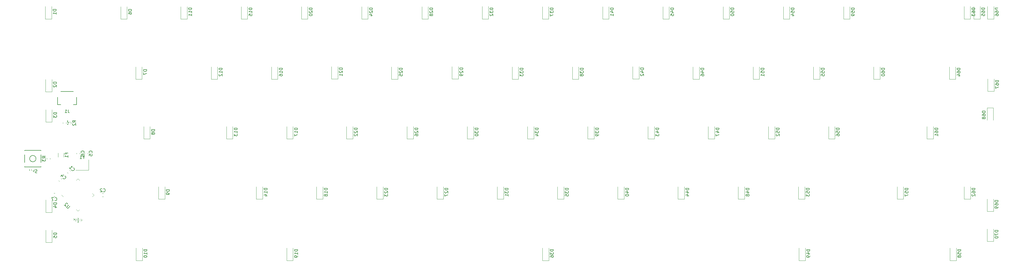
<source format=gbo>
G04 #@! TF.GenerationSoftware,KiCad,Pcbnew,(5.1.5)-3*
G04 #@! TF.CreationDate,2020-06-19T00:16:12+10:00*
G04 #@! TF.ProjectId,rei_pcb,7265695f-7063-4622-9e6b-696361645f70,rev?*
G04 #@! TF.SameCoordinates,Original*
G04 #@! TF.FileFunction,Legend,Bot*
G04 #@! TF.FilePolarity,Positive*
%FSLAX46Y46*%
G04 Gerber Fmt 4.6, Leading zero omitted, Abs format (unit mm)*
G04 Created by KiCad (PCBNEW (5.1.5)-3) date 2020-06-19 00:16:12*
%MOMM*%
%LPD*%
G04 APERTURE LIST*
%ADD10C,0.120000*%
%ADD11C,0.150000*%
%ADD12C,2.352000*%
%ADD13C,4.089800*%
%ADD14C,1.852000*%
%ADD15C,3.150000*%
%ADD16C,0.100000*%
%ADD17R,1.302000X1.902000*%
%ADD18R,0.702000X1.652000*%
%ADD19R,1.502000X1.302000*%
%ADD20R,1.902000X1.202000*%
%ADD21R,1.302000X1.002000*%
G04 APERTURE END LIST*
D10*
X52072000Y-107787221D02*
X52072000Y-108112779D01*
X51052000Y-107787221D02*
X51052000Y-108112779D01*
X41019000Y-88356221D02*
X41019000Y-88681779D01*
X42039000Y-88356221D02*
X42039000Y-88681779D01*
X47750000Y-77378779D02*
X47750000Y-77053221D01*
X48770000Y-77378779D02*
X48770000Y-77053221D01*
X46099000Y-77378779D02*
X46099000Y-77053221D01*
X47119000Y-77378779D02*
X47119000Y-77053221D01*
X43207721Y-99439000D02*
X43533279Y-99439000D01*
X43207721Y-100459000D02*
X43533279Y-100459000D01*
X51437000Y-87030779D02*
X51437000Y-86705221D01*
X50417000Y-87030779D02*
X50417000Y-86705221D01*
X53977000Y-87030779D02*
X53977000Y-86705221D01*
X52957000Y-87030779D02*
X52957000Y-86705221D01*
X45719477Y-95004478D02*
X45489272Y-94774273D01*
X44998228Y-95725727D02*
X44768023Y-95495522D01*
X49528000Y-108112779D02*
X49528000Y-107787221D01*
X50548000Y-108112779D02*
X50548000Y-107787221D01*
X58836779Y-100522500D02*
X58511221Y-100522500D01*
X58836779Y-99502500D02*
X58511221Y-99502500D01*
X47711631Y-93136880D02*
X47481426Y-92906675D01*
X48432880Y-92415631D02*
X48202675Y-92185426D01*
X46207341Y-100525152D02*
X45694689Y-100012500D01*
X55905311Y-100012500D02*
X55392659Y-100525152D01*
X55392659Y-99499848D02*
X55905311Y-100012500D01*
X50800000Y-94907189D02*
X50287348Y-95419841D01*
X51312652Y-95419841D02*
X50800000Y-94907189D01*
X50800000Y-105117811D02*
X51312652Y-104605159D01*
X50287348Y-104605159D02*
X50800000Y-105117811D01*
D11*
X44416720Y-71438220D02*
X45416720Y-71438220D01*
X44416720Y-69038220D02*
X44416720Y-71438220D01*
X49416720Y-67238220D02*
X45416720Y-67238220D01*
X50416720Y-71438220D02*
X50416720Y-69038220D01*
X49416720Y-71438220D02*
X50416720Y-71438220D01*
D10*
X54197000Y-88901000D02*
X54197000Y-92201000D01*
X54197000Y-92201000D02*
X50197000Y-92201000D01*
D11*
X39176000Y-85919000D02*
X33976000Y-85919000D01*
X33976000Y-85919000D02*
X33976000Y-91119000D01*
X33976000Y-91119000D02*
X39176000Y-91119000D01*
X39176000Y-91119000D02*
X39176000Y-85919000D01*
X37576000Y-88519000D02*
G75*
G03X37576000Y-88519000I-1000000J0D01*
G01*
D10*
X46376000Y-87978064D02*
X46376000Y-86773936D01*
X44556000Y-87978064D02*
X44556000Y-86773936D01*
X340356700Y-114670400D02*
X340356700Y-110770400D01*
X338356700Y-114670400D02*
X338356700Y-110770400D01*
X340356700Y-114670400D02*
X338356700Y-114670400D01*
X340356700Y-105196200D02*
X340356700Y-101296200D01*
X338356700Y-105196200D02*
X338356700Y-101296200D01*
X340356700Y-105196200D02*
X338356700Y-105196200D01*
X338344000Y-72426000D02*
X338344000Y-76326000D01*
X340344000Y-72426000D02*
X340344000Y-76326000D01*
X338344000Y-72426000D02*
X340344000Y-72426000D01*
X340534500Y-67223200D02*
X340534500Y-63323200D01*
X338534500Y-67223200D02*
X338534500Y-63323200D01*
X340534500Y-67223200D02*
X338534500Y-67223200D01*
X340471000Y-44287000D02*
X340471000Y-40387000D01*
X338471000Y-44287000D02*
X338471000Y-40387000D01*
X340471000Y-44287000D02*
X338471000Y-44287000D01*
X336153000Y-44287000D02*
X336153000Y-40387000D01*
X334153000Y-44287000D02*
X334153000Y-40387000D01*
X336153000Y-44287000D02*
X334153000Y-44287000D01*
X328400000Y-63350000D02*
X328400000Y-59450000D01*
X326400000Y-63350000D02*
X326400000Y-59450000D01*
X328400000Y-63350000D02*
X326400000Y-63350000D01*
X333050000Y-44287000D02*
X333050000Y-40387000D01*
X331050000Y-44287000D02*
X331050000Y-40387000D01*
X333050000Y-44287000D02*
X331050000Y-44287000D01*
X333100000Y-101350000D02*
X333100000Y-97450000D01*
X331100000Y-101350000D02*
X331100000Y-97450000D01*
X333100000Y-101350000D02*
X331100000Y-101350000D01*
X321350000Y-82300000D02*
X321350000Y-78400000D01*
X319350000Y-82300000D02*
X319350000Y-78400000D01*
X321350000Y-82300000D02*
X319350000Y-82300000D01*
X304500000Y-63350000D02*
X304500000Y-59450000D01*
X302500000Y-63350000D02*
X302500000Y-59450000D01*
X304500000Y-63350000D02*
X302500000Y-63350000D01*
X294950000Y-44300000D02*
X294950000Y-40400000D01*
X292950000Y-44300000D02*
X292950000Y-40400000D01*
X294950000Y-44300000D02*
X292950000Y-44300000D01*
X328596500Y-120741000D02*
X328596500Y-116841000D01*
X326596500Y-120741000D02*
X326596500Y-116841000D01*
X328596500Y-120741000D02*
X326596500Y-120741000D01*
X311896000Y-101350000D02*
X311896000Y-97450000D01*
X309896000Y-101350000D02*
X309896000Y-97450000D01*
X311896000Y-101350000D02*
X309896000Y-101350000D01*
X290200000Y-82300000D02*
X290200000Y-78400000D01*
X288200000Y-82300000D02*
X288200000Y-78400000D01*
X290200000Y-82300000D02*
X288200000Y-82300000D01*
X285450000Y-63350000D02*
X285450000Y-59450000D01*
X283450000Y-63350000D02*
X283450000Y-59450000D01*
X285450000Y-63350000D02*
X283450000Y-63350000D01*
X275900000Y-44300000D02*
X275900000Y-40400000D01*
X273900000Y-44300000D02*
X273900000Y-40400000D01*
X275900000Y-44300000D02*
X273900000Y-44300000D01*
X280700000Y-101350000D02*
X280700000Y-97450000D01*
X278700000Y-101350000D02*
X278700000Y-97450000D01*
X280700000Y-101350000D02*
X278700000Y-101350000D01*
X271200000Y-82300000D02*
X271200000Y-78400000D01*
X269200000Y-82300000D02*
X269200000Y-78400000D01*
X271200000Y-82300000D02*
X269200000Y-82300000D01*
X266350000Y-63350000D02*
X266350000Y-59450000D01*
X264350000Y-63350000D02*
X264350000Y-59450000D01*
X266350000Y-63350000D02*
X264350000Y-63350000D01*
X256841500Y-44300000D02*
X256841500Y-40400000D01*
X254841500Y-44300000D02*
X254841500Y-40400000D01*
X256841500Y-44300000D02*
X254841500Y-44300000D01*
X280844500Y-120741000D02*
X280844500Y-116841000D01*
X278844500Y-120741000D02*
X278844500Y-116841000D01*
X280844500Y-120741000D02*
X278844500Y-120741000D01*
X261650000Y-101350000D02*
X261650000Y-97450000D01*
X259650000Y-101350000D02*
X259650000Y-97450000D01*
X261650000Y-101350000D02*
X259650000Y-101350000D01*
X252142500Y-82300000D02*
X252142500Y-78400000D01*
X250142500Y-82300000D02*
X250142500Y-78400000D01*
X252142500Y-82300000D02*
X250142500Y-82300000D01*
X247350000Y-63350000D02*
X247350000Y-59450000D01*
X245350000Y-63350000D02*
X245350000Y-59450000D01*
X247350000Y-63350000D02*
X245350000Y-63350000D01*
X237800000Y-44300000D02*
X237800000Y-40400000D01*
X235800000Y-44300000D02*
X235800000Y-40400000D01*
X237800000Y-44300000D02*
X235800000Y-44300000D01*
X242600000Y-101350000D02*
X242600000Y-97450000D01*
X240600000Y-101350000D02*
X240600000Y-97450000D01*
X242600000Y-101350000D02*
X240600000Y-101350000D01*
X233100000Y-82300000D02*
X233100000Y-78400000D01*
X231100000Y-82300000D02*
X231100000Y-78400000D01*
X233100000Y-82300000D02*
X231100000Y-82300000D01*
X228300000Y-63300000D02*
X228300000Y-59400000D01*
X226300000Y-63300000D02*
X226300000Y-59400000D01*
X228300000Y-63300000D02*
X226300000Y-63300000D01*
X218750000Y-44300000D02*
X218750000Y-40400000D01*
X216750000Y-44300000D02*
X216750000Y-40400000D01*
X218750000Y-44300000D02*
X216750000Y-44300000D01*
X223550000Y-101350000D02*
X223550000Y-97450000D01*
X221550000Y-101350000D02*
X221550000Y-97450000D01*
X223550000Y-101350000D02*
X221550000Y-101350000D01*
X214050000Y-82300000D02*
X214050000Y-78400000D01*
X212050000Y-82300000D02*
X212050000Y-78400000D01*
X214050000Y-82300000D02*
X212050000Y-82300000D01*
X209200000Y-63350000D02*
X209200000Y-59450000D01*
X207200000Y-63350000D02*
X207200000Y-59450000D01*
X209200000Y-63350000D02*
X207200000Y-63350000D01*
X199700000Y-44300000D02*
X199700000Y-40400000D01*
X197700000Y-44300000D02*
X197700000Y-40400000D01*
X199700000Y-44300000D02*
X197700000Y-44300000D01*
X199755000Y-120741000D02*
X199755000Y-116841000D01*
X197755000Y-120741000D02*
X197755000Y-116841000D01*
X199755000Y-120741000D02*
X197755000Y-120741000D01*
X204500000Y-101350000D02*
X204500000Y-97450000D01*
X202500000Y-101350000D02*
X202500000Y-97450000D01*
X204500000Y-101350000D02*
X202500000Y-101350000D01*
X195000000Y-82300000D02*
X195000000Y-78400000D01*
X193000000Y-82300000D02*
X193000000Y-78400000D01*
X195000000Y-82300000D02*
X193000000Y-82300000D01*
X190150000Y-63350000D02*
X190150000Y-59450000D01*
X188150000Y-63350000D02*
X188150000Y-59450000D01*
X190150000Y-63350000D02*
X188150000Y-63350000D01*
X180650000Y-44287000D02*
X180650000Y-40387000D01*
X178650000Y-44287000D02*
X178650000Y-40387000D01*
X180650000Y-44287000D02*
X178650000Y-44287000D01*
X185450000Y-101350000D02*
X185450000Y-97450000D01*
X183450000Y-101350000D02*
X183450000Y-97450000D01*
X185450000Y-101350000D02*
X183450000Y-101350000D01*
X175942500Y-82300000D02*
X175942500Y-78400000D01*
X173942500Y-82300000D02*
X173942500Y-78400000D01*
X175942500Y-82300000D02*
X173942500Y-82300000D01*
X171116500Y-63300000D02*
X171116500Y-59400000D01*
X169116500Y-63300000D02*
X169116500Y-59400000D01*
X171116500Y-63300000D02*
X169116500Y-63300000D01*
X161600000Y-44300000D02*
X161600000Y-40400000D01*
X159600000Y-44300000D02*
X159600000Y-40400000D01*
X161600000Y-44300000D02*
X159600000Y-44300000D01*
X166400000Y-101350000D02*
X166400000Y-97450000D01*
X164400000Y-101350000D02*
X164400000Y-97450000D01*
X166400000Y-101350000D02*
X164400000Y-101350000D01*
X156900000Y-82300000D02*
X156900000Y-78400000D01*
X154900000Y-82300000D02*
X154900000Y-78400000D01*
X156900000Y-82300000D02*
X154900000Y-82300000D01*
X152000000Y-63350000D02*
X152000000Y-59450000D01*
X150000000Y-63350000D02*
X150000000Y-59450000D01*
X152000000Y-63350000D02*
X150000000Y-63350000D01*
X142550000Y-44300000D02*
X142550000Y-40400000D01*
X140550000Y-44300000D02*
X140550000Y-40400000D01*
X142550000Y-44300000D02*
X140550000Y-44300000D01*
X147350000Y-101350000D02*
X147350000Y-97450000D01*
X145350000Y-101350000D02*
X145350000Y-97450000D01*
X147350000Y-101350000D02*
X145350000Y-101350000D01*
X137779000Y-82300000D02*
X137779000Y-78400000D01*
X135779000Y-82300000D02*
X135779000Y-78400000D01*
X137779000Y-82300000D02*
X135779000Y-82300000D01*
X133050000Y-63300000D02*
X133050000Y-59400000D01*
X131050000Y-63300000D02*
X131050000Y-59400000D01*
X133050000Y-63300000D02*
X131050000Y-63300000D01*
X123500000Y-44300000D02*
X123500000Y-40400000D01*
X121500000Y-44300000D02*
X121500000Y-40400000D01*
X123500000Y-44300000D02*
X121500000Y-44300000D01*
X118856000Y-120741000D02*
X118856000Y-116841000D01*
X116856000Y-120741000D02*
X116856000Y-116841000D01*
X118856000Y-120741000D02*
X116856000Y-120741000D01*
X128300000Y-101350000D02*
X128300000Y-97450000D01*
X126300000Y-101350000D02*
X126300000Y-97450000D01*
X128300000Y-101350000D02*
X126300000Y-101350000D01*
X118850000Y-82300000D02*
X118850000Y-78400000D01*
X116850000Y-82300000D02*
X116850000Y-78400000D01*
X118850000Y-82300000D02*
X116850000Y-82300000D01*
X114030000Y-63350000D02*
X114030000Y-59450000D01*
X112030000Y-63350000D02*
X112030000Y-59450000D01*
X114030000Y-63350000D02*
X112030000Y-63350000D01*
X104450000Y-44300000D02*
X104450000Y-40400000D01*
X102450000Y-44300000D02*
X102450000Y-40400000D01*
X104450000Y-44300000D02*
X102450000Y-44300000D01*
X109250000Y-101350000D02*
X109250000Y-97450000D01*
X107250000Y-101350000D02*
X107250000Y-97450000D01*
X109250000Y-101350000D02*
X107250000Y-101350000D01*
X99800000Y-82300000D02*
X99800000Y-78400000D01*
X97800000Y-82300000D02*
X97800000Y-78400000D01*
X99800000Y-82300000D02*
X97800000Y-82300000D01*
X94980000Y-63350000D02*
X94980000Y-59450000D01*
X92980000Y-63350000D02*
X92980000Y-59450000D01*
X94980000Y-63350000D02*
X92980000Y-63350000D01*
X85350000Y-44300000D02*
X85350000Y-40400000D01*
X83350000Y-44300000D02*
X83350000Y-40400000D01*
X85350000Y-44300000D02*
X83350000Y-44300000D01*
X71231000Y-120741000D02*
X71231000Y-116841000D01*
X69231000Y-120741000D02*
X69231000Y-116841000D01*
X71231000Y-120741000D02*
X69231000Y-120741000D01*
X78343000Y-101350000D02*
X78343000Y-97450000D01*
X76343000Y-101350000D02*
X76343000Y-97450000D01*
X78343000Y-101350000D02*
X76343000Y-101350000D01*
X73644000Y-82300000D02*
X73644000Y-78400000D01*
X71644000Y-82300000D02*
X71644000Y-78400000D01*
X73644000Y-82300000D02*
X71644000Y-82300000D01*
X71100000Y-63350000D02*
X71100000Y-59450000D01*
X69100000Y-63350000D02*
X69100000Y-59450000D01*
X71100000Y-63350000D02*
X69100000Y-63350000D01*
X66350000Y-44300000D02*
X66350000Y-40400000D01*
X64350000Y-44300000D02*
X64350000Y-40400000D01*
X66350000Y-44300000D02*
X64350000Y-44300000D01*
X42656000Y-115026000D02*
X42656000Y-111126000D01*
X40656000Y-115026000D02*
X40656000Y-111126000D01*
X42656000Y-115026000D02*
X40656000Y-115026000D01*
X42656000Y-105501000D02*
X42656000Y-101601000D01*
X40656000Y-105501000D02*
X40656000Y-101601000D01*
X42656000Y-105501000D02*
X40656000Y-105501000D01*
X42656000Y-76913300D02*
X42656000Y-73013300D01*
X40656000Y-76913300D02*
X40656000Y-73013300D01*
X42656000Y-76913300D02*
X40656000Y-76913300D01*
X42617900Y-67324800D02*
X42617900Y-63424800D01*
X40617900Y-67324800D02*
X40617900Y-63424800D01*
X42617900Y-67324800D02*
X40617900Y-67324800D01*
X42529000Y-44287000D02*
X40529000Y-44287000D01*
X40529000Y-44287000D02*
X40529000Y-40387000D01*
X42529000Y-44287000D02*
X42529000Y-40387000D01*
D11*
X50584380Y-107783333D02*
X50108190Y-107450000D01*
X50584380Y-107211904D02*
X49584380Y-107211904D01*
X49584380Y-107592857D01*
X49632000Y-107688095D01*
X49679619Y-107735714D01*
X49774857Y-107783333D01*
X49917714Y-107783333D01*
X50012952Y-107735714D01*
X50060571Y-107688095D01*
X50108190Y-107592857D01*
X50108190Y-107211904D01*
X49917714Y-108640476D02*
X50584380Y-108640476D01*
X49536761Y-108402380D02*
X50251047Y-108164285D01*
X50251047Y-108783333D01*
X40551380Y-88352333D02*
X40075190Y-88019000D01*
X40551380Y-87780904D02*
X39551380Y-87780904D01*
X39551380Y-88161857D01*
X39599000Y-88257095D01*
X39646619Y-88304714D01*
X39741857Y-88352333D01*
X39884714Y-88352333D01*
X39979952Y-88304714D01*
X40027571Y-88257095D01*
X40075190Y-88161857D01*
X40075190Y-87780904D01*
X39551380Y-88685666D02*
X39551380Y-89304714D01*
X39932333Y-88971380D01*
X39932333Y-89114238D01*
X39979952Y-89209476D01*
X40027571Y-89257095D01*
X40122809Y-89304714D01*
X40360904Y-89304714D01*
X40456142Y-89257095D01*
X40503761Y-89209476D01*
X40551380Y-89114238D01*
X40551380Y-88828523D01*
X40503761Y-88733285D01*
X40456142Y-88685666D01*
X50142380Y-77049333D02*
X49666190Y-76716000D01*
X50142380Y-76477904D02*
X49142380Y-76477904D01*
X49142380Y-76858857D01*
X49190000Y-76954095D01*
X49237619Y-77001714D01*
X49332857Y-77049333D01*
X49475714Y-77049333D01*
X49570952Y-77001714D01*
X49618571Y-76954095D01*
X49666190Y-76858857D01*
X49666190Y-76477904D01*
X49237619Y-77430285D02*
X49190000Y-77477904D01*
X49142380Y-77573142D01*
X49142380Y-77811238D01*
X49190000Y-77906476D01*
X49237619Y-77954095D01*
X49332857Y-78001714D01*
X49428095Y-78001714D01*
X49570952Y-77954095D01*
X50142380Y-77382666D01*
X50142380Y-78001714D01*
X48491380Y-77049333D02*
X48015190Y-76716000D01*
X48491380Y-76477904D02*
X47491380Y-76477904D01*
X47491380Y-76858857D01*
X47539000Y-76954095D01*
X47586619Y-77001714D01*
X47681857Y-77049333D01*
X47824714Y-77049333D01*
X47919952Y-77001714D01*
X47967571Y-76954095D01*
X48015190Y-76858857D01*
X48015190Y-76477904D01*
X48491380Y-78001714D02*
X48491380Y-77430285D01*
X48491380Y-77716000D02*
X47491380Y-77716000D01*
X47634238Y-77620761D01*
X47729476Y-77525523D01*
X47777095Y-77430285D01*
X43537166Y-101736142D02*
X43584785Y-101783761D01*
X43727642Y-101831380D01*
X43822880Y-101831380D01*
X43965738Y-101783761D01*
X44060976Y-101688523D01*
X44108595Y-101593285D01*
X44156214Y-101402809D01*
X44156214Y-101259952D01*
X44108595Y-101069476D01*
X44060976Y-100974238D01*
X43965738Y-100879000D01*
X43822880Y-100831380D01*
X43727642Y-100831380D01*
X43584785Y-100879000D01*
X43537166Y-100926619D01*
X43203833Y-100831380D02*
X42537166Y-100831380D01*
X42965738Y-101831380D01*
X52714142Y-86701333D02*
X52761761Y-86653714D01*
X52809380Y-86510857D01*
X52809380Y-86415619D01*
X52761761Y-86272761D01*
X52666523Y-86177523D01*
X52571285Y-86129904D01*
X52380809Y-86082285D01*
X52237952Y-86082285D01*
X52047476Y-86129904D01*
X51952238Y-86177523D01*
X51857000Y-86272761D01*
X51809380Y-86415619D01*
X51809380Y-86510857D01*
X51857000Y-86653714D01*
X51904619Y-86701333D01*
X51809380Y-87558476D02*
X51809380Y-87368000D01*
X51857000Y-87272761D01*
X51904619Y-87225142D01*
X52047476Y-87129904D01*
X52237952Y-87082285D01*
X52618904Y-87082285D01*
X52714142Y-87129904D01*
X52761761Y-87177523D01*
X52809380Y-87272761D01*
X52809380Y-87463238D01*
X52761761Y-87558476D01*
X52714142Y-87606095D01*
X52618904Y-87653714D01*
X52380809Y-87653714D01*
X52285571Y-87606095D01*
X52237952Y-87558476D01*
X52190333Y-87463238D01*
X52190333Y-87272761D01*
X52237952Y-87177523D01*
X52285571Y-87129904D01*
X52380809Y-87082285D01*
X55254142Y-86701333D02*
X55301761Y-86653714D01*
X55349380Y-86510857D01*
X55349380Y-86415619D01*
X55301761Y-86272761D01*
X55206523Y-86177523D01*
X55111285Y-86129904D01*
X54920809Y-86082285D01*
X54777952Y-86082285D01*
X54587476Y-86129904D01*
X54492238Y-86177523D01*
X54397000Y-86272761D01*
X54349380Y-86415619D01*
X54349380Y-86510857D01*
X54397000Y-86653714D01*
X54444619Y-86701333D01*
X54349380Y-87606095D02*
X54349380Y-87129904D01*
X54825571Y-87082285D01*
X54777952Y-87129904D01*
X54730333Y-87225142D01*
X54730333Y-87463238D01*
X54777952Y-87558476D01*
X54825571Y-87606095D01*
X54920809Y-87653714D01*
X55158904Y-87653714D01*
X55254142Y-87606095D01*
X55301761Y-87558476D01*
X55349380Y-87463238D01*
X55349380Y-87225142D01*
X55301761Y-87129904D01*
X55254142Y-87082285D01*
X46120225Y-94609226D02*
X46120225Y-94676569D01*
X46187569Y-94811256D01*
X46254912Y-94878600D01*
X46389600Y-94945943D01*
X46524287Y-94945943D01*
X46625302Y-94912272D01*
X46793661Y-94811256D01*
X46894676Y-94710241D01*
X46995691Y-94541882D01*
X47029363Y-94440867D01*
X47029363Y-94306180D01*
X46962019Y-94171493D01*
X46894676Y-94104149D01*
X46759989Y-94036806D01*
X46692645Y-94036806D01*
X45918195Y-93599073D02*
X45446790Y-94070478D01*
X46355928Y-93498058D02*
X46019210Y-94171493D01*
X45581477Y-93733760D01*
X51825142Y-107783333D02*
X51872761Y-107735714D01*
X51920380Y-107592857D01*
X51920380Y-107497619D01*
X51872761Y-107354761D01*
X51777523Y-107259523D01*
X51682285Y-107211904D01*
X51491809Y-107164285D01*
X51348952Y-107164285D01*
X51158476Y-107211904D01*
X51063238Y-107259523D01*
X50968000Y-107354761D01*
X50920380Y-107497619D01*
X50920380Y-107592857D01*
X50968000Y-107735714D01*
X51015619Y-107783333D01*
X50920380Y-108116666D02*
X50920380Y-108735714D01*
X51301333Y-108402380D01*
X51301333Y-108545238D01*
X51348952Y-108640476D01*
X51396571Y-108688095D01*
X51491809Y-108735714D01*
X51729904Y-108735714D01*
X51825142Y-108688095D01*
X51872761Y-108640476D01*
X51920380Y-108545238D01*
X51920380Y-108259523D01*
X51872761Y-108164285D01*
X51825142Y-108116666D01*
X58840666Y-98939642D02*
X58888285Y-98987261D01*
X59031142Y-99034880D01*
X59126380Y-99034880D01*
X59269238Y-98987261D01*
X59364476Y-98892023D01*
X59412095Y-98796785D01*
X59459714Y-98606309D01*
X59459714Y-98463452D01*
X59412095Y-98272976D01*
X59364476Y-98177738D01*
X59269238Y-98082500D01*
X59126380Y-98034880D01*
X59031142Y-98034880D01*
X58888285Y-98082500D01*
X58840666Y-98130119D01*
X58459714Y-98130119D02*
X58412095Y-98082500D01*
X58316857Y-98034880D01*
X58078761Y-98034880D01*
X57983523Y-98082500D01*
X57935904Y-98130119D01*
X57888285Y-98225357D01*
X57888285Y-98320595D01*
X57935904Y-98463452D01*
X58507333Y-99034880D01*
X57888285Y-99034880D01*
X48833628Y-92020379D02*
X48833628Y-92087722D01*
X48900972Y-92222409D01*
X48968315Y-92289753D01*
X49103003Y-92357096D01*
X49237690Y-92357096D01*
X49338705Y-92323425D01*
X49507064Y-92222409D01*
X49608079Y-92121394D01*
X49709094Y-91953035D01*
X49742766Y-91852020D01*
X49742766Y-91717333D01*
X49675422Y-91582646D01*
X49608079Y-91515302D01*
X49473392Y-91447959D01*
X49406048Y-91447959D01*
X48092850Y-91414287D02*
X48496911Y-91818348D01*
X48294880Y-91616318D02*
X49001987Y-90909211D01*
X48968316Y-91077570D01*
X48968315Y-91212257D01*
X49001987Y-91313272D01*
X48317718Y-103572277D02*
X47745298Y-104144697D01*
X47644283Y-104178369D01*
X47576939Y-104178369D01*
X47475924Y-104144697D01*
X47341237Y-104010010D01*
X47307565Y-103908995D01*
X47307565Y-103841651D01*
X47341237Y-103740636D01*
X47913657Y-103168216D01*
X47543267Y-102932514D02*
X47543267Y-102865171D01*
X47509596Y-102764155D01*
X47341237Y-102595797D01*
X47240222Y-102562125D01*
X47172878Y-102562125D01*
X47071863Y-102595797D01*
X47004519Y-102663140D01*
X46937176Y-102797827D01*
X46937176Y-103605949D01*
X46499443Y-103168216D01*
X47750053Y-72990600D02*
X47750053Y-73704886D01*
X47797672Y-73847743D01*
X47892910Y-73942981D01*
X48035767Y-73990600D01*
X48131005Y-73990600D01*
X46750053Y-73990600D02*
X47321481Y-73990600D01*
X47035767Y-73990600D02*
X47035767Y-72990600D01*
X47131005Y-73133458D01*
X47226243Y-73228696D01*
X47321481Y-73276315D01*
X52673190Y-88077190D02*
X52673190Y-88553380D01*
X53006523Y-87553380D02*
X52673190Y-88077190D01*
X52339857Y-87553380D01*
X51482714Y-88553380D02*
X52054142Y-88553380D01*
X51768428Y-88553380D02*
X51768428Y-87553380D01*
X51863666Y-87696238D01*
X51958904Y-87791476D01*
X52054142Y-87839095D01*
X37909333Y-92987761D02*
X37766476Y-93035380D01*
X37528380Y-93035380D01*
X37433142Y-92987761D01*
X37385523Y-92940142D01*
X37337904Y-92844904D01*
X37337904Y-92749666D01*
X37385523Y-92654428D01*
X37433142Y-92606809D01*
X37528380Y-92559190D01*
X37718857Y-92511571D01*
X37814095Y-92463952D01*
X37861714Y-92416333D01*
X37909333Y-92321095D01*
X37909333Y-92225857D01*
X37861714Y-92130619D01*
X37814095Y-92083000D01*
X37718857Y-92035380D01*
X37480761Y-92035380D01*
X37337904Y-92083000D01*
X37004571Y-92035380D02*
X36766476Y-93035380D01*
X36576000Y-92321095D01*
X36385523Y-93035380D01*
X36147428Y-92035380D01*
X35242666Y-93035380D02*
X35814095Y-93035380D01*
X35528380Y-93035380D02*
X35528380Y-92035380D01*
X35623619Y-92178238D01*
X35718857Y-92273476D01*
X35814095Y-92321095D01*
X47214571Y-87042666D02*
X47214571Y-86709333D01*
X47738380Y-86709333D02*
X46738380Y-86709333D01*
X46738380Y-87185523D01*
X47738380Y-88090285D02*
X47738380Y-87518857D01*
X47738380Y-87804571D02*
X46738380Y-87804571D01*
X46881238Y-87709333D01*
X46976476Y-87614095D01*
X47024095Y-87518857D01*
X341809080Y-111206114D02*
X340809080Y-111206114D01*
X340809080Y-111444209D01*
X340856700Y-111587066D01*
X340951938Y-111682304D01*
X341047176Y-111729923D01*
X341237652Y-111777542D01*
X341380509Y-111777542D01*
X341570985Y-111729923D01*
X341666223Y-111682304D01*
X341761461Y-111587066D01*
X341809080Y-111444209D01*
X341809080Y-111206114D01*
X340809080Y-112110876D02*
X340809080Y-112777542D01*
X341809080Y-112348971D01*
X340809080Y-113348971D02*
X340809080Y-113444209D01*
X340856700Y-113539447D01*
X340904319Y-113587066D01*
X340999557Y-113634685D01*
X341190033Y-113682304D01*
X341428128Y-113682304D01*
X341618604Y-113634685D01*
X341713842Y-113587066D01*
X341761461Y-113539447D01*
X341809080Y-113444209D01*
X341809080Y-113348971D01*
X341761461Y-113253733D01*
X341713842Y-113206114D01*
X341618604Y-113158495D01*
X341428128Y-113110876D01*
X341190033Y-113110876D01*
X340999557Y-113158495D01*
X340904319Y-113206114D01*
X340856700Y-113253733D01*
X340809080Y-113348971D01*
X341809080Y-101731914D02*
X340809080Y-101731914D01*
X340809080Y-101970009D01*
X340856700Y-102112866D01*
X340951938Y-102208104D01*
X341047176Y-102255723D01*
X341237652Y-102303342D01*
X341380509Y-102303342D01*
X341570985Y-102255723D01*
X341666223Y-102208104D01*
X341761461Y-102112866D01*
X341809080Y-101970009D01*
X341809080Y-101731914D01*
X340809080Y-103160485D02*
X340809080Y-102970009D01*
X340856700Y-102874771D01*
X340904319Y-102827152D01*
X341047176Y-102731914D01*
X341237652Y-102684295D01*
X341618604Y-102684295D01*
X341713842Y-102731914D01*
X341761461Y-102779533D01*
X341809080Y-102874771D01*
X341809080Y-103065247D01*
X341761461Y-103160485D01*
X341713842Y-103208104D01*
X341618604Y-103255723D01*
X341380509Y-103255723D01*
X341285271Y-103208104D01*
X341237652Y-103160485D01*
X341190033Y-103065247D01*
X341190033Y-102874771D01*
X341237652Y-102779533D01*
X341285271Y-102731914D01*
X341380509Y-102684295D01*
X341809080Y-103731914D02*
X341809080Y-103922390D01*
X341761461Y-104017628D01*
X341713842Y-104065247D01*
X341570985Y-104160485D01*
X341380509Y-104208104D01*
X340999557Y-104208104D01*
X340904319Y-104160485D01*
X340856700Y-104112866D01*
X340809080Y-104017628D01*
X340809080Y-103827152D01*
X340856700Y-103731914D01*
X340904319Y-103684295D01*
X340999557Y-103636676D01*
X341237652Y-103636676D01*
X341332890Y-103684295D01*
X341380509Y-103731914D01*
X341428128Y-103827152D01*
X341428128Y-104017628D01*
X341380509Y-104112866D01*
X341332890Y-104160485D01*
X341237652Y-104208104D01*
X337796380Y-73461714D02*
X336796380Y-73461714D01*
X336796380Y-73699809D01*
X336844000Y-73842666D01*
X336939238Y-73937904D01*
X337034476Y-73985523D01*
X337224952Y-74033142D01*
X337367809Y-74033142D01*
X337558285Y-73985523D01*
X337653523Y-73937904D01*
X337748761Y-73842666D01*
X337796380Y-73699809D01*
X337796380Y-73461714D01*
X336796380Y-74890285D02*
X336796380Y-74699809D01*
X336844000Y-74604571D01*
X336891619Y-74556952D01*
X337034476Y-74461714D01*
X337224952Y-74414095D01*
X337605904Y-74414095D01*
X337701142Y-74461714D01*
X337748761Y-74509333D01*
X337796380Y-74604571D01*
X337796380Y-74795047D01*
X337748761Y-74890285D01*
X337701142Y-74937904D01*
X337605904Y-74985523D01*
X337367809Y-74985523D01*
X337272571Y-74937904D01*
X337224952Y-74890285D01*
X337177333Y-74795047D01*
X337177333Y-74604571D01*
X337224952Y-74509333D01*
X337272571Y-74461714D01*
X337367809Y-74414095D01*
X337224952Y-75556952D02*
X337177333Y-75461714D01*
X337129714Y-75414095D01*
X337034476Y-75366476D01*
X336986857Y-75366476D01*
X336891619Y-75414095D01*
X336844000Y-75461714D01*
X336796380Y-75556952D01*
X336796380Y-75747428D01*
X336844000Y-75842666D01*
X336891619Y-75890285D01*
X336986857Y-75937904D01*
X337034476Y-75937904D01*
X337129714Y-75890285D01*
X337177333Y-75842666D01*
X337224952Y-75747428D01*
X337224952Y-75556952D01*
X337272571Y-75461714D01*
X337320190Y-75414095D01*
X337415428Y-75366476D01*
X337605904Y-75366476D01*
X337701142Y-75414095D01*
X337748761Y-75461714D01*
X337796380Y-75556952D01*
X337796380Y-75747428D01*
X337748761Y-75842666D01*
X337701142Y-75890285D01*
X337605904Y-75937904D01*
X337415428Y-75937904D01*
X337320190Y-75890285D01*
X337272571Y-75842666D01*
X337224952Y-75747428D01*
X341986880Y-63758914D02*
X340986880Y-63758914D01*
X340986880Y-63997009D01*
X341034500Y-64139866D01*
X341129738Y-64235104D01*
X341224976Y-64282723D01*
X341415452Y-64330342D01*
X341558309Y-64330342D01*
X341748785Y-64282723D01*
X341844023Y-64235104D01*
X341939261Y-64139866D01*
X341986880Y-63997009D01*
X341986880Y-63758914D01*
X340986880Y-65187485D02*
X340986880Y-64997009D01*
X341034500Y-64901771D01*
X341082119Y-64854152D01*
X341224976Y-64758914D01*
X341415452Y-64711295D01*
X341796404Y-64711295D01*
X341891642Y-64758914D01*
X341939261Y-64806533D01*
X341986880Y-64901771D01*
X341986880Y-65092247D01*
X341939261Y-65187485D01*
X341891642Y-65235104D01*
X341796404Y-65282723D01*
X341558309Y-65282723D01*
X341463071Y-65235104D01*
X341415452Y-65187485D01*
X341367833Y-65092247D01*
X341367833Y-64901771D01*
X341415452Y-64806533D01*
X341463071Y-64758914D01*
X341558309Y-64711295D01*
X340986880Y-65616057D02*
X340986880Y-66282723D01*
X341986880Y-65854152D01*
X341923380Y-40822714D02*
X340923380Y-40822714D01*
X340923380Y-41060809D01*
X340971000Y-41203666D01*
X341066238Y-41298904D01*
X341161476Y-41346523D01*
X341351952Y-41394142D01*
X341494809Y-41394142D01*
X341685285Y-41346523D01*
X341780523Y-41298904D01*
X341875761Y-41203666D01*
X341923380Y-41060809D01*
X341923380Y-40822714D01*
X340923380Y-42251285D02*
X340923380Y-42060809D01*
X340971000Y-41965571D01*
X341018619Y-41917952D01*
X341161476Y-41822714D01*
X341351952Y-41775095D01*
X341732904Y-41775095D01*
X341828142Y-41822714D01*
X341875761Y-41870333D01*
X341923380Y-41965571D01*
X341923380Y-42156047D01*
X341875761Y-42251285D01*
X341828142Y-42298904D01*
X341732904Y-42346523D01*
X341494809Y-42346523D01*
X341399571Y-42298904D01*
X341351952Y-42251285D01*
X341304333Y-42156047D01*
X341304333Y-41965571D01*
X341351952Y-41870333D01*
X341399571Y-41822714D01*
X341494809Y-41775095D01*
X340923380Y-43203666D02*
X340923380Y-43013190D01*
X340971000Y-42917952D01*
X341018619Y-42870333D01*
X341161476Y-42775095D01*
X341351952Y-42727476D01*
X341732904Y-42727476D01*
X341828142Y-42775095D01*
X341875761Y-42822714D01*
X341923380Y-42917952D01*
X341923380Y-43108428D01*
X341875761Y-43203666D01*
X341828142Y-43251285D01*
X341732904Y-43298904D01*
X341494809Y-43298904D01*
X341399571Y-43251285D01*
X341351952Y-43203666D01*
X341304333Y-43108428D01*
X341304333Y-42917952D01*
X341351952Y-42822714D01*
X341399571Y-42775095D01*
X341494809Y-42727476D01*
X337605380Y-40822714D02*
X336605380Y-40822714D01*
X336605380Y-41060809D01*
X336653000Y-41203666D01*
X336748238Y-41298904D01*
X336843476Y-41346523D01*
X337033952Y-41394142D01*
X337176809Y-41394142D01*
X337367285Y-41346523D01*
X337462523Y-41298904D01*
X337557761Y-41203666D01*
X337605380Y-41060809D01*
X337605380Y-40822714D01*
X336605380Y-42251285D02*
X336605380Y-42060809D01*
X336653000Y-41965571D01*
X336700619Y-41917952D01*
X336843476Y-41822714D01*
X337033952Y-41775095D01*
X337414904Y-41775095D01*
X337510142Y-41822714D01*
X337557761Y-41870333D01*
X337605380Y-41965571D01*
X337605380Y-42156047D01*
X337557761Y-42251285D01*
X337510142Y-42298904D01*
X337414904Y-42346523D01*
X337176809Y-42346523D01*
X337081571Y-42298904D01*
X337033952Y-42251285D01*
X336986333Y-42156047D01*
X336986333Y-41965571D01*
X337033952Y-41870333D01*
X337081571Y-41822714D01*
X337176809Y-41775095D01*
X336605380Y-43251285D02*
X336605380Y-42775095D01*
X337081571Y-42727476D01*
X337033952Y-42775095D01*
X336986333Y-42870333D01*
X336986333Y-43108428D01*
X337033952Y-43203666D01*
X337081571Y-43251285D01*
X337176809Y-43298904D01*
X337414904Y-43298904D01*
X337510142Y-43251285D01*
X337557761Y-43203666D01*
X337605380Y-43108428D01*
X337605380Y-42870333D01*
X337557761Y-42775095D01*
X337510142Y-42727476D01*
X329852380Y-59885714D02*
X328852380Y-59885714D01*
X328852380Y-60123809D01*
X328900000Y-60266666D01*
X328995238Y-60361904D01*
X329090476Y-60409523D01*
X329280952Y-60457142D01*
X329423809Y-60457142D01*
X329614285Y-60409523D01*
X329709523Y-60361904D01*
X329804761Y-60266666D01*
X329852380Y-60123809D01*
X329852380Y-59885714D01*
X328852380Y-61314285D02*
X328852380Y-61123809D01*
X328900000Y-61028571D01*
X328947619Y-60980952D01*
X329090476Y-60885714D01*
X329280952Y-60838095D01*
X329661904Y-60838095D01*
X329757142Y-60885714D01*
X329804761Y-60933333D01*
X329852380Y-61028571D01*
X329852380Y-61219047D01*
X329804761Y-61314285D01*
X329757142Y-61361904D01*
X329661904Y-61409523D01*
X329423809Y-61409523D01*
X329328571Y-61361904D01*
X329280952Y-61314285D01*
X329233333Y-61219047D01*
X329233333Y-61028571D01*
X329280952Y-60933333D01*
X329328571Y-60885714D01*
X329423809Y-60838095D01*
X329185714Y-62266666D02*
X329852380Y-62266666D01*
X328804761Y-62028571D02*
X329519047Y-61790476D01*
X329519047Y-62409523D01*
X334502380Y-40822714D02*
X333502380Y-40822714D01*
X333502380Y-41060809D01*
X333550000Y-41203666D01*
X333645238Y-41298904D01*
X333740476Y-41346523D01*
X333930952Y-41394142D01*
X334073809Y-41394142D01*
X334264285Y-41346523D01*
X334359523Y-41298904D01*
X334454761Y-41203666D01*
X334502380Y-41060809D01*
X334502380Y-40822714D01*
X333502380Y-42251285D02*
X333502380Y-42060809D01*
X333550000Y-41965571D01*
X333597619Y-41917952D01*
X333740476Y-41822714D01*
X333930952Y-41775095D01*
X334311904Y-41775095D01*
X334407142Y-41822714D01*
X334454761Y-41870333D01*
X334502380Y-41965571D01*
X334502380Y-42156047D01*
X334454761Y-42251285D01*
X334407142Y-42298904D01*
X334311904Y-42346523D01*
X334073809Y-42346523D01*
X333978571Y-42298904D01*
X333930952Y-42251285D01*
X333883333Y-42156047D01*
X333883333Y-41965571D01*
X333930952Y-41870333D01*
X333978571Y-41822714D01*
X334073809Y-41775095D01*
X333502380Y-42679857D02*
X333502380Y-43298904D01*
X333883333Y-42965571D01*
X333883333Y-43108428D01*
X333930952Y-43203666D01*
X333978571Y-43251285D01*
X334073809Y-43298904D01*
X334311904Y-43298904D01*
X334407142Y-43251285D01*
X334454761Y-43203666D01*
X334502380Y-43108428D01*
X334502380Y-42822714D01*
X334454761Y-42727476D01*
X334407142Y-42679857D01*
X334552380Y-97885714D02*
X333552380Y-97885714D01*
X333552380Y-98123809D01*
X333600000Y-98266666D01*
X333695238Y-98361904D01*
X333790476Y-98409523D01*
X333980952Y-98457142D01*
X334123809Y-98457142D01*
X334314285Y-98409523D01*
X334409523Y-98361904D01*
X334504761Y-98266666D01*
X334552380Y-98123809D01*
X334552380Y-97885714D01*
X333552380Y-99314285D02*
X333552380Y-99123809D01*
X333600000Y-99028571D01*
X333647619Y-98980952D01*
X333790476Y-98885714D01*
X333980952Y-98838095D01*
X334361904Y-98838095D01*
X334457142Y-98885714D01*
X334504761Y-98933333D01*
X334552380Y-99028571D01*
X334552380Y-99219047D01*
X334504761Y-99314285D01*
X334457142Y-99361904D01*
X334361904Y-99409523D01*
X334123809Y-99409523D01*
X334028571Y-99361904D01*
X333980952Y-99314285D01*
X333933333Y-99219047D01*
X333933333Y-99028571D01*
X333980952Y-98933333D01*
X334028571Y-98885714D01*
X334123809Y-98838095D01*
X333647619Y-99790476D02*
X333600000Y-99838095D01*
X333552380Y-99933333D01*
X333552380Y-100171428D01*
X333600000Y-100266666D01*
X333647619Y-100314285D01*
X333742857Y-100361904D01*
X333838095Y-100361904D01*
X333980952Y-100314285D01*
X334552380Y-99742857D01*
X334552380Y-100361904D01*
X322802380Y-78835714D02*
X321802380Y-78835714D01*
X321802380Y-79073809D01*
X321850000Y-79216666D01*
X321945238Y-79311904D01*
X322040476Y-79359523D01*
X322230952Y-79407142D01*
X322373809Y-79407142D01*
X322564285Y-79359523D01*
X322659523Y-79311904D01*
X322754761Y-79216666D01*
X322802380Y-79073809D01*
X322802380Y-78835714D01*
X321802380Y-80264285D02*
X321802380Y-80073809D01*
X321850000Y-79978571D01*
X321897619Y-79930952D01*
X322040476Y-79835714D01*
X322230952Y-79788095D01*
X322611904Y-79788095D01*
X322707142Y-79835714D01*
X322754761Y-79883333D01*
X322802380Y-79978571D01*
X322802380Y-80169047D01*
X322754761Y-80264285D01*
X322707142Y-80311904D01*
X322611904Y-80359523D01*
X322373809Y-80359523D01*
X322278571Y-80311904D01*
X322230952Y-80264285D01*
X322183333Y-80169047D01*
X322183333Y-79978571D01*
X322230952Y-79883333D01*
X322278571Y-79835714D01*
X322373809Y-79788095D01*
X322802380Y-81311904D02*
X322802380Y-80740476D01*
X322802380Y-81026190D02*
X321802380Y-81026190D01*
X321945238Y-80930952D01*
X322040476Y-80835714D01*
X322088095Y-80740476D01*
X305952380Y-59885714D02*
X304952380Y-59885714D01*
X304952380Y-60123809D01*
X305000000Y-60266666D01*
X305095238Y-60361904D01*
X305190476Y-60409523D01*
X305380952Y-60457142D01*
X305523809Y-60457142D01*
X305714285Y-60409523D01*
X305809523Y-60361904D01*
X305904761Y-60266666D01*
X305952380Y-60123809D01*
X305952380Y-59885714D01*
X304952380Y-61314285D02*
X304952380Y-61123809D01*
X305000000Y-61028571D01*
X305047619Y-60980952D01*
X305190476Y-60885714D01*
X305380952Y-60838095D01*
X305761904Y-60838095D01*
X305857142Y-60885714D01*
X305904761Y-60933333D01*
X305952380Y-61028571D01*
X305952380Y-61219047D01*
X305904761Y-61314285D01*
X305857142Y-61361904D01*
X305761904Y-61409523D01*
X305523809Y-61409523D01*
X305428571Y-61361904D01*
X305380952Y-61314285D01*
X305333333Y-61219047D01*
X305333333Y-61028571D01*
X305380952Y-60933333D01*
X305428571Y-60885714D01*
X305523809Y-60838095D01*
X304952380Y-62028571D02*
X304952380Y-62123809D01*
X305000000Y-62219047D01*
X305047619Y-62266666D01*
X305142857Y-62314285D01*
X305333333Y-62361904D01*
X305571428Y-62361904D01*
X305761904Y-62314285D01*
X305857142Y-62266666D01*
X305904761Y-62219047D01*
X305952380Y-62123809D01*
X305952380Y-62028571D01*
X305904761Y-61933333D01*
X305857142Y-61885714D01*
X305761904Y-61838095D01*
X305571428Y-61790476D01*
X305333333Y-61790476D01*
X305142857Y-61838095D01*
X305047619Y-61885714D01*
X305000000Y-61933333D01*
X304952380Y-62028571D01*
X296402380Y-40835714D02*
X295402380Y-40835714D01*
X295402380Y-41073809D01*
X295450000Y-41216666D01*
X295545238Y-41311904D01*
X295640476Y-41359523D01*
X295830952Y-41407142D01*
X295973809Y-41407142D01*
X296164285Y-41359523D01*
X296259523Y-41311904D01*
X296354761Y-41216666D01*
X296402380Y-41073809D01*
X296402380Y-40835714D01*
X295402380Y-42311904D02*
X295402380Y-41835714D01*
X295878571Y-41788095D01*
X295830952Y-41835714D01*
X295783333Y-41930952D01*
X295783333Y-42169047D01*
X295830952Y-42264285D01*
X295878571Y-42311904D01*
X295973809Y-42359523D01*
X296211904Y-42359523D01*
X296307142Y-42311904D01*
X296354761Y-42264285D01*
X296402380Y-42169047D01*
X296402380Y-41930952D01*
X296354761Y-41835714D01*
X296307142Y-41788095D01*
X296402380Y-42835714D02*
X296402380Y-43026190D01*
X296354761Y-43121428D01*
X296307142Y-43169047D01*
X296164285Y-43264285D01*
X295973809Y-43311904D01*
X295592857Y-43311904D01*
X295497619Y-43264285D01*
X295450000Y-43216666D01*
X295402380Y-43121428D01*
X295402380Y-42930952D01*
X295450000Y-42835714D01*
X295497619Y-42788095D01*
X295592857Y-42740476D01*
X295830952Y-42740476D01*
X295926190Y-42788095D01*
X295973809Y-42835714D01*
X296021428Y-42930952D01*
X296021428Y-43121428D01*
X295973809Y-43216666D01*
X295926190Y-43264285D01*
X295830952Y-43311904D01*
X330048880Y-117276714D02*
X329048880Y-117276714D01*
X329048880Y-117514809D01*
X329096500Y-117657666D01*
X329191738Y-117752904D01*
X329286976Y-117800523D01*
X329477452Y-117848142D01*
X329620309Y-117848142D01*
X329810785Y-117800523D01*
X329906023Y-117752904D01*
X330001261Y-117657666D01*
X330048880Y-117514809D01*
X330048880Y-117276714D01*
X329048880Y-118752904D02*
X329048880Y-118276714D01*
X329525071Y-118229095D01*
X329477452Y-118276714D01*
X329429833Y-118371952D01*
X329429833Y-118610047D01*
X329477452Y-118705285D01*
X329525071Y-118752904D01*
X329620309Y-118800523D01*
X329858404Y-118800523D01*
X329953642Y-118752904D01*
X330001261Y-118705285D01*
X330048880Y-118610047D01*
X330048880Y-118371952D01*
X330001261Y-118276714D01*
X329953642Y-118229095D01*
X329477452Y-119371952D02*
X329429833Y-119276714D01*
X329382214Y-119229095D01*
X329286976Y-119181476D01*
X329239357Y-119181476D01*
X329144119Y-119229095D01*
X329096500Y-119276714D01*
X329048880Y-119371952D01*
X329048880Y-119562428D01*
X329096500Y-119657666D01*
X329144119Y-119705285D01*
X329239357Y-119752904D01*
X329286976Y-119752904D01*
X329382214Y-119705285D01*
X329429833Y-119657666D01*
X329477452Y-119562428D01*
X329477452Y-119371952D01*
X329525071Y-119276714D01*
X329572690Y-119229095D01*
X329667928Y-119181476D01*
X329858404Y-119181476D01*
X329953642Y-119229095D01*
X330001261Y-119276714D01*
X330048880Y-119371952D01*
X330048880Y-119562428D01*
X330001261Y-119657666D01*
X329953642Y-119705285D01*
X329858404Y-119752904D01*
X329667928Y-119752904D01*
X329572690Y-119705285D01*
X329525071Y-119657666D01*
X329477452Y-119562428D01*
X313348380Y-97885714D02*
X312348380Y-97885714D01*
X312348380Y-98123809D01*
X312396000Y-98266666D01*
X312491238Y-98361904D01*
X312586476Y-98409523D01*
X312776952Y-98457142D01*
X312919809Y-98457142D01*
X313110285Y-98409523D01*
X313205523Y-98361904D01*
X313300761Y-98266666D01*
X313348380Y-98123809D01*
X313348380Y-97885714D01*
X312348380Y-99361904D02*
X312348380Y-98885714D01*
X312824571Y-98838095D01*
X312776952Y-98885714D01*
X312729333Y-98980952D01*
X312729333Y-99219047D01*
X312776952Y-99314285D01*
X312824571Y-99361904D01*
X312919809Y-99409523D01*
X313157904Y-99409523D01*
X313253142Y-99361904D01*
X313300761Y-99314285D01*
X313348380Y-99219047D01*
X313348380Y-98980952D01*
X313300761Y-98885714D01*
X313253142Y-98838095D01*
X312348380Y-99742857D02*
X312348380Y-100409523D01*
X313348380Y-99980952D01*
X291652380Y-78835714D02*
X290652380Y-78835714D01*
X290652380Y-79073809D01*
X290700000Y-79216666D01*
X290795238Y-79311904D01*
X290890476Y-79359523D01*
X291080952Y-79407142D01*
X291223809Y-79407142D01*
X291414285Y-79359523D01*
X291509523Y-79311904D01*
X291604761Y-79216666D01*
X291652380Y-79073809D01*
X291652380Y-78835714D01*
X290652380Y-80311904D02*
X290652380Y-79835714D01*
X291128571Y-79788095D01*
X291080952Y-79835714D01*
X291033333Y-79930952D01*
X291033333Y-80169047D01*
X291080952Y-80264285D01*
X291128571Y-80311904D01*
X291223809Y-80359523D01*
X291461904Y-80359523D01*
X291557142Y-80311904D01*
X291604761Y-80264285D01*
X291652380Y-80169047D01*
X291652380Y-79930952D01*
X291604761Y-79835714D01*
X291557142Y-79788095D01*
X290652380Y-81216666D02*
X290652380Y-81026190D01*
X290700000Y-80930952D01*
X290747619Y-80883333D01*
X290890476Y-80788095D01*
X291080952Y-80740476D01*
X291461904Y-80740476D01*
X291557142Y-80788095D01*
X291604761Y-80835714D01*
X291652380Y-80930952D01*
X291652380Y-81121428D01*
X291604761Y-81216666D01*
X291557142Y-81264285D01*
X291461904Y-81311904D01*
X291223809Y-81311904D01*
X291128571Y-81264285D01*
X291080952Y-81216666D01*
X291033333Y-81121428D01*
X291033333Y-80930952D01*
X291080952Y-80835714D01*
X291128571Y-80788095D01*
X291223809Y-80740476D01*
X286902380Y-59885714D02*
X285902380Y-59885714D01*
X285902380Y-60123809D01*
X285950000Y-60266666D01*
X286045238Y-60361904D01*
X286140476Y-60409523D01*
X286330952Y-60457142D01*
X286473809Y-60457142D01*
X286664285Y-60409523D01*
X286759523Y-60361904D01*
X286854761Y-60266666D01*
X286902380Y-60123809D01*
X286902380Y-59885714D01*
X285902380Y-61361904D02*
X285902380Y-60885714D01*
X286378571Y-60838095D01*
X286330952Y-60885714D01*
X286283333Y-60980952D01*
X286283333Y-61219047D01*
X286330952Y-61314285D01*
X286378571Y-61361904D01*
X286473809Y-61409523D01*
X286711904Y-61409523D01*
X286807142Y-61361904D01*
X286854761Y-61314285D01*
X286902380Y-61219047D01*
X286902380Y-60980952D01*
X286854761Y-60885714D01*
X286807142Y-60838095D01*
X285902380Y-62314285D02*
X285902380Y-61838095D01*
X286378571Y-61790476D01*
X286330952Y-61838095D01*
X286283333Y-61933333D01*
X286283333Y-62171428D01*
X286330952Y-62266666D01*
X286378571Y-62314285D01*
X286473809Y-62361904D01*
X286711904Y-62361904D01*
X286807142Y-62314285D01*
X286854761Y-62266666D01*
X286902380Y-62171428D01*
X286902380Y-61933333D01*
X286854761Y-61838095D01*
X286807142Y-61790476D01*
X277352380Y-40835714D02*
X276352380Y-40835714D01*
X276352380Y-41073809D01*
X276400000Y-41216666D01*
X276495238Y-41311904D01*
X276590476Y-41359523D01*
X276780952Y-41407142D01*
X276923809Y-41407142D01*
X277114285Y-41359523D01*
X277209523Y-41311904D01*
X277304761Y-41216666D01*
X277352380Y-41073809D01*
X277352380Y-40835714D01*
X276352380Y-42311904D02*
X276352380Y-41835714D01*
X276828571Y-41788095D01*
X276780952Y-41835714D01*
X276733333Y-41930952D01*
X276733333Y-42169047D01*
X276780952Y-42264285D01*
X276828571Y-42311904D01*
X276923809Y-42359523D01*
X277161904Y-42359523D01*
X277257142Y-42311904D01*
X277304761Y-42264285D01*
X277352380Y-42169047D01*
X277352380Y-41930952D01*
X277304761Y-41835714D01*
X277257142Y-41788095D01*
X276685714Y-43216666D02*
X277352380Y-43216666D01*
X276304761Y-42978571D02*
X277019047Y-42740476D01*
X277019047Y-43359523D01*
X282152380Y-97885714D02*
X281152380Y-97885714D01*
X281152380Y-98123809D01*
X281200000Y-98266666D01*
X281295238Y-98361904D01*
X281390476Y-98409523D01*
X281580952Y-98457142D01*
X281723809Y-98457142D01*
X281914285Y-98409523D01*
X282009523Y-98361904D01*
X282104761Y-98266666D01*
X282152380Y-98123809D01*
X282152380Y-97885714D01*
X281152380Y-99361904D02*
X281152380Y-98885714D01*
X281628571Y-98838095D01*
X281580952Y-98885714D01*
X281533333Y-98980952D01*
X281533333Y-99219047D01*
X281580952Y-99314285D01*
X281628571Y-99361904D01*
X281723809Y-99409523D01*
X281961904Y-99409523D01*
X282057142Y-99361904D01*
X282104761Y-99314285D01*
X282152380Y-99219047D01*
X282152380Y-98980952D01*
X282104761Y-98885714D01*
X282057142Y-98838095D01*
X281152380Y-99742857D02*
X281152380Y-100361904D01*
X281533333Y-100028571D01*
X281533333Y-100171428D01*
X281580952Y-100266666D01*
X281628571Y-100314285D01*
X281723809Y-100361904D01*
X281961904Y-100361904D01*
X282057142Y-100314285D01*
X282104761Y-100266666D01*
X282152380Y-100171428D01*
X282152380Y-99885714D01*
X282104761Y-99790476D01*
X282057142Y-99742857D01*
X272652380Y-78835714D02*
X271652380Y-78835714D01*
X271652380Y-79073809D01*
X271700000Y-79216666D01*
X271795238Y-79311904D01*
X271890476Y-79359523D01*
X272080952Y-79407142D01*
X272223809Y-79407142D01*
X272414285Y-79359523D01*
X272509523Y-79311904D01*
X272604761Y-79216666D01*
X272652380Y-79073809D01*
X272652380Y-78835714D01*
X271652380Y-80311904D02*
X271652380Y-79835714D01*
X272128571Y-79788095D01*
X272080952Y-79835714D01*
X272033333Y-79930952D01*
X272033333Y-80169047D01*
X272080952Y-80264285D01*
X272128571Y-80311904D01*
X272223809Y-80359523D01*
X272461904Y-80359523D01*
X272557142Y-80311904D01*
X272604761Y-80264285D01*
X272652380Y-80169047D01*
X272652380Y-79930952D01*
X272604761Y-79835714D01*
X272557142Y-79788095D01*
X271747619Y-80740476D02*
X271700000Y-80788095D01*
X271652380Y-80883333D01*
X271652380Y-81121428D01*
X271700000Y-81216666D01*
X271747619Y-81264285D01*
X271842857Y-81311904D01*
X271938095Y-81311904D01*
X272080952Y-81264285D01*
X272652380Y-80692857D01*
X272652380Y-81311904D01*
X267802380Y-59885714D02*
X266802380Y-59885714D01*
X266802380Y-60123809D01*
X266850000Y-60266666D01*
X266945238Y-60361904D01*
X267040476Y-60409523D01*
X267230952Y-60457142D01*
X267373809Y-60457142D01*
X267564285Y-60409523D01*
X267659523Y-60361904D01*
X267754761Y-60266666D01*
X267802380Y-60123809D01*
X267802380Y-59885714D01*
X266802380Y-61361904D02*
X266802380Y-60885714D01*
X267278571Y-60838095D01*
X267230952Y-60885714D01*
X267183333Y-60980952D01*
X267183333Y-61219047D01*
X267230952Y-61314285D01*
X267278571Y-61361904D01*
X267373809Y-61409523D01*
X267611904Y-61409523D01*
X267707142Y-61361904D01*
X267754761Y-61314285D01*
X267802380Y-61219047D01*
X267802380Y-60980952D01*
X267754761Y-60885714D01*
X267707142Y-60838095D01*
X267802380Y-62361904D02*
X267802380Y-61790476D01*
X267802380Y-62076190D02*
X266802380Y-62076190D01*
X266945238Y-61980952D01*
X267040476Y-61885714D01*
X267088095Y-61790476D01*
X258293880Y-40835714D02*
X257293880Y-40835714D01*
X257293880Y-41073809D01*
X257341500Y-41216666D01*
X257436738Y-41311904D01*
X257531976Y-41359523D01*
X257722452Y-41407142D01*
X257865309Y-41407142D01*
X258055785Y-41359523D01*
X258151023Y-41311904D01*
X258246261Y-41216666D01*
X258293880Y-41073809D01*
X258293880Y-40835714D01*
X257293880Y-42311904D02*
X257293880Y-41835714D01*
X257770071Y-41788095D01*
X257722452Y-41835714D01*
X257674833Y-41930952D01*
X257674833Y-42169047D01*
X257722452Y-42264285D01*
X257770071Y-42311904D01*
X257865309Y-42359523D01*
X258103404Y-42359523D01*
X258198642Y-42311904D01*
X258246261Y-42264285D01*
X258293880Y-42169047D01*
X258293880Y-41930952D01*
X258246261Y-41835714D01*
X258198642Y-41788095D01*
X257293880Y-42978571D02*
X257293880Y-43073809D01*
X257341500Y-43169047D01*
X257389119Y-43216666D01*
X257484357Y-43264285D01*
X257674833Y-43311904D01*
X257912928Y-43311904D01*
X258103404Y-43264285D01*
X258198642Y-43216666D01*
X258246261Y-43169047D01*
X258293880Y-43073809D01*
X258293880Y-42978571D01*
X258246261Y-42883333D01*
X258198642Y-42835714D01*
X258103404Y-42788095D01*
X257912928Y-42740476D01*
X257674833Y-42740476D01*
X257484357Y-42788095D01*
X257389119Y-42835714D01*
X257341500Y-42883333D01*
X257293880Y-42978571D01*
X282296880Y-117276714D02*
X281296880Y-117276714D01*
X281296880Y-117514809D01*
X281344500Y-117657666D01*
X281439738Y-117752904D01*
X281534976Y-117800523D01*
X281725452Y-117848142D01*
X281868309Y-117848142D01*
X282058785Y-117800523D01*
X282154023Y-117752904D01*
X282249261Y-117657666D01*
X282296880Y-117514809D01*
X282296880Y-117276714D01*
X281630214Y-118705285D02*
X282296880Y-118705285D01*
X281249261Y-118467190D02*
X281963547Y-118229095D01*
X281963547Y-118848142D01*
X282296880Y-119276714D02*
X282296880Y-119467190D01*
X282249261Y-119562428D01*
X282201642Y-119610047D01*
X282058785Y-119705285D01*
X281868309Y-119752904D01*
X281487357Y-119752904D01*
X281392119Y-119705285D01*
X281344500Y-119657666D01*
X281296880Y-119562428D01*
X281296880Y-119371952D01*
X281344500Y-119276714D01*
X281392119Y-119229095D01*
X281487357Y-119181476D01*
X281725452Y-119181476D01*
X281820690Y-119229095D01*
X281868309Y-119276714D01*
X281915928Y-119371952D01*
X281915928Y-119562428D01*
X281868309Y-119657666D01*
X281820690Y-119705285D01*
X281725452Y-119752904D01*
X263102380Y-97885714D02*
X262102380Y-97885714D01*
X262102380Y-98123809D01*
X262150000Y-98266666D01*
X262245238Y-98361904D01*
X262340476Y-98409523D01*
X262530952Y-98457142D01*
X262673809Y-98457142D01*
X262864285Y-98409523D01*
X262959523Y-98361904D01*
X263054761Y-98266666D01*
X263102380Y-98123809D01*
X263102380Y-97885714D01*
X262435714Y-99314285D02*
X263102380Y-99314285D01*
X262054761Y-99076190D02*
X262769047Y-98838095D01*
X262769047Y-99457142D01*
X262530952Y-99980952D02*
X262483333Y-99885714D01*
X262435714Y-99838095D01*
X262340476Y-99790476D01*
X262292857Y-99790476D01*
X262197619Y-99838095D01*
X262150000Y-99885714D01*
X262102380Y-99980952D01*
X262102380Y-100171428D01*
X262150000Y-100266666D01*
X262197619Y-100314285D01*
X262292857Y-100361904D01*
X262340476Y-100361904D01*
X262435714Y-100314285D01*
X262483333Y-100266666D01*
X262530952Y-100171428D01*
X262530952Y-99980952D01*
X262578571Y-99885714D01*
X262626190Y-99838095D01*
X262721428Y-99790476D01*
X262911904Y-99790476D01*
X263007142Y-99838095D01*
X263054761Y-99885714D01*
X263102380Y-99980952D01*
X263102380Y-100171428D01*
X263054761Y-100266666D01*
X263007142Y-100314285D01*
X262911904Y-100361904D01*
X262721428Y-100361904D01*
X262626190Y-100314285D01*
X262578571Y-100266666D01*
X262530952Y-100171428D01*
X253594880Y-78835714D02*
X252594880Y-78835714D01*
X252594880Y-79073809D01*
X252642500Y-79216666D01*
X252737738Y-79311904D01*
X252832976Y-79359523D01*
X253023452Y-79407142D01*
X253166309Y-79407142D01*
X253356785Y-79359523D01*
X253452023Y-79311904D01*
X253547261Y-79216666D01*
X253594880Y-79073809D01*
X253594880Y-78835714D01*
X252928214Y-80264285D02*
X253594880Y-80264285D01*
X252547261Y-80026190D02*
X253261547Y-79788095D01*
X253261547Y-80407142D01*
X252594880Y-80692857D02*
X252594880Y-81359523D01*
X253594880Y-80930952D01*
X248802380Y-59885714D02*
X247802380Y-59885714D01*
X247802380Y-60123809D01*
X247850000Y-60266666D01*
X247945238Y-60361904D01*
X248040476Y-60409523D01*
X248230952Y-60457142D01*
X248373809Y-60457142D01*
X248564285Y-60409523D01*
X248659523Y-60361904D01*
X248754761Y-60266666D01*
X248802380Y-60123809D01*
X248802380Y-59885714D01*
X248135714Y-61314285D02*
X248802380Y-61314285D01*
X247754761Y-61076190D02*
X248469047Y-60838095D01*
X248469047Y-61457142D01*
X247802380Y-62266666D02*
X247802380Y-62076190D01*
X247850000Y-61980952D01*
X247897619Y-61933333D01*
X248040476Y-61838095D01*
X248230952Y-61790476D01*
X248611904Y-61790476D01*
X248707142Y-61838095D01*
X248754761Y-61885714D01*
X248802380Y-61980952D01*
X248802380Y-62171428D01*
X248754761Y-62266666D01*
X248707142Y-62314285D01*
X248611904Y-62361904D01*
X248373809Y-62361904D01*
X248278571Y-62314285D01*
X248230952Y-62266666D01*
X248183333Y-62171428D01*
X248183333Y-61980952D01*
X248230952Y-61885714D01*
X248278571Y-61838095D01*
X248373809Y-61790476D01*
X239252380Y-40835714D02*
X238252380Y-40835714D01*
X238252380Y-41073809D01*
X238300000Y-41216666D01*
X238395238Y-41311904D01*
X238490476Y-41359523D01*
X238680952Y-41407142D01*
X238823809Y-41407142D01*
X239014285Y-41359523D01*
X239109523Y-41311904D01*
X239204761Y-41216666D01*
X239252380Y-41073809D01*
X239252380Y-40835714D01*
X238585714Y-42264285D02*
X239252380Y-42264285D01*
X238204761Y-42026190D02*
X238919047Y-41788095D01*
X238919047Y-42407142D01*
X238252380Y-43264285D02*
X238252380Y-42788095D01*
X238728571Y-42740476D01*
X238680952Y-42788095D01*
X238633333Y-42883333D01*
X238633333Y-43121428D01*
X238680952Y-43216666D01*
X238728571Y-43264285D01*
X238823809Y-43311904D01*
X239061904Y-43311904D01*
X239157142Y-43264285D01*
X239204761Y-43216666D01*
X239252380Y-43121428D01*
X239252380Y-42883333D01*
X239204761Y-42788095D01*
X239157142Y-42740476D01*
X244052380Y-97885714D02*
X243052380Y-97885714D01*
X243052380Y-98123809D01*
X243100000Y-98266666D01*
X243195238Y-98361904D01*
X243290476Y-98409523D01*
X243480952Y-98457142D01*
X243623809Y-98457142D01*
X243814285Y-98409523D01*
X243909523Y-98361904D01*
X244004761Y-98266666D01*
X244052380Y-98123809D01*
X244052380Y-97885714D01*
X243385714Y-99314285D02*
X244052380Y-99314285D01*
X243004761Y-99076190D02*
X243719047Y-98838095D01*
X243719047Y-99457142D01*
X243385714Y-100266666D02*
X244052380Y-100266666D01*
X243004761Y-100028571D02*
X243719047Y-99790476D01*
X243719047Y-100409523D01*
X234552380Y-78835714D02*
X233552380Y-78835714D01*
X233552380Y-79073809D01*
X233600000Y-79216666D01*
X233695238Y-79311904D01*
X233790476Y-79359523D01*
X233980952Y-79407142D01*
X234123809Y-79407142D01*
X234314285Y-79359523D01*
X234409523Y-79311904D01*
X234504761Y-79216666D01*
X234552380Y-79073809D01*
X234552380Y-78835714D01*
X233885714Y-80264285D02*
X234552380Y-80264285D01*
X233504761Y-80026190D02*
X234219047Y-79788095D01*
X234219047Y-80407142D01*
X233552380Y-80692857D02*
X233552380Y-81311904D01*
X233933333Y-80978571D01*
X233933333Y-81121428D01*
X233980952Y-81216666D01*
X234028571Y-81264285D01*
X234123809Y-81311904D01*
X234361904Y-81311904D01*
X234457142Y-81264285D01*
X234504761Y-81216666D01*
X234552380Y-81121428D01*
X234552380Y-80835714D01*
X234504761Y-80740476D01*
X234457142Y-80692857D01*
X229752380Y-59835714D02*
X228752380Y-59835714D01*
X228752380Y-60073809D01*
X228800000Y-60216666D01*
X228895238Y-60311904D01*
X228990476Y-60359523D01*
X229180952Y-60407142D01*
X229323809Y-60407142D01*
X229514285Y-60359523D01*
X229609523Y-60311904D01*
X229704761Y-60216666D01*
X229752380Y-60073809D01*
X229752380Y-59835714D01*
X229085714Y-61264285D02*
X229752380Y-61264285D01*
X228704761Y-61026190D02*
X229419047Y-60788095D01*
X229419047Y-61407142D01*
X228847619Y-61740476D02*
X228800000Y-61788095D01*
X228752380Y-61883333D01*
X228752380Y-62121428D01*
X228800000Y-62216666D01*
X228847619Y-62264285D01*
X228942857Y-62311904D01*
X229038095Y-62311904D01*
X229180952Y-62264285D01*
X229752380Y-61692857D01*
X229752380Y-62311904D01*
X220202380Y-40835714D02*
X219202380Y-40835714D01*
X219202380Y-41073809D01*
X219250000Y-41216666D01*
X219345238Y-41311904D01*
X219440476Y-41359523D01*
X219630952Y-41407142D01*
X219773809Y-41407142D01*
X219964285Y-41359523D01*
X220059523Y-41311904D01*
X220154761Y-41216666D01*
X220202380Y-41073809D01*
X220202380Y-40835714D01*
X219535714Y-42264285D02*
X220202380Y-42264285D01*
X219154761Y-42026190D02*
X219869047Y-41788095D01*
X219869047Y-42407142D01*
X220202380Y-43311904D02*
X220202380Y-42740476D01*
X220202380Y-43026190D02*
X219202380Y-43026190D01*
X219345238Y-42930952D01*
X219440476Y-42835714D01*
X219488095Y-42740476D01*
X225002380Y-97885714D02*
X224002380Y-97885714D01*
X224002380Y-98123809D01*
X224050000Y-98266666D01*
X224145238Y-98361904D01*
X224240476Y-98409523D01*
X224430952Y-98457142D01*
X224573809Y-98457142D01*
X224764285Y-98409523D01*
X224859523Y-98361904D01*
X224954761Y-98266666D01*
X225002380Y-98123809D01*
X225002380Y-97885714D01*
X224335714Y-99314285D02*
X225002380Y-99314285D01*
X223954761Y-99076190D02*
X224669047Y-98838095D01*
X224669047Y-99457142D01*
X224002380Y-100028571D02*
X224002380Y-100123809D01*
X224050000Y-100219047D01*
X224097619Y-100266666D01*
X224192857Y-100314285D01*
X224383333Y-100361904D01*
X224621428Y-100361904D01*
X224811904Y-100314285D01*
X224907142Y-100266666D01*
X224954761Y-100219047D01*
X225002380Y-100123809D01*
X225002380Y-100028571D01*
X224954761Y-99933333D01*
X224907142Y-99885714D01*
X224811904Y-99838095D01*
X224621428Y-99790476D01*
X224383333Y-99790476D01*
X224192857Y-99838095D01*
X224097619Y-99885714D01*
X224050000Y-99933333D01*
X224002380Y-100028571D01*
X215502380Y-78835714D02*
X214502380Y-78835714D01*
X214502380Y-79073809D01*
X214550000Y-79216666D01*
X214645238Y-79311904D01*
X214740476Y-79359523D01*
X214930952Y-79407142D01*
X215073809Y-79407142D01*
X215264285Y-79359523D01*
X215359523Y-79311904D01*
X215454761Y-79216666D01*
X215502380Y-79073809D01*
X215502380Y-78835714D01*
X214502380Y-79740476D02*
X214502380Y-80359523D01*
X214883333Y-80026190D01*
X214883333Y-80169047D01*
X214930952Y-80264285D01*
X214978571Y-80311904D01*
X215073809Y-80359523D01*
X215311904Y-80359523D01*
X215407142Y-80311904D01*
X215454761Y-80264285D01*
X215502380Y-80169047D01*
X215502380Y-79883333D01*
X215454761Y-79788095D01*
X215407142Y-79740476D01*
X215502380Y-80835714D02*
X215502380Y-81026190D01*
X215454761Y-81121428D01*
X215407142Y-81169047D01*
X215264285Y-81264285D01*
X215073809Y-81311904D01*
X214692857Y-81311904D01*
X214597619Y-81264285D01*
X214550000Y-81216666D01*
X214502380Y-81121428D01*
X214502380Y-80930952D01*
X214550000Y-80835714D01*
X214597619Y-80788095D01*
X214692857Y-80740476D01*
X214930952Y-80740476D01*
X215026190Y-80788095D01*
X215073809Y-80835714D01*
X215121428Y-80930952D01*
X215121428Y-81121428D01*
X215073809Y-81216666D01*
X215026190Y-81264285D01*
X214930952Y-81311904D01*
X210652380Y-59885714D02*
X209652380Y-59885714D01*
X209652380Y-60123809D01*
X209700000Y-60266666D01*
X209795238Y-60361904D01*
X209890476Y-60409523D01*
X210080952Y-60457142D01*
X210223809Y-60457142D01*
X210414285Y-60409523D01*
X210509523Y-60361904D01*
X210604761Y-60266666D01*
X210652380Y-60123809D01*
X210652380Y-59885714D01*
X209652380Y-60790476D02*
X209652380Y-61409523D01*
X210033333Y-61076190D01*
X210033333Y-61219047D01*
X210080952Y-61314285D01*
X210128571Y-61361904D01*
X210223809Y-61409523D01*
X210461904Y-61409523D01*
X210557142Y-61361904D01*
X210604761Y-61314285D01*
X210652380Y-61219047D01*
X210652380Y-60933333D01*
X210604761Y-60838095D01*
X210557142Y-60790476D01*
X210080952Y-61980952D02*
X210033333Y-61885714D01*
X209985714Y-61838095D01*
X209890476Y-61790476D01*
X209842857Y-61790476D01*
X209747619Y-61838095D01*
X209700000Y-61885714D01*
X209652380Y-61980952D01*
X209652380Y-62171428D01*
X209700000Y-62266666D01*
X209747619Y-62314285D01*
X209842857Y-62361904D01*
X209890476Y-62361904D01*
X209985714Y-62314285D01*
X210033333Y-62266666D01*
X210080952Y-62171428D01*
X210080952Y-61980952D01*
X210128571Y-61885714D01*
X210176190Y-61838095D01*
X210271428Y-61790476D01*
X210461904Y-61790476D01*
X210557142Y-61838095D01*
X210604761Y-61885714D01*
X210652380Y-61980952D01*
X210652380Y-62171428D01*
X210604761Y-62266666D01*
X210557142Y-62314285D01*
X210461904Y-62361904D01*
X210271428Y-62361904D01*
X210176190Y-62314285D01*
X210128571Y-62266666D01*
X210080952Y-62171428D01*
X201152380Y-40835714D02*
X200152380Y-40835714D01*
X200152380Y-41073809D01*
X200200000Y-41216666D01*
X200295238Y-41311904D01*
X200390476Y-41359523D01*
X200580952Y-41407142D01*
X200723809Y-41407142D01*
X200914285Y-41359523D01*
X201009523Y-41311904D01*
X201104761Y-41216666D01*
X201152380Y-41073809D01*
X201152380Y-40835714D01*
X200152380Y-41740476D02*
X200152380Y-42359523D01*
X200533333Y-42026190D01*
X200533333Y-42169047D01*
X200580952Y-42264285D01*
X200628571Y-42311904D01*
X200723809Y-42359523D01*
X200961904Y-42359523D01*
X201057142Y-42311904D01*
X201104761Y-42264285D01*
X201152380Y-42169047D01*
X201152380Y-41883333D01*
X201104761Y-41788095D01*
X201057142Y-41740476D01*
X200152380Y-42692857D02*
X200152380Y-43359523D01*
X201152380Y-42930952D01*
X201207380Y-117276714D02*
X200207380Y-117276714D01*
X200207380Y-117514809D01*
X200255000Y-117657666D01*
X200350238Y-117752904D01*
X200445476Y-117800523D01*
X200635952Y-117848142D01*
X200778809Y-117848142D01*
X200969285Y-117800523D01*
X201064523Y-117752904D01*
X201159761Y-117657666D01*
X201207380Y-117514809D01*
X201207380Y-117276714D01*
X200207380Y-118181476D02*
X200207380Y-118800523D01*
X200588333Y-118467190D01*
X200588333Y-118610047D01*
X200635952Y-118705285D01*
X200683571Y-118752904D01*
X200778809Y-118800523D01*
X201016904Y-118800523D01*
X201112142Y-118752904D01*
X201159761Y-118705285D01*
X201207380Y-118610047D01*
X201207380Y-118324333D01*
X201159761Y-118229095D01*
X201112142Y-118181476D01*
X200207380Y-119657666D02*
X200207380Y-119467190D01*
X200255000Y-119371952D01*
X200302619Y-119324333D01*
X200445476Y-119229095D01*
X200635952Y-119181476D01*
X201016904Y-119181476D01*
X201112142Y-119229095D01*
X201159761Y-119276714D01*
X201207380Y-119371952D01*
X201207380Y-119562428D01*
X201159761Y-119657666D01*
X201112142Y-119705285D01*
X201016904Y-119752904D01*
X200778809Y-119752904D01*
X200683571Y-119705285D01*
X200635952Y-119657666D01*
X200588333Y-119562428D01*
X200588333Y-119371952D01*
X200635952Y-119276714D01*
X200683571Y-119229095D01*
X200778809Y-119181476D01*
X205952380Y-97885714D02*
X204952380Y-97885714D01*
X204952380Y-98123809D01*
X205000000Y-98266666D01*
X205095238Y-98361904D01*
X205190476Y-98409523D01*
X205380952Y-98457142D01*
X205523809Y-98457142D01*
X205714285Y-98409523D01*
X205809523Y-98361904D01*
X205904761Y-98266666D01*
X205952380Y-98123809D01*
X205952380Y-97885714D01*
X204952380Y-98790476D02*
X204952380Y-99409523D01*
X205333333Y-99076190D01*
X205333333Y-99219047D01*
X205380952Y-99314285D01*
X205428571Y-99361904D01*
X205523809Y-99409523D01*
X205761904Y-99409523D01*
X205857142Y-99361904D01*
X205904761Y-99314285D01*
X205952380Y-99219047D01*
X205952380Y-98933333D01*
X205904761Y-98838095D01*
X205857142Y-98790476D01*
X204952380Y-100314285D02*
X204952380Y-99838095D01*
X205428571Y-99790476D01*
X205380952Y-99838095D01*
X205333333Y-99933333D01*
X205333333Y-100171428D01*
X205380952Y-100266666D01*
X205428571Y-100314285D01*
X205523809Y-100361904D01*
X205761904Y-100361904D01*
X205857142Y-100314285D01*
X205904761Y-100266666D01*
X205952380Y-100171428D01*
X205952380Y-99933333D01*
X205904761Y-99838095D01*
X205857142Y-99790476D01*
X196452380Y-78835714D02*
X195452380Y-78835714D01*
X195452380Y-79073809D01*
X195500000Y-79216666D01*
X195595238Y-79311904D01*
X195690476Y-79359523D01*
X195880952Y-79407142D01*
X196023809Y-79407142D01*
X196214285Y-79359523D01*
X196309523Y-79311904D01*
X196404761Y-79216666D01*
X196452380Y-79073809D01*
X196452380Y-78835714D01*
X195452380Y-79740476D02*
X195452380Y-80359523D01*
X195833333Y-80026190D01*
X195833333Y-80169047D01*
X195880952Y-80264285D01*
X195928571Y-80311904D01*
X196023809Y-80359523D01*
X196261904Y-80359523D01*
X196357142Y-80311904D01*
X196404761Y-80264285D01*
X196452380Y-80169047D01*
X196452380Y-79883333D01*
X196404761Y-79788095D01*
X196357142Y-79740476D01*
X195785714Y-81216666D02*
X196452380Y-81216666D01*
X195404761Y-80978571D02*
X196119047Y-80740476D01*
X196119047Y-81359523D01*
X191602380Y-59885714D02*
X190602380Y-59885714D01*
X190602380Y-60123809D01*
X190650000Y-60266666D01*
X190745238Y-60361904D01*
X190840476Y-60409523D01*
X191030952Y-60457142D01*
X191173809Y-60457142D01*
X191364285Y-60409523D01*
X191459523Y-60361904D01*
X191554761Y-60266666D01*
X191602380Y-60123809D01*
X191602380Y-59885714D01*
X190602380Y-60790476D02*
X190602380Y-61409523D01*
X190983333Y-61076190D01*
X190983333Y-61219047D01*
X191030952Y-61314285D01*
X191078571Y-61361904D01*
X191173809Y-61409523D01*
X191411904Y-61409523D01*
X191507142Y-61361904D01*
X191554761Y-61314285D01*
X191602380Y-61219047D01*
X191602380Y-60933333D01*
X191554761Y-60838095D01*
X191507142Y-60790476D01*
X190602380Y-61742857D02*
X190602380Y-62361904D01*
X190983333Y-62028571D01*
X190983333Y-62171428D01*
X191030952Y-62266666D01*
X191078571Y-62314285D01*
X191173809Y-62361904D01*
X191411904Y-62361904D01*
X191507142Y-62314285D01*
X191554761Y-62266666D01*
X191602380Y-62171428D01*
X191602380Y-61885714D01*
X191554761Y-61790476D01*
X191507142Y-61742857D01*
X182102380Y-40822714D02*
X181102380Y-40822714D01*
X181102380Y-41060809D01*
X181150000Y-41203666D01*
X181245238Y-41298904D01*
X181340476Y-41346523D01*
X181530952Y-41394142D01*
X181673809Y-41394142D01*
X181864285Y-41346523D01*
X181959523Y-41298904D01*
X182054761Y-41203666D01*
X182102380Y-41060809D01*
X182102380Y-40822714D01*
X181102380Y-41727476D02*
X181102380Y-42346523D01*
X181483333Y-42013190D01*
X181483333Y-42156047D01*
X181530952Y-42251285D01*
X181578571Y-42298904D01*
X181673809Y-42346523D01*
X181911904Y-42346523D01*
X182007142Y-42298904D01*
X182054761Y-42251285D01*
X182102380Y-42156047D01*
X182102380Y-41870333D01*
X182054761Y-41775095D01*
X182007142Y-41727476D01*
X181197619Y-42727476D02*
X181150000Y-42775095D01*
X181102380Y-42870333D01*
X181102380Y-43108428D01*
X181150000Y-43203666D01*
X181197619Y-43251285D01*
X181292857Y-43298904D01*
X181388095Y-43298904D01*
X181530952Y-43251285D01*
X182102380Y-42679857D01*
X182102380Y-43298904D01*
X186902380Y-97885714D02*
X185902380Y-97885714D01*
X185902380Y-98123809D01*
X185950000Y-98266666D01*
X186045238Y-98361904D01*
X186140476Y-98409523D01*
X186330952Y-98457142D01*
X186473809Y-98457142D01*
X186664285Y-98409523D01*
X186759523Y-98361904D01*
X186854761Y-98266666D01*
X186902380Y-98123809D01*
X186902380Y-97885714D01*
X185902380Y-98790476D02*
X185902380Y-99409523D01*
X186283333Y-99076190D01*
X186283333Y-99219047D01*
X186330952Y-99314285D01*
X186378571Y-99361904D01*
X186473809Y-99409523D01*
X186711904Y-99409523D01*
X186807142Y-99361904D01*
X186854761Y-99314285D01*
X186902380Y-99219047D01*
X186902380Y-98933333D01*
X186854761Y-98838095D01*
X186807142Y-98790476D01*
X186902380Y-100361904D02*
X186902380Y-99790476D01*
X186902380Y-100076190D02*
X185902380Y-100076190D01*
X186045238Y-99980952D01*
X186140476Y-99885714D01*
X186188095Y-99790476D01*
X177394880Y-78835714D02*
X176394880Y-78835714D01*
X176394880Y-79073809D01*
X176442500Y-79216666D01*
X176537738Y-79311904D01*
X176632976Y-79359523D01*
X176823452Y-79407142D01*
X176966309Y-79407142D01*
X177156785Y-79359523D01*
X177252023Y-79311904D01*
X177347261Y-79216666D01*
X177394880Y-79073809D01*
X177394880Y-78835714D01*
X176394880Y-79740476D02*
X176394880Y-80359523D01*
X176775833Y-80026190D01*
X176775833Y-80169047D01*
X176823452Y-80264285D01*
X176871071Y-80311904D01*
X176966309Y-80359523D01*
X177204404Y-80359523D01*
X177299642Y-80311904D01*
X177347261Y-80264285D01*
X177394880Y-80169047D01*
X177394880Y-79883333D01*
X177347261Y-79788095D01*
X177299642Y-79740476D01*
X176394880Y-80978571D02*
X176394880Y-81073809D01*
X176442500Y-81169047D01*
X176490119Y-81216666D01*
X176585357Y-81264285D01*
X176775833Y-81311904D01*
X177013928Y-81311904D01*
X177204404Y-81264285D01*
X177299642Y-81216666D01*
X177347261Y-81169047D01*
X177394880Y-81073809D01*
X177394880Y-80978571D01*
X177347261Y-80883333D01*
X177299642Y-80835714D01*
X177204404Y-80788095D01*
X177013928Y-80740476D01*
X176775833Y-80740476D01*
X176585357Y-80788095D01*
X176490119Y-80835714D01*
X176442500Y-80883333D01*
X176394880Y-80978571D01*
X172568880Y-59835714D02*
X171568880Y-59835714D01*
X171568880Y-60073809D01*
X171616500Y-60216666D01*
X171711738Y-60311904D01*
X171806976Y-60359523D01*
X171997452Y-60407142D01*
X172140309Y-60407142D01*
X172330785Y-60359523D01*
X172426023Y-60311904D01*
X172521261Y-60216666D01*
X172568880Y-60073809D01*
X172568880Y-59835714D01*
X171664119Y-60788095D02*
X171616500Y-60835714D01*
X171568880Y-60930952D01*
X171568880Y-61169047D01*
X171616500Y-61264285D01*
X171664119Y-61311904D01*
X171759357Y-61359523D01*
X171854595Y-61359523D01*
X171997452Y-61311904D01*
X172568880Y-60740476D01*
X172568880Y-61359523D01*
X172568880Y-61835714D02*
X172568880Y-62026190D01*
X172521261Y-62121428D01*
X172473642Y-62169047D01*
X172330785Y-62264285D01*
X172140309Y-62311904D01*
X171759357Y-62311904D01*
X171664119Y-62264285D01*
X171616500Y-62216666D01*
X171568880Y-62121428D01*
X171568880Y-61930952D01*
X171616500Y-61835714D01*
X171664119Y-61788095D01*
X171759357Y-61740476D01*
X171997452Y-61740476D01*
X172092690Y-61788095D01*
X172140309Y-61835714D01*
X172187928Y-61930952D01*
X172187928Y-62121428D01*
X172140309Y-62216666D01*
X172092690Y-62264285D01*
X171997452Y-62311904D01*
X163052380Y-40835714D02*
X162052380Y-40835714D01*
X162052380Y-41073809D01*
X162100000Y-41216666D01*
X162195238Y-41311904D01*
X162290476Y-41359523D01*
X162480952Y-41407142D01*
X162623809Y-41407142D01*
X162814285Y-41359523D01*
X162909523Y-41311904D01*
X163004761Y-41216666D01*
X163052380Y-41073809D01*
X163052380Y-40835714D01*
X162147619Y-41788095D02*
X162100000Y-41835714D01*
X162052380Y-41930952D01*
X162052380Y-42169047D01*
X162100000Y-42264285D01*
X162147619Y-42311904D01*
X162242857Y-42359523D01*
X162338095Y-42359523D01*
X162480952Y-42311904D01*
X163052380Y-41740476D01*
X163052380Y-42359523D01*
X162480952Y-42930952D02*
X162433333Y-42835714D01*
X162385714Y-42788095D01*
X162290476Y-42740476D01*
X162242857Y-42740476D01*
X162147619Y-42788095D01*
X162100000Y-42835714D01*
X162052380Y-42930952D01*
X162052380Y-43121428D01*
X162100000Y-43216666D01*
X162147619Y-43264285D01*
X162242857Y-43311904D01*
X162290476Y-43311904D01*
X162385714Y-43264285D01*
X162433333Y-43216666D01*
X162480952Y-43121428D01*
X162480952Y-42930952D01*
X162528571Y-42835714D01*
X162576190Y-42788095D01*
X162671428Y-42740476D01*
X162861904Y-42740476D01*
X162957142Y-42788095D01*
X163004761Y-42835714D01*
X163052380Y-42930952D01*
X163052380Y-43121428D01*
X163004761Y-43216666D01*
X162957142Y-43264285D01*
X162861904Y-43311904D01*
X162671428Y-43311904D01*
X162576190Y-43264285D01*
X162528571Y-43216666D01*
X162480952Y-43121428D01*
X167852380Y-97885714D02*
X166852380Y-97885714D01*
X166852380Y-98123809D01*
X166900000Y-98266666D01*
X166995238Y-98361904D01*
X167090476Y-98409523D01*
X167280952Y-98457142D01*
X167423809Y-98457142D01*
X167614285Y-98409523D01*
X167709523Y-98361904D01*
X167804761Y-98266666D01*
X167852380Y-98123809D01*
X167852380Y-97885714D01*
X166947619Y-98838095D02*
X166900000Y-98885714D01*
X166852380Y-98980952D01*
X166852380Y-99219047D01*
X166900000Y-99314285D01*
X166947619Y-99361904D01*
X167042857Y-99409523D01*
X167138095Y-99409523D01*
X167280952Y-99361904D01*
X167852380Y-98790476D01*
X167852380Y-99409523D01*
X166852380Y-99742857D02*
X166852380Y-100409523D01*
X167852380Y-99980952D01*
X158352380Y-78835714D02*
X157352380Y-78835714D01*
X157352380Y-79073809D01*
X157400000Y-79216666D01*
X157495238Y-79311904D01*
X157590476Y-79359523D01*
X157780952Y-79407142D01*
X157923809Y-79407142D01*
X158114285Y-79359523D01*
X158209523Y-79311904D01*
X158304761Y-79216666D01*
X158352380Y-79073809D01*
X158352380Y-78835714D01*
X157447619Y-79788095D02*
X157400000Y-79835714D01*
X157352380Y-79930952D01*
X157352380Y-80169047D01*
X157400000Y-80264285D01*
X157447619Y-80311904D01*
X157542857Y-80359523D01*
X157638095Y-80359523D01*
X157780952Y-80311904D01*
X158352380Y-79740476D01*
X158352380Y-80359523D01*
X157352380Y-81216666D02*
X157352380Y-81026190D01*
X157400000Y-80930952D01*
X157447619Y-80883333D01*
X157590476Y-80788095D01*
X157780952Y-80740476D01*
X158161904Y-80740476D01*
X158257142Y-80788095D01*
X158304761Y-80835714D01*
X158352380Y-80930952D01*
X158352380Y-81121428D01*
X158304761Y-81216666D01*
X158257142Y-81264285D01*
X158161904Y-81311904D01*
X157923809Y-81311904D01*
X157828571Y-81264285D01*
X157780952Y-81216666D01*
X157733333Y-81121428D01*
X157733333Y-80930952D01*
X157780952Y-80835714D01*
X157828571Y-80788095D01*
X157923809Y-80740476D01*
X153452380Y-59885714D02*
X152452380Y-59885714D01*
X152452380Y-60123809D01*
X152500000Y-60266666D01*
X152595238Y-60361904D01*
X152690476Y-60409523D01*
X152880952Y-60457142D01*
X153023809Y-60457142D01*
X153214285Y-60409523D01*
X153309523Y-60361904D01*
X153404761Y-60266666D01*
X153452380Y-60123809D01*
X153452380Y-59885714D01*
X152547619Y-60838095D02*
X152500000Y-60885714D01*
X152452380Y-60980952D01*
X152452380Y-61219047D01*
X152500000Y-61314285D01*
X152547619Y-61361904D01*
X152642857Y-61409523D01*
X152738095Y-61409523D01*
X152880952Y-61361904D01*
X153452380Y-60790476D01*
X153452380Y-61409523D01*
X152452380Y-62314285D02*
X152452380Y-61838095D01*
X152928571Y-61790476D01*
X152880952Y-61838095D01*
X152833333Y-61933333D01*
X152833333Y-62171428D01*
X152880952Y-62266666D01*
X152928571Y-62314285D01*
X153023809Y-62361904D01*
X153261904Y-62361904D01*
X153357142Y-62314285D01*
X153404761Y-62266666D01*
X153452380Y-62171428D01*
X153452380Y-61933333D01*
X153404761Y-61838095D01*
X153357142Y-61790476D01*
X144002380Y-40835714D02*
X143002380Y-40835714D01*
X143002380Y-41073809D01*
X143050000Y-41216666D01*
X143145238Y-41311904D01*
X143240476Y-41359523D01*
X143430952Y-41407142D01*
X143573809Y-41407142D01*
X143764285Y-41359523D01*
X143859523Y-41311904D01*
X143954761Y-41216666D01*
X144002380Y-41073809D01*
X144002380Y-40835714D01*
X143097619Y-41788095D02*
X143050000Y-41835714D01*
X143002380Y-41930952D01*
X143002380Y-42169047D01*
X143050000Y-42264285D01*
X143097619Y-42311904D01*
X143192857Y-42359523D01*
X143288095Y-42359523D01*
X143430952Y-42311904D01*
X144002380Y-41740476D01*
X144002380Y-42359523D01*
X143335714Y-43216666D02*
X144002380Y-43216666D01*
X142954761Y-42978571D02*
X143669047Y-42740476D01*
X143669047Y-43359523D01*
X148802380Y-97885714D02*
X147802380Y-97885714D01*
X147802380Y-98123809D01*
X147850000Y-98266666D01*
X147945238Y-98361904D01*
X148040476Y-98409523D01*
X148230952Y-98457142D01*
X148373809Y-98457142D01*
X148564285Y-98409523D01*
X148659523Y-98361904D01*
X148754761Y-98266666D01*
X148802380Y-98123809D01*
X148802380Y-97885714D01*
X147897619Y-98838095D02*
X147850000Y-98885714D01*
X147802380Y-98980952D01*
X147802380Y-99219047D01*
X147850000Y-99314285D01*
X147897619Y-99361904D01*
X147992857Y-99409523D01*
X148088095Y-99409523D01*
X148230952Y-99361904D01*
X148802380Y-98790476D01*
X148802380Y-99409523D01*
X147802380Y-99742857D02*
X147802380Y-100361904D01*
X148183333Y-100028571D01*
X148183333Y-100171428D01*
X148230952Y-100266666D01*
X148278571Y-100314285D01*
X148373809Y-100361904D01*
X148611904Y-100361904D01*
X148707142Y-100314285D01*
X148754761Y-100266666D01*
X148802380Y-100171428D01*
X148802380Y-99885714D01*
X148754761Y-99790476D01*
X148707142Y-99742857D01*
X139231380Y-78835714D02*
X138231380Y-78835714D01*
X138231380Y-79073809D01*
X138279000Y-79216666D01*
X138374238Y-79311904D01*
X138469476Y-79359523D01*
X138659952Y-79407142D01*
X138802809Y-79407142D01*
X138993285Y-79359523D01*
X139088523Y-79311904D01*
X139183761Y-79216666D01*
X139231380Y-79073809D01*
X139231380Y-78835714D01*
X138326619Y-79788095D02*
X138279000Y-79835714D01*
X138231380Y-79930952D01*
X138231380Y-80169047D01*
X138279000Y-80264285D01*
X138326619Y-80311904D01*
X138421857Y-80359523D01*
X138517095Y-80359523D01*
X138659952Y-80311904D01*
X139231380Y-79740476D01*
X139231380Y-80359523D01*
X138326619Y-80740476D02*
X138279000Y-80788095D01*
X138231380Y-80883333D01*
X138231380Y-81121428D01*
X138279000Y-81216666D01*
X138326619Y-81264285D01*
X138421857Y-81311904D01*
X138517095Y-81311904D01*
X138659952Y-81264285D01*
X139231380Y-80692857D01*
X139231380Y-81311904D01*
X134502380Y-59835714D02*
X133502380Y-59835714D01*
X133502380Y-60073809D01*
X133550000Y-60216666D01*
X133645238Y-60311904D01*
X133740476Y-60359523D01*
X133930952Y-60407142D01*
X134073809Y-60407142D01*
X134264285Y-60359523D01*
X134359523Y-60311904D01*
X134454761Y-60216666D01*
X134502380Y-60073809D01*
X134502380Y-59835714D01*
X133597619Y-60788095D02*
X133550000Y-60835714D01*
X133502380Y-60930952D01*
X133502380Y-61169047D01*
X133550000Y-61264285D01*
X133597619Y-61311904D01*
X133692857Y-61359523D01*
X133788095Y-61359523D01*
X133930952Y-61311904D01*
X134502380Y-60740476D01*
X134502380Y-61359523D01*
X134502380Y-62311904D02*
X134502380Y-61740476D01*
X134502380Y-62026190D02*
X133502380Y-62026190D01*
X133645238Y-61930952D01*
X133740476Y-61835714D01*
X133788095Y-61740476D01*
X124952380Y-40835714D02*
X123952380Y-40835714D01*
X123952380Y-41073809D01*
X124000000Y-41216666D01*
X124095238Y-41311904D01*
X124190476Y-41359523D01*
X124380952Y-41407142D01*
X124523809Y-41407142D01*
X124714285Y-41359523D01*
X124809523Y-41311904D01*
X124904761Y-41216666D01*
X124952380Y-41073809D01*
X124952380Y-40835714D01*
X124047619Y-41788095D02*
X124000000Y-41835714D01*
X123952380Y-41930952D01*
X123952380Y-42169047D01*
X124000000Y-42264285D01*
X124047619Y-42311904D01*
X124142857Y-42359523D01*
X124238095Y-42359523D01*
X124380952Y-42311904D01*
X124952380Y-41740476D01*
X124952380Y-42359523D01*
X123952380Y-42978571D02*
X123952380Y-43073809D01*
X124000000Y-43169047D01*
X124047619Y-43216666D01*
X124142857Y-43264285D01*
X124333333Y-43311904D01*
X124571428Y-43311904D01*
X124761904Y-43264285D01*
X124857142Y-43216666D01*
X124904761Y-43169047D01*
X124952380Y-43073809D01*
X124952380Y-42978571D01*
X124904761Y-42883333D01*
X124857142Y-42835714D01*
X124761904Y-42788095D01*
X124571428Y-42740476D01*
X124333333Y-42740476D01*
X124142857Y-42788095D01*
X124047619Y-42835714D01*
X124000000Y-42883333D01*
X123952380Y-42978571D01*
X120308380Y-117276714D02*
X119308380Y-117276714D01*
X119308380Y-117514809D01*
X119356000Y-117657666D01*
X119451238Y-117752904D01*
X119546476Y-117800523D01*
X119736952Y-117848142D01*
X119879809Y-117848142D01*
X120070285Y-117800523D01*
X120165523Y-117752904D01*
X120260761Y-117657666D01*
X120308380Y-117514809D01*
X120308380Y-117276714D01*
X120308380Y-118800523D02*
X120308380Y-118229095D01*
X120308380Y-118514809D02*
X119308380Y-118514809D01*
X119451238Y-118419571D01*
X119546476Y-118324333D01*
X119594095Y-118229095D01*
X120308380Y-119276714D02*
X120308380Y-119467190D01*
X120260761Y-119562428D01*
X120213142Y-119610047D01*
X120070285Y-119705285D01*
X119879809Y-119752904D01*
X119498857Y-119752904D01*
X119403619Y-119705285D01*
X119356000Y-119657666D01*
X119308380Y-119562428D01*
X119308380Y-119371952D01*
X119356000Y-119276714D01*
X119403619Y-119229095D01*
X119498857Y-119181476D01*
X119736952Y-119181476D01*
X119832190Y-119229095D01*
X119879809Y-119276714D01*
X119927428Y-119371952D01*
X119927428Y-119562428D01*
X119879809Y-119657666D01*
X119832190Y-119705285D01*
X119736952Y-119752904D01*
X129752380Y-97885714D02*
X128752380Y-97885714D01*
X128752380Y-98123809D01*
X128800000Y-98266666D01*
X128895238Y-98361904D01*
X128990476Y-98409523D01*
X129180952Y-98457142D01*
X129323809Y-98457142D01*
X129514285Y-98409523D01*
X129609523Y-98361904D01*
X129704761Y-98266666D01*
X129752380Y-98123809D01*
X129752380Y-97885714D01*
X129752380Y-99409523D02*
X129752380Y-98838095D01*
X129752380Y-99123809D02*
X128752380Y-99123809D01*
X128895238Y-99028571D01*
X128990476Y-98933333D01*
X129038095Y-98838095D01*
X129180952Y-99980952D02*
X129133333Y-99885714D01*
X129085714Y-99838095D01*
X128990476Y-99790476D01*
X128942857Y-99790476D01*
X128847619Y-99838095D01*
X128800000Y-99885714D01*
X128752380Y-99980952D01*
X128752380Y-100171428D01*
X128800000Y-100266666D01*
X128847619Y-100314285D01*
X128942857Y-100361904D01*
X128990476Y-100361904D01*
X129085714Y-100314285D01*
X129133333Y-100266666D01*
X129180952Y-100171428D01*
X129180952Y-99980952D01*
X129228571Y-99885714D01*
X129276190Y-99838095D01*
X129371428Y-99790476D01*
X129561904Y-99790476D01*
X129657142Y-99838095D01*
X129704761Y-99885714D01*
X129752380Y-99980952D01*
X129752380Y-100171428D01*
X129704761Y-100266666D01*
X129657142Y-100314285D01*
X129561904Y-100361904D01*
X129371428Y-100361904D01*
X129276190Y-100314285D01*
X129228571Y-100266666D01*
X129180952Y-100171428D01*
X120302380Y-78835714D02*
X119302380Y-78835714D01*
X119302380Y-79073809D01*
X119350000Y-79216666D01*
X119445238Y-79311904D01*
X119540476Y-79359523D01*
X119730952Y-79407142D01*
X119873809Y-79407142D01*
X120064285Y-79359523D01*
X120159523Y-79311904D01*
X120254761Y-79216666D01*
X120302380Y-79073809D01*
X120302380Y-78835714D01*
X120302380Y-80359523D02*
X120302380Y-79788095D01*
X120302380Y-80073809D02*
X119302380Y-80073809D01*
X119445238Y-79978571D01*
X119540476Y-79883333D01*
X119588095Y-79788095D01*
X119302380Y-80692857D02*
X119302380Y-81359523D01*
X120302380Y-80930952D01*
X115482380Y-59885714D02*
X114482380Y-59885714D01*
X114482380Y-60123809D01*
X114530000Y-60266666D01*
X114625238Y-60361904D01*
X114720476Y-60409523D01*
X114910952Y-60457142D01*
X115053809Y-60457142D01*
X115244285Y-60409523D01*
X115339523Y-60361904D01*
X115434761Y-60266666D01*
X115482380Y-60123809D01*
X115482380Y-59885714D01*
X115482380Y-61409523D02*
X115482380Y-60838095D01*
X115482380Y-61123809D02*
X114482380Y-61123809D01*
X114625238Y-61028571D01*
X114720476Y-60933333D01*
X114768095Y-60838095D01*
X114482380Y-62266666D02*
X114482380Y-62076190D01*
X114530000Y-61980952D01*
X114577619Y-61933333D01*
X114720476Y-61838095D01*
X114910952Y-61790476D01*
X115291904Y-61790476D01*
X115387142Y-61838095D01*
X115434761Y-61885714D01*
X115482380Y-61980952D01*
X115482380Y-62171428D01*
X115434761Y-62266666D01*
X115387142Y-62314285D01*
X115291904Y-62361904D01*
X115053809Y-62361904D01*
X114958571Y-62314285D01*
X114910952Y-62266666D01*
X114863333Y-62171428D01*
X114863333Y-61980952D01*
X114910952Y-61885714D01*
X114958571Y-61838095D01*
X115053809Y-61790476D01*
X105902380Y-40835714D02*
X104902380Y-40835714D01*
X104902380Y-41073809D01*
X104950000Y-41216666D01*
X105045238Y-41311904D01*
X105140476Y-41359523D01*
X105330952Y-41407142D01*
X105473809Y-41407142D01*
X105664285Y-41359523D01*
X105759523Y-41311904D01*
X105854761Y-41216666D01*
X105902380Y-41073809D01*
X105902380Y-40835714D01*
X105902380Y-42359523D02*
X105902380Y-41788095D01*
X105902380Y-42073809D02*
X104902380Y-42073809D01*
X105045238Y-41978571D01*
X105140476Y-41883333D01*
X105188095Y-41788095D01*
X104902380Y-43264285D02*
X104902380Y-42788095D01*
X105378571Y-42740476D01*
X105330952Y-42788095D01*
X105283333Y-42883333D01*
X105283333Y-43121428D01*
X105330952Y-43216666D01*
X105378571Y-43264285D01*
X105473809Y-43311904D01*
X105711904Y-43311904D01*
X105807142Y-43264285D01*
X105854761Y-43216666D01*
X105902380Y-43121428D01*
X105902380Y-42883333D01*
X105854761Y-42788095D01*
X105807142Y-42740476D01*
X110702380Y-97885714D02*
X109702380Y-97885714D01*
X109702380Y-98123809D01*
X109750000Y-98266666D01*
X109845238Y-98361904D01*
X109940476Y-98409523D01*
X110130952Y-98457142D01*
X110273809Y-98457142D01*
X110464285Y-98409523D01*
X110559523Y-98361904D01*
X110654761Y-98266666D01*
X110702380Y-98123809D01*
X110702380Y-97885714D01*
X110702380Y-99409523D02*
X110702380Y-98838095D01*
X110702380Y-99123809D02*
X109702380Y-99123809D01*
X109845238Y-99028571D01*
X109940476Y-98933333D01*
X109988095Y-98838095D01*
X110035714Y-100266666D02*
X110702380Y-100266666D01*
X109654761Y-100028571D02*
X110369047Y-99790476D01*
X110369047Y-100409523D01*
X101252380Y-78835714D02*
X100252380Y-78835714D01*
X100252380Y-79073809D01*
X100300000Y-79216666D01*
X100395238Y-79311904D01*
X100490476Y-79359523D01*
X100680952Y-79407142D01*
X100823809Y-79407142D01*
X101014285Y-79359523D01*
X101109523Y-79311904D01*
X101204761Y-79216666D01*
X101252380Y-79073809D01*
X101252380Y-78835714D01*
X101252380Y-80359523D02*
X101252380Y-79788095D01*
X101252380Y-80073809D02*
X100252380Y-80073809D01*
X100395238Y-79978571D01*
X100490476Y-79883333D01*
X100538095Y-79788095D01*
X100252380Y-80692857D02*
X100252380Y-81311904D01*
X100633333Y-80978571D01*
X100633333Y-81121428D01*
X100680952Y-81216666D01*
X100728571Y-81264285D01*
X100823809Y-81311904D01*
X101061904Y-81311904D01*
X101157142Y-81264285D01*
X101204761Y-81216666D01*
X101252380Y-81121428D01*
X101252380Y-80835714D01*
X101204761Y-80740476D01*
X101157142Y-80692857D01*
X96432380Y-59885714D02*
X95432380Y-59885714D01*
X95432380Y-60123809D01*
X95480000Y-60266666D01*
X95575238Y-60361904D01*
X95670476Y-60409523D01*
X95860952Y-60457142D01*
X96003809Y-60457142D01*
X96194285Y-60409523D01*
X96289523Y-60361904D01*
X96384761Y-60266666D01*
X96432380Y-60123809D01*
X96432380Y-59885714D01*
X96432380Y-61409523D02*
X96432380Y-60838095D01*
X96432380Y-61123809D02*
X95432380Y-61123809D01*
X95575238Y-61028571D01*
X95670476Y-60933333D01*
X95718095Y-60838095D01*
X95527619Y-61790476D02*
X95480000Y-61838095D01*
X95432380Y-61933333D01*
X95432380Y-62171428D01*
X95480000Y-62266666D01*
X95527619Y-62314285D01*
X95622857Y-62361904D01*
X95718095Y-62361904D01*
X95860952Y-62314285D01*
X96432380Y-61742857D01*
X96432380Y-62361904D01*
X86802380Y-40835714D02*
X85802380Y-40835714D01*
X85802380Y-41073809D01*
X85850000Y-41216666D01*
X85945238Y-41311904D01*
X86040476Y-41359523D01*
X86230952Y-41407142D01*
X86373809Y-41407142D01*
X86564285Y-41359523D01*
X86659523Y-41311904D01*
X86754761Y-41216666D01*
X86802380Y-41073809D01*
X86802380Y-40835714D01*
X86802380Y-42359523D02*
X86802380Y-41788095D01*
X86802380Y-42073809D02*
X85802380Y-42073809D01*
X85945238Y-41978571D01*
X86040476Y-41883333D01*
X86088095Y-41788095D01*
X86802380Y-43311904D02*
X86802380Y-42740476D01*
X86802380Y-43026190D02*
X85802380Y-43026190D01*
X85945238Y-42930952D01*
X86040476Y-42835714D01*
X86088095Y-42740476D01*
X72683380Y-117276714D02*
X71683380Y-117276714D01*
X71683380Y-117514809D01*
X71731000Y-117657666D01*
X71826238Y-117752904D01*
X71921476Y-117800523D01*
X72111952Y-117848142D01*
X72254809Y-117848142D01*
X72445285Y-117800523D01*
X72540523Y-117752904D01*
X72635761Y-117657666D01*
X72683380Y-117514809D01*
X72683380Y-117276714D01*
X72683380Y-118800523D02*
X72683380Y-118229095D01*
X72683380Y-118514809D02*
X71683380Y-118514809D01*
X71826238Y-118419571D01*
X71921476Y-118324333D01*
X71969095Y-118229095D01*
X71683380Y-119419571D02*
X71683380Y-119514809D01*
X71731000Y-119610047D01*
X71778619Y-119657666D01*
X71873857Y-119705285D01*
X72064333Y-119752904D01*
X72302428Y-119752904D01*
X72492904Y-119705285D01*
X72588142Y-119657666D01*
X72635761Y-119610047D01*
X72683380Y-119514809D01*
X72683380Y-119419571D01*
X72635761Y-119324333D01*
X72588142Y-119276714D01*
X72492904Y-119229095D01*
X72302428Y-119181476D01*
X72064333Y-119181476D01*
X71873857Y-119229095D01*
X71778619Y-119276714D01*
X71731000Y-119324333D01*
X71683380Y-119419571D01*
X79795380Y-98361904D02*
X78795380Y-98361904D01*
X78795380Y-98600000D01*
X78843000Y-98742857D01*
X78938238Y-98838095D01*
X79033476Y-98885714D01*
X79223952Y-98933333D01*
X79366809Y-98933333D01*
X79557285Y-98885714D01*
X79652523Y-98838095D01*
X79747761Y-98742857D01*
X79795380Y-98600000D01*
X79795380Y-98361904D01*
X79795380Y-99409523D02*
X79795380Y-99600000D01*
X79747761Y-99695238D01*
X79700142Y-99742857D01*
X79557285Y-99838095D01*
X79366809Y-99885714D01*
X78985857Y-99885714D01*
X78890619Y-99838095D01*
X78843000Y-99790476D01*
X78795380Y-99695238D01*
X78795380Y-99504761D01*
X78843000Y-99409523D01*
X78890619Y-99361904D01*
X78985857Y-99314285D01*
X79223952Y-99314285D01*
X79319190Y-99361904D01*
X79366809Y-99409523D01*
X79414428Y-99504761D01*
X79414428Y-99695238D01*
X79366809Y-99790476D01*
X79319190Y-99838095D01*
X79223952Y-99885714D01*
X75096380Y-79311904D02*
X74096380Y-79311904D01*
X74096380Y-79550000D01*
X74144000Y-79692857D01*
X74239238Y-79788095D01*
X74334476Y-79835714D01*
X74524952Y-79883333D01*
X74667809Y-79883333D01*
X74858285Y-79835714D01*
X74953523Y-79788095D01*
X75048761Y-79692857D01*
X75096380Y-79550000D01*
X75096380Y-79311904D01*
X74524952Y-80454761D02*
X74477333Y-80359523D01*
X74429714Y-80311904D01*
X74334476Y-80264285D01*
X74286857Y-80264285D01*
X74191619Y-80311904D01*
X74144000Y-80359523D01*
X74096380Y-80454761D01*
X74096380Y-80645238D01*
X74144000Y-80740476D01*
X74191619Y-80788095D01*
X74286857Y-80835714D01*
X74334476Y-80835714D01*
X74429714Y-80788095D01*
X74477333Y-80740476D01*
X74524952Y-80645238D01*
X74524952Y-80454761D01*
X74572571Y-80359523D01*
X74620190Y-80311904D01*
X74715428Y-80264285D01*
X74905904Y-80264285D01*
X75001142Y-80311904D01*
X75048761Y-80359523D01*
X75096380Y-80454761D01*
X75096380Y-80645238D01*
X75048761Y-80740476D01*
X75001142Y-80788095D01*
X74905904Y-80835714D01*
X74715428Y-80835714D01*
X74620190Y-80788095D01*
X74572571Y-80740476D01*
X74524952Y-80645238D01*
X72552380Y-60361904D02*
X71552380Y-60361904D01*
X71552380Y-60600000D01*
X71600000Y-60742857D01*
X71695238Y-60838095D01*
X71790476Y-60885714D01*
X71980952Y-60933333D01*
X72123809Y-60933333D01*
X72314285Y-60885714D01*
X72409523Y-60838095D01*
X72504761Y-60742857D01*
X72552380Y-60600000D01*
X72552380Y-60361904D01*
X71552380Y-61266666D02*
X71552380Y-61933333D01*
X72552380Y-61504761D01*
X67802380Y-41311904D02*
X66802380Y-41311904D01*
X66802380Y-41550000D01*
X66850000Y-41692857D01*
X66945238Y-41788095D01*
X67040476Y-41835714D01*
X67230952Y-41883333D01*
X67373809Y-41883333D01*
X67564285Y-41835714D01*
X67659523Y-41788095D01*
X67754761Y-41692857D01*
X67802380Y-41550000D01*
X67802380Y-41311904D01*
X66802380Y-42740476D02*
X66802380Y-42550000D01*
X66850000Y-42454761D01*
X66897619Y-42407142D01*
X67040476Y-42311904D01*
X67230952Y-42264285D01*
X67611904Y-42264285D01*
X67707142Y-42311904D01*
X67754761Y-42359523D01*
X67802380Y-42454761D01*
X67802380Y-42645238D01*
X67754761Y-42740476D01*
X67707142Y-42788095D01*
X67611904Y-42835714D01*
X67373809Y-42835714D01*
X67278571Y-42788095D01*
X67230952Y-42740476D01*
X67183333Y-42645238D01*
X67183333Y-42454761D01*
X67230952Y-42359523D01*
X67278571Y-42311904D01*
X67373809Y-42264285D01*
X44108380Y-112037904D02*
X43108380Y-112037904D01*
X43108380Y-112276000D01*
X43156000Y-112418857D01*
X43251238Y-112514095D01*
X43346476Y-112561714D01*
X43536952Y-112609333D01*
X43679809Y-112609333D01*
X43870285Y-112561714D01*
X43965523Y-112514095D01*
X44060761Y-112418857D01*
X44108380Y-112276000D01*
X44108380Y-112037904D01*
X43108380Y-113514095D02*
X43108380Y-113037904D01*
X43584571Y-112990285D01*
X43536952Y-113037904D01*
X43489333Y-113133142D01*
X43489333Y-113371238D01*
X43536952Y-113466476D01*
X43584571Y-113514095D01*
X43679809Y-113561714D01*
X43917904Y-113561714D01*
X44013142Y-113514095D01*
X44060761Y-113466476D01*
X44108380Y-113371238D01*
X44108380Y-113133142D01*
X44060761Y-113037904D01*
X44013142Y-112990285D01*
X44108380Y-102512904D02*
X43108380Y-102512904D01*
X43108380Y-102751000D01*
X43156000Y-102893857D01*
X43251238Y-102989095D01*
X43346476Y-103036714D01*
X43536952Y-103084333D01*
X43679809Y-103084333D01*
X43870285Y-103036714D01*
X43965523Y-102989095D01*
X44060761Y-102893857D01*
X44108380Y-102751000D01*
X44108380Y-102512904D01*
X43441714Y-103941476D02*
X44108380Y-103941476D01*
X43060761Y-103703380D02*
X43775047Y-103465285D01*
X43775047Y-104084333D01*
X44108380Y-73925204D02*
X43108380Y-73925204D01*
X43108380Y-74163300D01*
X43156000Y-74306157D01*
X43251238Y-74401395D01*
X43346476Y-74449014D01*
X43536952Y-74496633D01*
X43679809Y-74496633D01*
X43870285Y-74449014D01*
X43965523Y-74401395D01*
X44060761Y-74306157D01*
X44108380Y-74163300D01*
X44108380Y-73925204D01*
X43108380Y-74829966D02*
X43108380Y-75449014D01*
X43489333Y-75115680D01*
X43489333Y-75258538D01*
X43536952Y-75353776D01*
X43584571Y-75401395D01*
X43679809Y-75449014D01*
X43917904Y-75449014D01*
X44013142Y-75401395D01*
X44060761Y-75353776D01*
X44108380Y-75258538D01*
X44108380Y-74972823D01*
X44060761Y-74877585D01*
X44013142Y-74829966D01*
X44070280Y-64336704D02*
X43070280Y-64336704D01*
X43070280Y-64574800D01*
X43117900Y-64717657D01*
X43213138Y-64812895D01*
X43308376Y-64860514D01*
X43498852Y-64908133D01*
X43641709Y-64908133D01*
X43832185Y-64860514D01*
X43927423Y-64812895D01*
X44022661Y-64717657D01*
X44070280Y-64574800D01*
X44070280Y-64336704D01*
X43165519Y-65289085D02*
X43117900Y-65336704D01*
X43070280Y-65431942D01*
X43070280Y-65670038D01*
X43117900Y-65765276D01*
X43165519Y-65812895D01*
X43260757Y-65860514D01*
X43355995Y-65860514D01*
X43498852Y-65812895D01*
X44070280Y-65241466D01*
X44070280Y-65860514D01*
X43981380Y-41298904D02*
X42981380Y-41298904D01*
X42981380Y-41537000D01*
X43029000Y-41679857D01*
X43124238Y-41775095D01*
X43219476Y-41822714D01*
X43409952Y-41870333D01*
X43552809Y-41870333D01*
X43743285Y-41822714D01*
X43838523Y-41775095D01*
X43933761Y-41679857D01*
X43981380Y-41537000D01*
X43981380Y-41298904D01*
X43981380Y-42822714D02*
X43981380Y-42251285D01*
X43981380Y-42537000D02*
X42981380Y-42537000D01*
X43124238Y-42441761D01*
X43219476Y-42346523D01*
X43267095Y-42251285D01*
%LPC*%
D12*
X314483750Y-74295000D03*
D13*
X311943750Y-79375000D03*
D12*
X308133750Y-76835000D03*
D14*
X306863750Y-79375000D03*
X317023750Y-79375000D03*
D15*
X300037500Y-86360000D03*
X323850000Y-86360000D03*
D13*
X300037500Y-71120000D03*
X323850000Y-71120000D03*
D12*
X352742500Y-110490000D03*
D13*
X347662500Y-107950000D03*
D12*
X350202500Y-104140000D03*
D14*
X347662500Y-102870000D03*
X347662500Y-113030000D03*
D15*
X354647500Y-96043750D03*
X354647500Y-119856250D03*
D13*
X339407500Y-96043750D03*
X339407500Y-119856250D03*
D12*
X352742500Y-72390000D03*
D13*
X347662500Y-69850000D03*
D12*
X350202500Y-66040000D03*
D14*
X347662500Y-64770000D03*
X347662500Y-74930000D03*
D15*
X354647500Y-57943750D03*
X354647500Y-81756250D03*
D13*
X339407500Y-57943750D03*
X339407500Y-81756250D03*
D12*
X28257500Y-105410000D03*
D13*
X33337500Y-107950000D03*
D12*
X30797500Y-111760000D03*
D14*
X33337500Y-113030000D03*
X33337500Y-102870000D03*
D15*
X26352500Y-119856250D03*
X26352500Y-96043750D03*
D13*
X41592500Y-119856250D03*
X41592500Y-96043750D03*
D12*
X28257500Y-67310000D03*
D13*
X33337500Y-69850000D03*
D12*
X30797500Y-73660000D03*
D14*
X33337500Y-74930000D03*
X33337500Y-64770000D03*
D15*
X26352500Y-81756250D03*
X26352500Y-57943750D03*
D13*
X41592500Y-81756250D03*
X41592500Y-57943750D03*
D12*
X62071250Y-74295000D03*
D13*
X59531250Y-79375000D03*
D12*
X55721250Y-76835000D03*
D14*
X54451250Y-79375000D03*
X64611250Y-79375000D03*
D12*
X71596250Y-93345000D03*
D13*
X69056250Y-98425000D03*
D12*
X65246250Y-95885000D03*
D14*
X63976250Y-98425000D03*
X74136250Y-98425000D03*
D15*
X57150000Y-91440000D03*
X80962500Y-91440000D03*
D13*
X57150000Y-106680000D03*
X80962500Y-106680000D03*
D12*
X66833750Y-74295000D03*
D13*
X64293750Y-79375000D03*
D12*
X60483750Y-76835000D03*
D14*
X59213750Y-79375000D03*
X69373750Y-79375000D03*
D16*
G36*
X51867691Y-108250176D02*
G01*
X51891401Y-108253693D01*
X51914652Y-108259517D01*
X51937220Y-108267592D01*
X51958889Y-108277841D01*
X51979448Y-108290164D01*
X51998701Y-108304442D01*
X52016461Y-108320539D01*
X52032558Y-108338299D01*
X52046836Y-108357552D01*
X52059159Y-108378111D01*
X52069408Y-108399780D01*
X52077483Y-108422348D01*
X52083307Y-108445599D01*
X52086824Y-108469309D01*
X52088000Y-108493250D01*
X52088000Y-108981750D01*
X52086824Y-109005691D01*
X52083307Y-109029401D01*
X52077483Y-109052652D01*
X52069408Y-109075220D01*
X52059159Y-109096889D01*
X52046836Y-109117448D01*
X52032558Y-109136701D01*
X52016461Y-109154461D01*
X51998701Y-109170558D01*
X51979448Y-109184836D01*
X51958889Y-109197159D01*
X51937220Y-109207408D01*
X51914652Y-109215483D01*
X51891401Y-109221307D01*
X51867691Y-109224824D01*
X51843750Y-109226000D01*
X51280250Y-109226000D01*
X51256309Y-109224824D01*
X51232599Y-109221307D01*
X51209348Y-109215483D01*
X51186780Y-109207408D01*
X51165111Y-109197159D01*
X51144552Y-109184836D01*
X51125299Y-109170558D01*
X51107539Y-109154461D01*
X51091442Y-109136701D01*
X51077164Y-109117448D01*
X51064841Y-109096889D01*
X51054592Y-109075220D01*
X51046517Y-109052652D01*
X51040693Y-109029401D01*
X51037176Y-109005691D01*
X51036000Y-108981750D01*
X51036000Y-108493250D01*
X51037176Y-108469309D01*
X51040693Y-108445599D01*
X51046517Y-108422348D01*
X51054592Y-108399780D01*
X51064841Y-108378111D01*
X51077164Y-108357552D01*
X51091442Y-108338299D01*
X51107539Y-108320539D01*
X51125299Y-108304442D01*
X51144552Y-108290164D01*
X51165111Y-108277841D01*
X51186780Y-108267592D01*
X51209348Y-108259517D01*
X51232599Y-108253693D01*
X51256309Y-108250176D01*
X51280250Y-108249000D01*
X51843750Y-108249000D01*
X51867691Y-108250176D01*
G37*
G36*
X51867691Y-106675176D02*
G01*
X51891401Y-106678693D01*
X51914652Y-106684517D01*
X51937220Y-106692592D01*
X51958889Y-106702841D01*
X51979448Y-106715164D01*
X51998701Y-106729442D01*
X52016461Y-106745539D01*
X52032558Y-106763299D01*
X52046836Y-106782552D01*
X52059159Y-106803111D01*
X52069408Y-106824780D01*
X52077483Y-106847348D01*
X52083307Y-106870599D01*
X52086824Y-106894309D01*
X52088000Y-106918250D01*
X52088000Y-107406750D01*
X52086824Y-107430691D01*
X52083307Y-107454401D01*
X52077483Y-107477652D01*
X52069408Y-107500220D01*
X52059159Y-107521889D01*
X52046836Y-107542448D01*
X52032558Y-107561701D01*
X52016461Y-107579461D01*
X51998701Y-107595558D01*
X51979448Y-107609836D01*
X51958889Y-107622159D01*
X51937220Y-107632408D01*
X51914652Y-107640483D01*
X51891401Y-107646307D01*
X51867691Y-107649824D01*
X51843750Y-107651000D01*
X51280250Y-107651000D01*
X51256309Y-107649824D01*
X51232599Y-107646307D01*
X51209348Y-107640483D01*
X51186780Y-107632408D01*
X51165111Y-107622159D01*
X51144552Y-107609836D01*
X51125299Y-107595558D01*
X51107539Y-107579461D01*
X51091442Y-107561701D01*
X51077164Y-107542448D01*
X51064841Y-107521889D01*
X51054592Y-107500220D01*
X51046517Y-107477652D01*
X51040693Y-107454401D01*
X51037176Y-107430691D01*
X51036000Y-107406750D01*
X51036000Y-106918250D01*
X51037176Y-106894309D01*
X51040693Y-106870599D01*
X51046517Y-106847348D01*
X51054592Y-106824780D01*
X51064841Y-106803111D01*
X51077164Y-106782552D01*
X51091442Y-106763299D01*
X51107539Y-106745539D01*
X51125299Y-106729442D01*
X51144552Y-106715164D01*
X51165111Y-106702841D01*
X51186780Y-106692592D01*
X51209348Y-106684517D01*
X51232599Y-106678693D01*
X51256309Y-106675176D01*
X51280250Y-106674000D01*
X51843750Y-106674000D01*
X51867691Y-106675176D01*
G37*
G36*
X41834691Y-87244176D02*
G01*
X41858401Y-87247693D01*
X41881652Y-87253517D01*
X41904220Y-87261592D01*
X41925889Y-87271841D01*
X41946448Y-87284164D01*
X41965701Y-87298442D01*
X41983461Y-87314539D01*
X41999558Y-87332299D01*
X42013836Y-87351552D01*
X42026159Y-87372111D01*
X42036408Y-87393780D01*
X42044483Y-87416348D01*
X42050307Y-87439599D01*
X42053824Y-87463309D01*
X42055000Y-87487250D01*
X42055000Y-87975750D01*
X42053824Y-87999691D01*
X42050307Y-88023401D01*
X42044483Y-88046652D01*
X42036408Y-88069220D01*
X42026159Y-88090889D01*
X42013836Y-88111448D01*
X41999558Y-88130701D01*
X41983461Y-88148461D01*
X41965701Y-88164558D01*
X41946448Y-88178836D01*
X41925889Y-88191159D01*
X41904220Y-88201408D01*
X41881652Y-88209483D01*
X41858401Y-88215307D01*
X41834691Y-88218824D01*
X41810750Y-88220000D01*
X41247250Y-88220000D01*
X41223309Y-88218824D01*
X41199599Y-88215307D01*
X41176348Y-88209483D01*
X41153780Y-88201408D01*
X41132111Y-88191159D01*
X41111552Y-88178836D01*
X41092299Y-88164558D01*
X41074539Y-88148461D01*
X41058442Y-88130701D01*
X41044164Y-88111448D01*
X41031841Y-88090889D01*
X41021592Y-88069220D01*
X41013517Y-88046652D01*
X41007693Y-88023401D01*
X41004176Y-87999691D01*
X41003000Y-87975750D01*
X41003000Y-87487250D01*
X41004176Y-87463309D01*
X41007693Y-87439599D01*
X41013517Y-87416348D01*
X41021592Y-87393780D01*
X41031841Y-87372111D01*
X41044164Y-87351552D01*
X41058442Y-87332299D01*
X41074539Y-87314539D01*
X41092299Y-87298442D01*
X41111552Y-87284164D01*
X41132111Y-87271841D01*
X41153780Y-87261592D01*
X41176348Y-87253517D01*
X41199599Y-87247693D01*
X41223309Y-87244176D01*
X41247250Y-87243000D01*
X41810750Y-87243000D01*
X41834691Y-87244176D01*
G37*
G36*
X41834691Y-88819176D02*
G01*
X41858401Y-88822693D01*
X41881652Y-88828517D01*
X41904220Y-88836592D01*
X41925889Y-88846841D01*
X41946448Y-88859164D01*
X41965701Y-88873442D01*
X41983461Y-88889539D01*
X41999558Y-88907299D01*
X42013836Y-88926552D01*
X42026159Y-88947111D01*
X42036408Y-88968780D01*
X42044483Y-88991348D01*
X42050307Y-89014599D01*
X42053824Y-89038309D01*
X42055000Y-89062250D01*
X42055000Y-89550750D01*
X42053824Y-89574691D01*
X42050307Y-89598401D01*
X42044483Y-89621652D01*
X42036408Y-89644220D01*
X42026159Y-89665889D01*
X42013836Y-89686448D01*
X41999558Y-89705701D01*
X41983461Y-89723461D01*
X41965701Y-89739558D01*
X41946448Y-89753836D01*
X41925889Y-89766159D01*
X41904220Y-89776408D01*
X41881652Y-89784483D01*
X41858401Y-89790307D01*
X41834691Y-89793824D01*
X41810750Y-89795000D01*
X41247250Y-89795000D01*
X41223309Y-89793824D01*
X41199599Y-89790307D01*
X41176348Y-89784483D01*
X41153780Y-89776408D01*
X41132111Y-89766159D01*
X41111552Y-89753836D01*
X41092299Y-89739558D01*
X41074539Y-89723461D01*
X41058442Y-89705701D01*
X41044164Y-89686448D01*
X41031841Y-89665889D01*
X41021592Y-89644220D01*
X41013517Y-89621652D01*
X41007693Y-89598401D01*
X41004176Y-89574691D01*
X41003000Y-89550750D01*
X41003000Y-89062250D01*
X41004176Y-89038309D01*
X41007693Y-89014599D01*
X41013517Y-88991348D01*
X41021592Y-88968780D01*
X41031841Y-88947111D01*
X41044164Y-88926552D01*
X41058442Y-88907299D01*
X41074539Y-88889539D01*
X41092299Y-88873442D01*
X41111552Y-88859164D01*
X41132111Y-88846841D01*
X41153780Y-88836592D01*
X41176348Y-88828517D01*
X41199599Y-88822693D01*
X41223309Y-88819176D01*
X41247250Y-88818000D01*
X41810750Y-88818000D01*
X41834691Y-88819176D01*
G37*
G36*
X48565691Y-75941176D02*
G01*
X48589401Y-75944693D01*
X48612652Y-75950517D01*
X48635220Y-75958592D01*
X48656889Y-75968841D01*
X48677448Y-75981164D01*
X48696701Y-75995442D01*
X48714461Y-76011539D01*
X48730558Y-76029299D01*
X48744836Y-76048552D01*
X48757159Y-76069111D01*
X48767408Y-76090780D01*
X48775483Y-76113348D01*
X48781307Y-76136599D01*
X48784824Y-76160309D01*
X48786000Y-76184250D01*
X48786000Y-76672750D01*
X48784824Y-76696691D01*
X48781307Y-76720401D01*
X48775483Y-76743652D01*
X48767408Y-76766220D01*
X48757159Y-76787889D01*
X48744836Y-76808448D01*
X48730558Y-76827701D01*
X48714461Y-76845461D01*
X48696701Y-76861558D01*
X48677448Y-76875836D01*
X48656889Y-76888159D01*
X48635220Y-76898408D01*
X48612652Y-76906483D01*
X48589401Y-76912307D01*
X48565691Y-76915824D01*
X48541750Y-76917000D01*
X47978250Y-76917000D01*
X47954309Y-76915824D01*
X47930599Y-76912307D01*
X47907348Y-76906483D01*
X47884780Y-76898408D01*
X47863111Y-76888159D01*
X47842552Y-76875836D01*
X47823299Y-76861558D01*
X47805539Y-76845461D01*
X47789442Y-76827701D01*
X47775164Y-76808448D01*
X47762841Y-76787889D01*
X47752592Y-76766220D01*
X47744517Y-76743652D01*
X47738693Y-76720401D01*
X47735176Y-76696691D01*
X47734000Y-76672750D01*
X47734000Y-76184250D01*
X47735176Y-76160309D01*
X47738693Y-76136599D01*
X47744517Y-76113348D01*
X47752592Y-76090780D01*
X47762841Y-76069111D01*
X47775164Y-76048552D01*
X47789442Y-76029299D01*
X47805539Y-76011539D01*
X47823299Y-75995442D01*
X47842552Y-75981164D01*
X47863111Y-75968841D01*
X47884780Y-75958592D01*
X47907348Y-75950517D01*
X47930599Y-75944693D01*
X47954309Y-75941176D01*
X47978250Y-75940000D01*
X48541750Y-75940000D01*
X48565691Y-75941176D01*
G37*
G36*
X48565691Y-77516176D02*
G01*
X48589401Y-77519693D01*
X48612652Y-77525517D01*
X48635220Y-77533592D01*
X48656889Y-77543841D01*
X48677448Y-77556164D01*
X48696701Y-77570442D01*
X48714461Y-77586539D01*
X48730558Y-77604299D01*
X48744836Y-77623552D01*
X48757159Y-77644111D01*
X48767408Y-77665780D01*
X48775483Y-77688348D01*
X48781307Y-77711599D01*
X48784824Y-77735309D01*
X48786000Y-77759250D01*
X48786000Y-78247750D01*
X48784824Y-78271691D01*
X48781307Y-78295401D01*
X48775483Y-78318652D01*
X48767408Y-78341220D01*
X48757159Y-78362889D01*
X48744836Y-78383448D01*
X48730558Y-78402701D01*
X48714461Y-78420461D01*
X48696701Y-78436558D01*
X48677448Y-78450836D01*
X48656889Y-78463159D01*
X48635220Y-78473408D01*
X48612652Y-78481483D01*
X48589401Y-78487307D01*
X48565691Y-78490824D01*
X48541750Y-78492000D01*
X47978250Y-78492000D01*
X47954309Y-78490824D01*
X47930599Y-78487307D01*
X47907348Y-78481483D01*
X47884780Y-78473408D01*
X47863111Y-78463159D01*
X47842552Y-78450836D01*
X47823299Y-78436558D01*
X47805539Y-78420461D01*
X47789442Y-78402701D01*
X47775164Y-78383448D01*
X47762841Y-78362889D01*
X47752592Y-78341220D01*
X47744517Y-78318652D01*
X47738693Y-78295401D01*
X47735176Y-78271691D01*
X47734000Y-78247750D01*
X47734000Y-77759250D01*
X47735176Y-77735309D01*
X47738693Y-77711599D01*
X47744517Y-77688348D01*
X47752592Y-77665780D01*
X47762841Y-77644111D01*
X47775164Y-77623552D01*
X47789442Y-77604299D01*
X47805539Y-77586539D01*
X47823299Y-77570442D01*
X47842552Y-77556164D01*
X47863111Y-77543841D01*
X47884780Y-77533592D01*
X47907348Y-77525517D01*
X47930599Y-77519693D01*
X47954309Y-77516176D01*
X47978250Y-77515000D01*
X48541750Y-77515000D01*
X48565691Y-77516176D01*
G37*
G36*
X46914691Y-75941176D02*
G01*
X46938401Y-75944693D01*
X46961652Y-75950517D01*
X46984220Y-75958592D01*
X47005889Y-75968841D01*
X47026448Y-75981164D01*
X47045701Y-75995442D01*
X47063461Y-76011539D01*
X47079558Y-76029299D01*
X47093836Y-76048552D01*
X47106159Y-76069111D01*
X47116408Y-76090780D01*
X47124483Y-76113348D01*
X47130307Y-76136599D01*
X47133824Y-76160309D01*
X47135000Y-76184250D01*
X47135000Y-76672750D01*
X47133824Y-76696691D01*
X47130307Y-76720401D01*
X47124483Y-76743652D01*
X47116408Y-76766220D01*
X47106159Y-76787889D01*
X47093836Y-76808448D01*
X47079558Y-76827701D01*
X47063461Y-76845461D01*
X47045701Y-76861558D01*
X47026448Y-76875836D01*
X47005889Y-76888159D01*
X46984220Y-76898408D01*
X46961652Y-76906483D01*
X46938401Y-76912307D01*
X46914691Y-76915824D01*
X46890750Y-76917000D01*
X46327250Y-76917000D01*
X46303309Y-76915824D01*
X46279599Y-76912307D01*
X46256348Y-76906483D01*
X46233780Y-76898408D01*
X46212111Y-76888159D01*
X46191552Y-76875836D01*
X46172299Y-76861558D01*
X46154539Y-76845461D01*
X46138442Y-76827701D01*
X46124164Y-76808448D01*
X46111841Y-76787889D01*
X46101592Y-76766220D01*
X46093517Y-76743652D01*
X46087693Y-76720401D01*
X46084176Y-76696691D01*
X46083000Y-76672750D01*
X46083000Y-76184250D01*
X46084176Y-76160309D01*
X46087693Y-76136599D01*
X46093517Y-76113348D01*
X46101592Y-76090780D01*
X46111841Y-76069111D01*
X46124164Y-76048552D01*
X46138442Y-76029299D01*
X46154539Y-76011539D01*
X46172299Y-75995442D01*
X46191552Y-75981164D01*
X46212111Y-75968841D01*
X46233780Y-75958592D01*
X46256348Y-75950517D01*
X46279599Y-75944693D01*
X46303309Y-75941176D01*
X46327250Y-75940000D01*
X46890750Y-75940000D01*
X46914691Y-75941176D01*
G37*
G36*
X46914691Y-77516176D02*
G01*
X46938401Y-77519693D01*
X46961652Y-77525517D01*
X46984220Y-77533592D01*
X47005889Y-77543841D01*
X47026448Y-77556164D01*
X47045701Y-77570442D01*
X47063461Y-77586539D01*
X47079558Y-77604299D01*
X47093836Y-77623552D01*
X47106159Y-77644111D01*
X47116408Y-77665780D01*
X47124483Y-77688348D01*
X47130307Y-77711599D01*
X47133824Y-77735309D01*
X47135000Y-77759250D01*
X47135000Y-78247750D01*
X47133824Y-78271691D01*
X47130307Y-78295401D01*
X47124483Y-78318652D01*
X47116408Y-78341220D01*
X47106159Y-78362889D01*
X47093836Y-78383448D01*
X47079558Y-78402701D01*
X47063461Y-78420461D01*
X47045701Y-78436558D01*
X47026448Y-78450836D01*
X47005889Y-78463159D01*
X46984220Y-78473408D01*
X46961652Y-78481483D01*
X46938401Y-78487307D01*
X46914691Y-78490824D01*
X46890750Y-78492000D01*
X46327250Y-78492000D01*
X46303309Y-78490824D01*
X46279599Y-78487307D01*
X46256348Y-78481483D01*
X46233780Y-78473408D01*
X46212111Y-78463159D01*
X46191552Y-78450836D01*
X46172299Y-78436558D01*
X46154539Y-78420461D01*
X46138442Y-78402701D01*
X46124164Y-78383448D01*
X46111841Y-78362889D01*
X46101592Y-78341220D01*
X46093517Y-78318652D01*
X46087693Y-78295401D01*
X46084176Y-78271691D01*
X46083000Y-78247750D01*
X46083000Y-77759250D01*
X46084176Y-77735309D01*
X46087693Y-77711599D01*
X46093517Y-77688348D01*
X46101592Y-77665780D01*
X46111841Y-77644111D01*
X46124164Y-77623552D01*
X46138442Y-77604299D01*
X46154539Y-77586539D01*
X46172299Y-77570442D01*
X46191552Y-77556164D01*
X46212111Y-77543841D01*
X46233780Y-77533592D01*
X46256348Y-77525517D01*
X46279599Y-77519693D01*
X46303309Y-77516176D01*
X46327250Y-77515000D01*
X46890750Y-77515000D01*
X46914691Y-77516176D01*
G37*
G36*
X44426191Y-99424176D02*
G01*
X44449901Y-99427693D01*
X44473152Y-99433517D01*
X44495720Y-99441592D01*
X44517389Y-99451841D01*
X44537948Y-99464164D01*
X44557201Y-99478442D01*
X44574961Y-99494539D01*
X44591058Y-99512299D01*
X44605336Y-99531552D01*
X44617659Y-99552111D01*
X44627908Y-99573780D01*
X44635983Y-99596348D01*
X44641807Y-99619599D01*
X44645324Y-99643309D01*
X44646500Y-99667250D01*
X44646500Y-100230750D01*
X44645324Y-100254691D01*
X44641807Y-100278401D01*
X44635983Y-100301652D01*
X44627908Y-100324220D01*
X44617659Y-100345889D01*
X44605336Y-100366448D01*
X44591058Y-100385701D01*
X44574961Y-100403461D01*
X44557201Y-100419558D01*
X44537948Y-100433836D01*
X44517389Y-100446159D01*
X44495720Y-100456408D01*
X44473152Y-100464483D01*
X44449901Y-100470307D01*
X44426191Y-100473824D01*
X44402250Y-100475000D01*
X43913750Y-100475000D01*
X43889809Y-100473824D01*
X43866099Y-100470307D01*
X43842848Y-100464483D01*
X43820280Y-100456408D01*
X43798611Y-100446159D01*
X43778052Y-100433836D01*
X43758799Y-100419558D01*
X43741039Y-100403461D01*
X43724942Y-100385701D01*
X43710664Y-100366448D01*
X43698341Y-100345889D01*
X43688092Y-100324220D01*
X43680017Y-100301652D01*
X43674193Y-100278401D01*
X43670676Y-100254691D01*
X43669500Y-100230750D01*
X43669500Y-99667250D01*
X43670676Y-99643309D01*
X43674193Y-99619599D01*
X43680017Y-99596348D01*
X43688092Y-99573780D01*
X43698341Y-99552111D01*
X43710664Y-99531552D01*
X43724942Y-99512299D01*
X43741039Y-99494539D01*
X43758799Y-99478442D01*
X43778052Y-99464164D01*
X43798611Y-99451841D01*
X43820280Y-99441592D01*
X43842848Y-99433517D01*
X43866099Y-99427693D01*
X43889809Y-99424176D01*
X43913750Y-99423000D01*
X44402250Y-99423000D01*
X44426191Y-99424176D01*
G37*
G36*
X42851191Y-99424176D02*
G01*
X42874901Y-99427693D01*
X42898152Y-99433517D01*
X42920720Y-99441592D01*
X42942389Y-99451841D01*
X42962948Y-99464164D01*
X42982201Y-99478442D01*
X42999961Y-99494539D01*
X43016058Y-99512299D01*
X43030336Y-99531552D01*
X43042659Y-99552111D01*
X43052908Y-99573780D01*
X43060983Y-99596348D01*
X43066807Y-99619599D01*
X43070324Y-99643309D01*
X43071500Y-99667250D01*
X43071500Y-100230750D01*
X43070324Y-100254691D01*
X43066807Y-100278401D01*
X43060983Y-100301652D01*
X43052908Y-100324220D01*
X43042659Y-100345889D01*
X43030336Y-100366448D01*
X43016058Y-100385701D01*
X42999961Y-100403461D01*
X42982201Y-100419558D01*
X42962948Y-100433836D01*
X42942389Y-100446159D01*
X42920720Y-100456408D01*
X42898152Y-100464483D01*
X42874901Y-100470307D01*
X42851191Y-100473824D01*
X42827250Y-100475000D01*
X42338750Y-100475000D01*
X42314809Y-100473824D01*
X42291099Y-100470307D01*
X42267848Y-100464483D01*
X42245280Y-100456408D01*
X42223611Y-100446159D01*
X42203052Y-100433836D01*
X42183799Y-100419558D01*
X42166039Y-100403461D01*
X42149942Y-100385701D01*
X42135664Y-100366448D01*
X42123341Y-100345889D01*
X42113092Y-100324220D01*
X42105017Y-100301652D01*
X42099193Y-100278401D01*
X42095676Y-100254691D01*
X42094500Y-100230750D01*
X42094500Y-99667250D01*
X42095676Y-99643309D01*
X42099193Y-99619599D01*
X42105017Y-99596348D01*
X42113092Y-99573780D01*
X42123341Y-99552111D01*
X42135664Y-99531552D01*
X42149942Y-99512299D01*
X42166039Y-99494539D01*
X42183799Y-99478442D01*
X42203052Y-99464164D01*
X42223611Y-99451841D01*
X42245280Y-99441592D01*
X42267848Y-99433517D01*
X42291099Y-99427693D01*
X42314809Y-99424176D01*
X42338750Y-99423000D01*
X42827250Y-99423000D01*
X42851191Y-99424176D01*
G37*
G36*
X51232691Y-87168176D02*
G01*
X51256401Y-87171693D01*
X51279652Y-87177517D01*
X51302220Y-87185592D01*
X51323889Y-87195841D01*
X51344448Y-87208164D01*
X51363701Y-87222442D01*
X51381461Y-87238539D01*
X51397558Y-87256299D01*
X51411836Y-87275552D01*
X51424159Y-87296111D01*
X51434408Y-87317780D01*
X51442483Y-87340348D01*
X51448307Y-87363599D01*
X51451824Y-87387309D01*
X51453000Y-87411250D01*
X51453000Y-87899750D01*
X51451824Y-87923691D01*
X51448307Y-87947401D01*
X51442483Y-87970652D01*
X51434408Y-87993220D01*
X51424159Y-88014889D01*
X51411836Y-88035448D01*
X51397558Y-88054701D01*
X51381461Y-88072461D01*
X51363701Y-88088558D01*
X51344448Y-88102836D01*
X51323889Y-88115159D01*
X51302220Y-88125408D01*
X51279652Y-88133483D01*
X51256401Y-88139307D01*
X51232691Y-88142824D01*
X51208750Y-88144000D01*
X50645250Y-88144000D01*
X50621309Y-88142824D01*
X50597599Y-88139307D01*
X50574348Y-88133483D01*
X50551780Y-88125408D01*
X50530111Y-88115159D01*
X50509552Y-88102836D01*
X50490299Y-88088558D01*
X50472539Y-88072461D01*
X50456442Y-88054701D01*
X50442164Y-88035448D01*
X50429841Y-88014889D01*
X50419592Y-87993220D01*
X50411517Y-87970652D01*
X50405693Y-87947401D01*
X50402176Y-87923691D01*
X50401000Y-87899750D01*
X50401000Y-87411250D01*
X50402176Y-87387309D01*
X50405693Y-87363599D01*
X50411517Y-87340348D01*
X50419592Y-87317780D01*
X50429841Y-87296111D01*
X50442164Y-87275552D01*
X50456442Y-87256299D01*
X50472539Y-87238539D01*
X50490299Y-87222442D01*
X50509552Y-87208164D01*
X50530111Y-87195841D01*
X50551780Y-87185592D01*
X50574348Y-87177517D01*
X50597599Y-87171693D01*
X50621309Y-87168176D01*
X50645250Y-87167000D01*
X51208750Y-87167000D01*
X51232691Y-87168176D01*
G37*
G36*
X51232691Y-85593176D02*
G01*
X51256401Y-85596693D01*
X51279652Y-85602517D01*
X51302220Y-85610592D01*
X51323889Y-85620841D01*
X51344448Y-85633164D01*
X51363701Y-85647442D01*
X51381461Y-85663539D01*
X51397558Y-85681299D01*
X51411836Y-85700552D01*
X51424159Y-85721111D01*
X51434408Y-85742780D01*
X51442483Y-85765348D01*
X51448307Y-85788599D01*
X51451824Y-85812309D01*
X51453000Y-85836250D01*
X51453000Y-86324750D01*
X51451824Y-86348691D01*
X51448307Y-86372401D01*
X51442483Y-86395652D01*
X51434408Y-86418220D01*
X51424159Y-86439889D01*
X51411836Y-86460448D01*
X51397558Y-86479701D01*
X51381461Y-86497461D01*
X51363701Y-86513558D01*
X51344448Y-86527836D01*
X51323889Y-86540159D01*
X51302220Y-86550408D01*
X51279652Y-86558483D01*
X51256401Y-86564307D01*
X51232691Y-86567824D01*
X51208750Y-86569000D01*
X50645250Y-86569000D01*
X50621309Y-86567824D01*
X50597599Y-86564307D01*
X50574348Y-86558483D01*
X50551780Y-86550408D01*
X50530111Y-86540159D01*
X50509552Y-86527836D01*
X50490299Y-86513558D01*
X50472539Y-86497461D01*
X50456442Y-86479701D01*
X50442164Y-86460448D01*
X50429841Y-86439889D01*
X50419592Y-86418220D01*
X50411517Y-86395652D01*
X50405693Y-86372401D01*
X50402176Y-86348691D01*
X50401000Y-86324750D01*
X50401000Y-85836250D01*
X50402176Y-85812309D01*
X50405693Y-85788599D01*
X50411517Y-85765348D01*
X50419592Y-85742780D01*
X50429841Y-85721111D01*
X50442164Y-85700552D01*
X50456442Y-85681299D01*
X50472539Y-85663539D01*
X50490299Y-85647442D01*
X50509552Y-85633164D01*
X50530111Y-85620841D01*
X50551780Y-85610592D01*
X50574348Y-85602517D01*
X50597599Y-85596693D01*
X50621309Y-85593176D01*
X50645250Y-85592000D01*
X51208750Y-85592000D01*
X51232691Y-85593176D01*
G37*
G36*
X53772691Y-87168176D02*
G01*
X53796401Y-87171693D01*
X53819652Y-87177517D01*
X53842220Y-87185592D01*
X53863889Y-87195841D01*
X53884448Y-87208164D01*
X53903701Y-87222442D01*
X53921461Y-87238539D01*
X53937558Y-87256299D01*
X53951836Y-87275552D01*
X53964159Y-87296111D01*
X53974408Y-87317780D01*
X53982483Y-87340348D01*
X53988307Y-87363599D01*
X53991824Y-87387309D01*
X53993000Y-87411250D01*
X53993000Y-87899750D01*
X53991824Y-87923691D01*
X53988307Y-87947401D01*
X53982483Y-87970652D01*
X53974408Y-87993220D01*
X53964159Y-88014889D01*
X53951836Y-88035448D01*
X53937558Y-88054701D01*
X53921461Y-88072461D01*
X53903701Y-88088558D01*
X53884448Y-88102836D01*
X53863889Y-88115159D01*
X53842220Y-88125408D01*
X53819652Y-88133483D01*
X53796401Y-88139307D01*
X53772691Y-88142824D01*
X53748750Y-88144000D01*
X53185250Y-88144000D01*
X53161309Y-88142824D01*
X53137599Y-88139307D01*
X53114348Y-88133483D01*
X53091780Y-88125408D01*
X53070111Y-88115159D01*
X53049552Y-88102836D01*
X53030299Y-88088558D01*
X53012539Y-88072461D01*
X52996442Y-88054701D01*
X52982164Y-88035448D01*
X52969841Y-88014889D01*
X52959592Y-87993220D01*
X52951517Y-87970652D01*
X52945693Y-87947401D01*
X52942176Y-87923691D01*
X52941000Y-87899750D01*
X52941000Y-87411250D01*
X52942176Y-87387309D01*
X52945693Y-87363599D01*
X52951517Y-87340348D01*
X52959592Y-87317780D01*
X52969841Y-87296111D01*
X52982164Y-87275552D01*
X52996442Y-87256299D01*
X53012539Y-87238539D01*
X53030299Y-87222442D01*
X53049552Y-87208164D01*
X53070111Y-87195841D01*
X53091780Y-87185592D01*
X53114348Y-87177517D01*
X53137599Y-87171693D01*
X53161309Y-87168176D01*
X53185250Y-87167000D01*
X53748750Y-87167000D01*
X53772691Y-87168176D01*
G37*
G36*
X53772691Y-85593176D02*
G01*
X53796401Y-85596693D01*
X53819652Y-85602517D01*
X53842220Y-85610592D01*
X53863889Y-85620841D01*
X53884448Y-85633164D01*
X53903701Y-85647442D01*
X53921461Y-85663539D01*
X53937558Y-85681299D01*
X53951836Y-85700552D01*
X53964159Y-85721111D01*
X53974408Y-85742780D01*
X53982483Y-85765348D01*
X53988307Y-85788599D01*
X53991824Y-85812309D01*
X53993000Y-85836250D01*
X53993000Y-86324750D01*
X53991824Y-86348691D01*
X53988307Y-86372401D01*
X53982483Y-86395652D01*
X53974408Y-86418220D01*
X53964159Y-86439889D01*
X53951836Y-86460448D01*
X53937558Y-86479701D01*
X53921461Y-86497461D01*
X53903701Y-86513558D01*
X53884448Y-86527836D01*
X53863889Y-86540159D01*
X53842220Y-86550408D01*
X53819652Y-86558483D01*
X53796401Y-86564307D01*
X53772691Y-86567824D01*
X53748750Y-86569000D01*
X53185250Y-86569000D01*
X53161309Y-86567824D01*
X53137599Y-86564307D01*
X53114348Y-86558483D01*
X53091780Y-86550408D01*
X53070111Y-86540159D01*
X53049552Y-86527836D01*
X53030299Y-86513558D01*
X53012539Y-86497461D01*
X52996442Y-86479701D01*
X52982164Y-86460448D01*
X52969841Y-86439889D01*
X52959592Y-86418220D01*
X52951517Y-86395652D01*
X52945693Y-86372401D01*
X52942176Y-86348691D01*
X52941000Y-86324750D01*
X52941000Y-85836250D01*
X52942176Y-85812309D01*
X52945693Y-85788599D01*
X52951517Y-85765348D01*
X52959592Y-85742780D01*
X52969841Y-85721111D01*
X52982164Y-85700552D01*
X52996442Y-85681299D01*
X53012539Y-85663539D01*
X53030299Y-85647442D01*
X53049552Y-85633164D01*
X53070111Y-85620841D01*
X53091780Y-85610592D01*
X53114348Y-85602517D01*
X53137599Y-85596693D01*
X53161309Y-85593176D01*
X53185250Y-85592000D01*
X53748750Y-85592000D01*
X53772691Y-85593176D01*
G37*
G36*
X45851055Y-95191835D02*
G01*
X45874765Y-95195352D01*
X45898016Y-95201176D01*
X45920584Y-95209251D01*
X45942253Y-95219500D01*
X45962812Y-95231823D01*
X45982065Y-95246101D01*
X45999825Y-95262198D01*
X46345246Y-95607619D01*
X46361343Y-95625379D01*
X46375621Y-95644632D01*
X46387944Y-95665191D01*
X46398193Y-95686860D01*
X46406268Y-95709428D01*
X46412092Y-95732679D01*
X46415609Y-95756389D01*
X46416785Y-95780330D01*
X46415609Y-95804271D01*
X46412092Y-95827981D01*
X46406268Y-95851232D01*
X46398193Y-95873800D01*
X46387944Y-95895469D01*
X46375621Y-95916028D01*
X46361343Y-95935281D01*
X46345246Y-95953041D01*
X45946791Y-96351496D01*
X45929031Y-96367593D01*
X45909778Y-96381871D01*
X45889219Y-96394194D01*
X45867550Y-96404443D01*
X45844982Y-96412518D01*
X45821731Y-96418342D01*
X45798021Y-96421859D01*
X45774080Y-96423035D01*
X45750139Y-96421859D01*
X45726429Y-96418342D01*
X45703178Y-96412518D01*
X45680610Y-96404443D01*
X45658941Y-96394194D01*
X45638382Y-96381871D01*
X45619129Y-96367593D01*
X45601369Y-96351496D01*
X45255948Y-96006075D01*
X45239851Y-95988315D01*
X45225573Y-95969062D01*
X45213250Y-95948503D01*
X45203001Y-95926834D01*
X45194926Y-95904266D01*
X45189102Y-95881015D01*
X45185585Y-95857305D01*
X45184409Y-95833364D01*
X45185585Y-95809423D01*
X45189102Y-95785713D01*
X45194926Y-95762462D01*
X45203001Y-95739894D01*
X45213250Y-95718225D01*
X45225573Y-95697666D01*
X45239851Y-95678413D01*
X45255948Y-95660653D01*
X45654403Y-95262198D01*
X45672163Y-95246101D01*
X45691416Y-95231823D01*
X45711975Y-95219500D01*
X45733644Y-95209251D01*
X45756212Y-95201176D01*
X45779463Y-95195352D01*
X45803173Y-95191835D01*
X45827114Y-95190659D01*
X45851055Y-95191835D01*
G37*
G36*
X44737361Y-94078141D02*
G01*
X44761071Y-94081658D01*
X44784322Y-94087482D01*
X44806890Y-94095557D01*
X44828559Y-94105806D01*
X44849118Y-94118129D01*
X44868371Y-94132407D01*
X44886131Y-94148504D01*
X45231552Y-94493925D01*
X45247649Y-94511685D01*
X45261927Y-94530938D01*
X45274250Y-94551497D01*
X45284499Y-94573166D01*
X45292574Y-94595734D01*
X45298398Y-94618985D01*
X45301915Y-94642695D01*
X45303091Y-94666636D01*
X45301915Y-94690577D01*
X45298398Y-94714287D01*
X45292574Y-94737538D01*
X45284499Y-94760106D01*
X45274250Y-94781775D01*
X45261927Y-94802334D01*
X45247649Y-94821587D01*
X45231552Y-94839347D01*
X44833097Y-95237802D01*
X44815337Y-95253899D01*
X44796084Y-95268177D01*
X44775525Y-95280500D01*
X44753856Y-95290749D01*
X44731288Y-95298824D01*
X44708037Y-95304648D01*
X44684327Y-95308165D01*
X44660386Y-95309341D01*
X44636445Y-95308165D01*
X44612735Y-95304648D01*
X44589484Y-95298824D01*
X44566916Y-95290749D01*
X44545247Y-95280500D01*
X44524688Y-95268177D01*
X44505435Y-95253899D01*
X44487675Y-95237802D01*
X44142254Y-94892381D01*
X44126157Y-94874621D01*
X44111879Y-94855368D01*
X44099556Y-94834809D01*
X44089307Y-94813140D01*
X44081232Y-94790572D01*
X44075408Y-94767321D01*
X44071891Y-94743611D01*
X44070715Y-94719670D01*
X44071891Y-94695729D01*
X44075408Y-94672019D01*
X44081232Y-94648768D01*
X44089307Y-94626200D01*
X44099556Y-94604531D01*
X44111879Y-94583972D01*
X44126157Y-94564719D01*
X44142254Y-94546959D01*
X44540709Y-94148504D01*
X44558469Y-94132407D01*
X44577722Y-94118129D01*
X44598281Y-94105806D01*
X44619950Y-94095557D01*
X44642518Y-94087482D01*
X44665769Y-94081658D01*
X44689479Y-94078141D01*
X44713420Y-94076965D01*
X44737361Y-94078141D01*
G37*
G36*
X50343691Y-106675176D02*
G01*
X50367401Y-106678693D01*
X50390652Y-106684517D01*
X50413220Y-106692592D01*
X50434889Y-106702841D01*
X50455448Y-106715164D01*
X50474701Y-106729442D01*
X50492461Y-106745539D01*
X50508558Y-106763299D01*
X50522836Y-106782552D01*
X50535159Y-106803111D01*
X50545408Y-106824780D01*
X50553483Y-106847348D01*
X50559307Y-106870599D01*
X50562824Y-106894309D01*
X50564000Y-106918250D01*
X50564000Y-107406750D01*
X50562824Y-107430691D01*
X50559307Y-107454401D01*
X50553483Y-107477652D01*
X50545408Y-107500220D01*
X50535159Y-107521889D01*
X50522836Y-107542448D01*
X50508558Y-107561701D01*
X50492461Y-107579461D01*
X50474701Y-107595558D01*
X50455448Y-107609836D01*
X50434889Y-107622159D01*
X50413220Y-107632408D01*
X50390652Y-107640483D01*
X50367401Y-107646307D01*
X50343691Y-107649824D01*
X50319750Y-107651000D01*
X49756250Y-107651000D01*
X49732309Y-107649824D01*
X49708599Y-107646307D01*
X49685348Y-107640483D01*
X49662780Y-107632408D01*
X49641111Y-107622159D01*
X49620552Y-107609836D01*
X49601299Y-107595558D01*
X49583539Y-107579461D01*
X49567442Y-107561701D01*
X49553164Y-107542448D01*
X49540841Y-107521889D01*
X49530592Y-107500220D01*
X49522517Y-107477652D01*
X49516693Y-107454401D01*
X49513176Y-107430691D01*
X49512000Y-107406750D01*
X49512000Y-106918250D01*
X49513176Y-106894309D01*
X49516693Y-106870599D01*
X49522517Y-106847348D01*
X49530592Y-106824780D01*
X49540841Y-106803111D01*
X49553164Y-106782552D01*
X49567442Y-106763299D01*
X49583539Y-106745539D01*
X49601299Y-106729442D01*
X49620552Y-106715164D01*
X49641111Y-106702841D01*
X49662780Y-106692592D01*
X49685348Y-106684517D01*
X49708599Y-106678693D01*
X49732309Y-106675176D01*
X49756250Y-106674000D01*
X50319750Y-106674000D01*
X50343691Y-106675176D01*
G37*
G36*
X50343691Y-108250176D02*
G01*
X50367401Y-108253693D01*
X50390652Y-108259517D01*
X50413220Y-108267592D01*
X50434889Y-108277841D01*
X50455448Y-108290164D01*
X50474701Y-108304442D01*
X50492461Y-108320539D01*
X50508558Y-108338299D01*
X50522836Y-108357552D01*
X50535159Y-108378111D01*
X50545408Y-108399780D01*
X50553483Y-108422348D01*
X50559307Y-108445599D01*
X50562824Y-108469309D01*
X50564000Y-108493250D01*
X50564000Y-108981750D01*
X50562824Y-109005691D01*
X50559307Y-109029401D01*
X50553483Y-109052652D01*
X50545408Y-109075220D01*
X50535159Y-109096889D01*
X50522836Y-109117448D01*
X50508558Y-109136701D01*
X50492461Y-109154461D01*
X50474701Y-109170558D01*
X50455448Y-109184836D01*
X50434889Y-109197159D01*
X50413220Y-109207408D01*
X50390652Y-109215483D01*
X50367401Y-109221307D01*
X50343691Y-109224824D01*
X50319750Y-109226000D01*
X49756250Y-109226000D01*
X49732309Y-109224824D01*
X49708599Y-109221307D01*
X49685348Y-109215483D01*
X49662780Y-109207408D01*
X49641111Y-109197159D01*
X49620552Y-109184836D01*
X49601299Y-109170558D01*
X49583539Y-109154461D01*
X49567442Y-109136701D01*
X49553164Y-109117448D01*
X49540841Y-109096889D01*
X49530592Y-109075220D01*
X49522517Y-109052652D01*
X49516693Y-109029401D01*
X49513176Y-109005691D01*
X49512000Y-108981750D01*
X49512000Y-108493250D01*
X49513176Y-108469309D01*
X49516693Y-108445599D01*
X49522517Y-108422348D01*
X49530592Y-108399780D01*
X49540841Y-108378111D01*
X49553164Y-108357552D01*
X49567442Y-108338299D01*
X49583539Y-108320539D01*
X49601299Y-108304442D01*
X49620552Y-108290164D01*
X49641111Y-108277841D01*
X49662780Y-108267592D01*
X49685348Y-108259517D01*
X49708599Y-108253693D01*
X49732309Y-108250176D01*
X49756250Y-108249000D01*
X50319750Y-108249000D01*
X50343691Y-108250176D01*
G37*
G36*
X58154691Y-99487676D02*
G01*
X58178401Y-99491193D01*
X58201652Y-99497017D01*
X58224220Y-99505092D01*
X58245889Y-99515341D01*
X58266448Y-99527664D01*
X58285701Y-99541942D01*
X58303461Y-99558039D01*
X58319558Y-99575799D01*
X58333836Y-99595052D01*
X58346159Y-99615611D01*
X58356408Y-99637280D01*
X58364483Y-99659848D01*
X58370307Y-99683099D01*
X58373824Y-99706809D01*
X58375000Y-99730750D01*
X58375000Y-100294250D01*
X58373824Y-100318191D01*
X58370307Y-100341901D01*
X58364483Y-100365152D01*
X58356408Y-100387720D01*
X58346159Y-100409389D01*
X58333836Y-100429948D01*
X58319558Y-100449201D01*
X58303461Y-100466961D01*
X58285701Y-100483058D01*
X58266448Y-100497336D01*
X58245889Y-100509659D01*
X58224220Y-100519908D01*
X58201652Y-100527983D01*
X58178401Y-100533807D01*
X58154691Y-100537324D01*
X58130750Y-100538500D01*
X57642250Y-100538500D01*
X57618309Y-100537324D01*
X57594599Y-100533807D01*
X57571348Y-100527983D01*
X57548780Y-100519908D01*
X57527111Y-100509659D01*
X57506552Y-100497336D01*
X57487299Y-100483058D01*
X57469539Y-100466961D01*
X57453442Y-100449201D01*
X57439164Y-100429948D01*
X57426841Y-100409389D01*
X57416592Y-100387720D01*
X57408517Y-100365152D01*
X57402693Y-100341901D01*
X57399176Y-100318191D01*
X57398000Y-100294250D01*
X57398000Y-99730750D01*
X57399176Y-99706809D01*
X57402693Y-99683099D01*
X57408517Y-99659848D01*
X57416592Y-99637280D01*
X57426841Y-99615611D01*
X57439164Y-99595052D01*
X57453442Y-99575799D01*
X57469539Y-99558039D01*
X57487299Y-99541942D01*
X57506552Y-99527664D01*
X57527111Y-99515341D01*
X57548780Y-99505092D01*
X57571348Y-99497017D01*
X57594599Y-99491193D01*
X57618309Y-99487676D01*
X57642250Y-99486500D01*
X58130750Y-99486500D01*
X58154691Y-99487676D01*
G37*
G36*
X59729691Y-99487676D02*
G01*
X59753401Y-99491193D01*
X59776652Y-99497017D01*
X59799220Y-99505092D01*
X59820889Y-99515341D01*
X59841448Y-99527664D01*
X59860701Y-99541942D01*
X59878461Y-99558039D01*
X59894558Y-99575799D01*
X59908836Y-99595052D01*
X59921159Y-99615611D01*
X59931408Y-99637280D01*
X59939483Y-99659848D01*
X59945307Y-99683099D01*
X59948824Y-99706809D01*
X59950000Y-99730750D01*
X59950000Y-100294250D01*
X59948824Y-100318191D01*
X59945307Y-100341901D01*
X59939483Y-100365152D01*
X59931408Y-100387720D01*
X59921159Y-100409389D01*
X59908836Y-100429948D01*
X59894558Y-100449201D01*
X59878461Y-100466961D01*
X59860701Y-100483058D01*
X59841448Y-100497336D01*
X59820889Y-100509659D01*
X59799220Y-100519908D01*
X59776652Y-100527983D01*
X59753401Y-100533807D01*
X59729691Y-100537324D01*
X59705750Y-100538500D01*
X59217250Y-100538500D01*
X59193309Y-100537324D01*
X59169599Y-100533807D01*
X59146348Y-100527983D01*
X59123780Y-100519908D01*
X59102111Y-100509659D01*
X59081552Y-100497336D01*
X59062299Y-100483058D01*
X59044539Y-100466961D01*
X59028442Y-100449201D01*
X59014164Y-100429948D01*
X59001841Y-100409389D01*
X58991592Y-100387720D01*
X58983517Y-100365152D01*
X58977693Y-100341901D01*
X58974176Y-100318191D01*
X58973000Y-100294250D01*
X58973000Y-99730750D01*
X58974176Y-99706809D01*
X58977693Y-99683099D01*
X58983517Y-99659848D01*
X58991592Y-99637280D01*
X59001841Y-99615611D01*
X59014164Y-99595052D01*
X59028442Y-99575799D01*
X59044539Y-99558039D01*
X59062299Y-99541942D01*
X59081552Y-99527664D01*
X59102111Y-99515341D01*
X59123780Y-99505092D01*
X59146348Y-99497017D01*
X59169599Y-99491193D01*
X59193309Y-99487676D01*
X59217250Y-99486500D01*
X59705750Y-99486500D01*
X59729691Y-99487676D01*
G37*
G36*
X47450764Y-91489294D02*
G01*
X47474474Y-91492811D01*
X47497725Y-91498635D01*
X47520293Y-91506710D01*
X47541962Y-91516959D01*
X47562521Y-91529282D01*
X47581774Y-91543560D01*
X47599534Y-91559657D01*
X47944955Y-91905078D01*
X47961052Y-91922838D01*
X47975330Y-91942091D01*
X47987653Y-91962650D01*
X47997902Y-91984319D01*
X48005977Y-92006887D01*
X48011801Y-92030138D01*
X48015318Y-92053848D01*
X48016494Y-92077789D01*
X48015318Y-92101730D01*
X48011801Y-92125440D01*
X48005977Y-92148691D01*
X47997902Y-92171259D01*
X47987653Y-92192928D01*
X47975330Y-92213487D01*
X47961052Y-92232740D01*
X47944955Y-92250500D01*
X47546500Y-92648955D01*
X47528740Y-92665052D01*
X47509487Y-92679330D01*
X47488928Y-92691653D01*
X47467259Y-92701902D01*
X47444691Y-92709977D01*
X47421440Y-92715801D01*
X47397730Y-92719318D01*
X47373789Y-92720494D01*
X47349848Y-92719318D01*
X47326138Y-92715801D01*
X47302887Y-92709977D01*
X47280319Y-92701902D01*
X47258650Y-92691653D01*
X47238091Y-92679330D01*
X47218838Y-92665052D01*
X47201078Y-92648955D01*
X46855657Y-92303534D01*
X46839560Y-92285774D01*
X46825282Y-92266521D01*
X46812959Y-92245962D01*
X46802710Y-92224293D01*
X46794635Y-92201725D01*
X46788811Y-92178474D01*
X46785294Y-92154764D01*
X46784118Y-92130823D01*
X46785294Y-92106882D01*
X46788811Y-92083172D01*
X46794635Y-92059921D01*
X46802710Y-92037353D01*
X46812959Y-92015684D01*
X46825282Y-91995125D01*
X46839560Y-91975872D01*
X46855657Y-91958112D01*
X47254112Y-91559657D01*
X47271872Y-91543560D01*
X47291125Y-91529282D01*
X47311684Y-91516959D01*
X47333353Y-91506710D01*
X47355921Y-91498635D01*
X47379172Y-91492811D01*
X47402882Y-91489294D01*
X47426823Y-91488118D01*
X47450764Y-91489294D01*
G37*
G36*
X48564458Y-92602988D02*
G01*
X48588168Y-92606505D01*
X48611419Y-92612329D01*
X48633987Y-92620404D01*
X48655656Y-92630653D01*
X48676215Y-92642976D01*
X48695468Y-92657254D01*
X48713228Y-92673351D01*
X49058649Y-93018772D01*
X49074746Y-93036532D01*
X49089024Y-93055785D01*
X49101347Y-93076344D01*
X49111596Y-93098013D01*
X49119671Y-93120581D01*
X49125495Y-93143832D01*
X49129012Y-93167542D01*
X49130188Y-93191483D01*
X49129012Y-93215424D01*
X49125495Y-93239134D01*
X49119671Y-93262385D01*
X49111596Y-93284953D01*
X49101347Y-93306622D01*
X49089024Y-93327181D01*
X49074746Y-93346434D01*
X49058649Y-93364194D01*
X48660194Y-93762649D01*
X48642434Y-93778746D01*
X48623181Y-93793024D01*
X48602622Y-93805347D01*
X48580953Y-93815596D01*
X48558385Y-93823671D01*
X48535134Y-93829495D01*
X48511424Y-93833012D01*
X48487483Y-93834188D01*
X48463542Y-93833012D01*
X48439832Y-93829495D01*
X48416581Y-93823671D01*
X48394013Y-93815596D01*
X48372344Y-93805347D01*
X48351785Y-93793024D01*
X48332532Y-93778746D01*
X48314772Y-93762649D01*
X47969351Y-93417228D01*
X47953254Y-93399468D01*
X47938976Y-93380215D01*
X47926653Y-93359656D01*
X47916404Y-93337987D01*
X47908329Y-93315419D01*
X47902505Y-93292168D01*
X47898988Y-93268458D01*
X47897812Y-93244517D01*
X47898988Y-93220576D01*
X47902505Y-93196866D01*
X47908329Y-93173615D01*
X47916404Y-93151047D01*
X47926653Y-93129378D01*
X47938976Y-93108819D01*
X47953254Y-93089566D01*
X47969351Y-93071806D01*
X48367806Y-92673351D01*
X48385566Y-92657254D01*
X48404819Y-92642976D01*
X48425378Y-92630653D01*
X48447047Y-92620404D01*
X48469615Y-92612329D01*
X48492866Y-92606505D01*
X48516576Y-92602988D01*
X48540517Y-92601812D01*
X48564458Y-92602988D01*
G37*
D12*
X112077500Y-112395000D03*
D13*
X109537500Y-117475000D03*
D12*
X105727500Y-114935000D03*
D14*
X104457500Y-117475000D03*
X114617500Y-117475000D03*
D16*
G36*
X46972572Y-100100994D02*
G01*
X46981114Y-100102261D01*
X46989491Y-100104359D01*
X46997622Y-100107269D01*
X47005429Y-100110961D01*
X47012836Y-100115401D01*
X47019773Y-100120545D01*
X47026171Y-100126345D01*
X47150621Y-100250795D01*
X47156421Y-100257193D01*
X47161565Y-100264130D01*
X47166005Y-100271537D01*
X47169697Y-100279344D01*
X47172607Y-100287475D01*
X47174705Y-100295852D01*
X47175972Y-100304394D01*
X47176396Y-100313020D01*
X47175972Y-100321646D01*
X47174705Y-100330188D01*
X47172607Y-100338565D01*
X47169697Y-100346696D01*
X47166005Y-100354503D01*
X47161565Y-100361910D01*
X47156421Y-100368847D01*
X47150621Y-100375245D01*
X46442807Y-101083059D01*
X46436409Y-101088859D01*
X46429472Y-101094003D01*
X46422065Y-101098443D01*
X46414258Y-101102135D01*
X46406127Y-101105045D01*
X46397750Y-101107143D01*
X46389208Y-101108410D01*
X46380582Y-101108834D01*
X46371956Y-101108410D01*
X46363414Y-101107143D01*
X46355037Y-101105045D01*
X46346906Y-101102135D01*
X46339099Y-101098443D01*
X46331692Y-101094003D01*
X46324755Y-101088859D01*
X46318357Y-101083059D01*
X46193907Y-100958609D01*
X46188107Y-100952211D01*
X46182963Y-100945274D01*
X46178523Y-100937867D01*
X46174831Y-100930060D01*
X46171921Y-100921929D01*
X46169823Y-100913552D01*
X46168556Y-100905010D01*
X46168132Y-100896384D01*
X46168556Y-100887758D01*
X46169823Y-100879216D01*
X46171921Y-100870839D01*
X46174831Y-100862708D01*
X46178523Y-100854901D01*
X46182963Y-100847494D01*
X46188107Y-100840557D01*
X46193907Y-100834159D01*
X46901721Y-100126345D01*
X46908119Y-100120545D01*
X46915056Y-100115401D01*
X46922463Y-100110961D01*
X46930270Y-100107269D01*
X46938401Y-100104359D01*
X46946778Y-100102261D01*
X46955320Y-100100994D01*
X46963946Y-100100570D01*
X46972572Y-100100994D01*
G37*
G36*
X47326126Y-100454547D02*
G01*
X47334668Y-100455814D01*
X47343045Y-100457912D01*
X47351176Y-100460822D01*
X47358983Y-100464514D01*
X47366390Y-100468954D01*
X47373327Y-100474098D01*
X47379725Y-100479898D01*
X47504175Y-100604348D01*
X47509975Y-100610746D01*
X47515119Y-100617683D01*
X47519559Y-100625090D01*
X47523251Y-100632897D01*
X47526161Y-100641028D01*
X47528259Y-100649405D01*
X47529526Y-100657947D01*
X47529950Y-100666573D01*
X47529526Y-100675199D01*
X47528259Y-100683741D01*
X47526161Y-100692118D01*
X47523251Y-100700249D01*
X47519559Y-100708056D01*
X47515119Y-100715463D01*
X47509975Y-100722400D01*
X47504175Y-100728798D01*
X46796361Y-101436612D01*
X46789963Y-101442412D01*
X46783026Y-101447556D01*
X46775619Y-101451996D01*
X46767812Y-101455688D01*
X46759681Y-101458598D01*
X46751304Y-101460696D01*
X46742762Y-101461963D01*
X46734136Y-101462387D01*
X46725510Y-101461963D01*
X46716968Y-101460696D01*
X46708591Y-101458598D01*
X46700460Y-101455688D01*
X46692653Y-101451996D01*
X46685246Y-101447556D01*
X46678309Y-101442412D01*
X46671911Y-101436612D01*
X46547461Y-101312162D01*
X46541661Y-101305764D01*
X46536517Y-101298827D01*
X46532077Y-101291420D01*
X46528385Y-101283613D01*
X46525475Y-101275482D01*
X46523377Y-101267105D01*
X46522110Y-101258563D01*
X46521686Y-101249937D01*
X46522110Y-101241311D01*
X46523377Y-101232769D01*
X46525475Y-101224392D01*
X46528385Y-101216261D01*
X46532077Y-101208454D01*
X46536517Y-101201047D01*
X46541661Y-101194110D01*
X46547461Y-101187712D01*
X47255275Y-100479898D01*
X47261673Y-100474098D01*
X47268610Y-100468954D01*
X47276017Y-100464514D01*
X47283824Y-100460822D01*
X47291955Y-100457912D01*
X47300332Y-100455814D01*
X47308874Y-100454547D01*
X47317500Y-100454123D01*
X47326126Y-100454547D01*
G37*
G36*
X47679679Y-100808101D02*
G01*
X47688221Y-100809368D01*
X47696598Y-100811466D01*
X47704729Y-100814376D01*
X47712536Y-100818068D01*
X47719943Y-100822508D01*
X47726880Y-100827652D01*
X47733278Y-100833452D01*
X47857728Y-100957902D01*
X47863528Y-100964300D01*
X47868672Y-100971237D01*
X47873112Y-100978644D01*
X47876804Y-100986451D01*
X47879714Y-100994582D01*
X47881812Y-101002959D01*
X47883079Y-101011501D01*
X47883503Y-101020127D01*
X47883079Y-101028753D01*
X47881812Y-101037295D01*
X47879714Y-101045672D01*
X47876804Y-101053803D01*
X47873112Y-101061610D01*
X47868672Y-101069017D01*
X47863528Y-101075954D01*
X47857728Y-101082352D01*
X47149914Y-101790166D01*
X47143516Y-101795966D01*
X47136579Y-101801110D01*
X47129172Y-101805550D01*
X47121365Y-101809242D01*
X47113234Y-101812152D01*
X47104857Y-101814250D01*
X47096315Y-101815517D01*
X47087689Y-101815941D01*
X47079063Y-101815517D01*
X47070521Y-101814250D01*
X47062144Y-101812152D01*
X47054013Y-101809242D01*
X47046206Y-101805550D01*
X47038799Y-101801110D01*
X47031862Y-101795966D01*
X47025464Y-101790166D01*
X46901014Y-101665716D01*
X46895214Y-101659318D01*
X46890070Y-101652381D01*
X46885630Y-101644974D01*
X46881938Y-101637167D01*
X46879028Y-101629036D01*
X46876930Y-101620659D01*
X46875663Y-101612117D01*
X46875239Y-101603491D01*
X46875663Y-101594865D01*
X46876930Y-101586323D01*
X46879028Y-101577946D01*
X46881938Y-101569815D01*
X46885630Y-101562008D01*
X46890070Y-101554601D01*
X46895214Y-101547664D01*
X46901014Y-101541266D01*
X47608828Y-100833452D01*
X47615226Y-100827652D01*
X47622163Y-100822508D01*
X47629570Y-100818068D01*
X47637377Y-100814376D01*
X47645508Y-100811466D01*
X47653885Y-100809368D01*
X47662427Y-100808101D01*
X47671053Y-100807677D01*
X47679679Y-100808101D01*
G37*
G36*
X48033232Y-101161654D02*
G01*
X48041774Y-101162921D01*
X48050151Y-101165019D01*
X48058282Y-101167929D01*
X48066089Y-101171621D01*
X48073496Y-101176061D01*
X48080433Y-101181205D01*
X48086831Y-101187005D01*
X48211281Y-101311455D01*
X48217081Y-101317853D01*
X48222225Y-101324790D01*
X48226665Y-101332197D01*
X48230357Y-101340004D01*
X48233267Y-101348135D01*
X48235365Y-101356512D01*
X48236632Y-101365054D01*
X48237056Y-101373680D01*
X48236632Y-101382306D01*
X48235365Y-101390848D01*
X48233267Y-101399225D01*
X48230357Y-101407356D01*
X48226665Y-101415163D01*
X48222225Y-101422570D01*
X48217081Y-101429507D01*
X48211281Y-101435905D01*
X47503467Y-102143719D01*
X47497069Y-102149519D01*
X47490132Y-102154663D01*
X47482725Y-102159103D01*
X47474918Y-102162795D01*
X47466787Y-102165705D01*
X47458410Y-102167803D01*
X47449868Y-102169070D01*
X47441242Y-102169494D01*
X47432616Y-102169070D01*
X47424074Y-102167803D01*
X47415697Y-102165705D01*
X47407566Y-102162795D01*
X47399759Y-102159103D01*
X47392352Y-102154663D01*
X47385415Y-102149519D01*
X47379017Y-102143719D01*
X47254567Y-102019269D01*
X47248767Y-102012871D01*
X47243623Y-102005934D01*
X47239183Y-101998527D01*
X47235491Y-101990720D01*
X47232581Y-101982589D01*
X47230483Y-101974212D01*
X47229216Y-101965670D01*
X47228792Y-101957044D01*
X47229216Y-101948418D01*
X47230483Y-101939876D01*
X47232581Y-101931499D01*
X47235491Y-101923368D01*
X47239183Y-101915561D01*
X47243623Y-101908154D01*
X47248767Y-101901217D01*
X47254567Y-101894819D01*
X47962381Y-101187005D01*
X47968779Y-101181205D01*
X47975716Y-101176061D01*
X47983123Y-101171621D01*
X47990930Y-101167929D01*
X47999061Y-101165019D01*
X48007438Y-101162921D01*
X48015980Y-101161654D01*
X48024606Y-101161230D01*
X48033232Y-101161654D01*
G37*
G36*
X48386786Y-101515207D02*
G01*
X48395328Y-101516474D01*
X48403705Y-101518572D01*
X48411836Y-101521482D01*
X48419643Y-101525174D01*
X48427050Y-101529614D01*
X48433987Y-101534758D01*
X48440385Y-101540558D01*
X48564835Y-101665008D01*
X48570635Y-101671406D01*
X48575779Y-101678343D01*
X48580219Y-101685750D01*
X48583911Y-101693557D01*
X48586821Y-101701688D01*
X48588919Y-101710065D01*
X48590186Y-101718607D01*
X48590610Y-101727233D01*
X48590186Y-101735859D01*
X48588919Y-101744401D01*
X48586821Y-101752778D01*
X48583911Y-101760909D01*
X48580219Y-101768716D01*
X48575779Y-101776123D01*
X48570635Y-101783060D01*
X48564835Y-101789458D01*
X47857021Y-102497272D01*
X47850623Y-102503072D01*
X47843686Y-102508216D01*
X47836279Y-102512656D01*
X47828472Y-102516348D01*
X47820341Y-102519258D01*
X47811964Y-102521356D01*
X47803422Y-102522623D01*
X47794796Y-102523047D01*
X47786170Y-102522623D01*
X47777628Y-102521356D01*
X47769251Y-102519258D01*
X47761120Y-102516348D01*
X47753313Y-102512656D01*
X47745906Y-102508216D01*
X47738969Y-102503072D01*
X47732571Y-102497272D01*
X47608121Y-102372822D01*
X47602321Y-102366424D01*
X47597177Y-102359487D01*
X47592737Y-102352080D01*
X47589045Y-102344273D01*
X47586135Y-102336142D01*
X47584037Y-102327765D01*
X47582770Y-102319223D01*
X47582346Y-102310597D01*
X47582770Y-102301971D01*
X47584037Y-102293429D01*
X47586135Y-102285052D01*
X47589045Y-102276921D01*
X47592737Y-102269114D01*
X47597177Y-102261707D01*
X47602321Y-102254770D01*
X47608121Y-102248372D01*
X48315935Y-101540558D01*
X48322333Y-101534758D01*
X48329270Y-101529614D01*
X48336677Y-101525174D01*
X48344484Y-101521482D01*
X48352615Y-101518572D01*
X48360992Y-101516474D01*
X48369534Y-101515207D01*
X48378160Y-101514783D01*
X48386786Y-101515207D01*
G37*
G36*
X48740339Y-101868761D02*
G01*
X48748881Y-101870028D01*
X48757258Y-101872126D01*
X48765389Y-101875036D01*
X48773196Y-101878728D01*
X48780603Y-101883168D01*
X48787540Y-101888312D01*
X48793938Y-101894112D01*
X48918388Y-102018562D01*
X48924188Y-102024960D01*
X48929332Y-102031897D01*
X48933772Y-102039304D01*
X48937464Y-102047111D01*
X48940374Y-102055242D01*
X48942472Y-102063619D01*
X48943739Y-102072161D01*
X48944163Y-102080787D01*
X48943739Y-102089413D01*
X48942472Y-102097955D01*
X48940374Y-102106332D01*
X48937464Y-102114463D01*
X48933772Y-102122270D01*
X48929332Y-102129677D01*
X48924188Y-102136614D01*
X48918388Y-102143012D01*
X48210574Y-102850826D01*
X48204176Y-102856626D01*
X48197239Y-102861770D01*
X48189832Y-102866210D01*
X48182025Y-102869902D01*
X48173894Y-102872812D01*
X48165517Y-102874910D01*
X48156975Y-102876177D01*
X48148349Y-102876601D01*
X48139723Y-102876177D01*
X48131181Y-102874910D01*
X48122804Y-102872812D01*
X48114673Y-102869902D01*
X48106866Y-102866210D01*
X48099459Y-102861770D01*
X48092522Y-102856626D01*
X48086124Y-102850826D01*
X47961674Y-102726376D01*
X47955874Y-102719978D01*
X47950730Y-102713041D01*
X47946290Y-102705634D01*
X47942598Y-102697827D01*
X47939688Y-102689696D01*
X47937590Y-102681319D01*
X47936323Y-102672777D01*
X47935899Y-102664151D01*
X47936323Y-102655525D01*
X47937590Y-102646983D01*
X47939688Y-102638606D01*
X47942598Y-102630475D01*
X47946290Y-102622668D01*
X47950730Y-102615261D01*
X47955874Y-102608324D01*
X47961674Y-102601926D01*
X48669488Y-101894112D01*
X48675886Y-101888312D01*
X48682823Y-101883168D01*
X48690230Y-101878728D01*
X48698037Y-101875036D01*
X48706168Y-101872126D01*
X48714545Y-101870028D01*
X48723087Y-101868761D01*
X48731713Y-101868337D01*
X48740339Y-101868761D01*
G37*
G36*
X49093893Y-102222314D02*
G01*
X49102435Y-102223581D01*
X49110812Y-102225679D01*
X49118943Y-102228589D01*
X49126750Y-102232281D01*
X49134157Y-102236721D01*
X49141094Y-102241865D01*
X49147492Y-102247665D01*
X49271942Y-102372115D01*
X49277742Y-102378513D01*
X49282886Y-102385450D01*
X49287326Y-102392857D01*
X49291018Y-102400664D01*
X49293928Y-102408795D01*
X49296026Y-102417172D01*
X49297293Y-102425714D01*
X49297717Y-102434340D01*
X49297293Y-102442966D01*
X49296026Y-102451508D01*
X49293928Y-102459885D01*
X49291018Y-102468016D01*
X49287326Y-102475823D01*
X49282886Y-102483230D01*
X49277742Y-102490167D01*
X49271942Y-102496565D01*
X48564128Y-103204379D01*
X48557730Y-103210179D01*
X48550793Y-103215323D01*
X48543386Y-103219763D01*
X48535579Y-103223455D01*
X48527448Y-103226365D01*
X48519071Y-103228463D01*
X48510529Y-103229730D01*
X48501903Y-103230154D01*
X48493277Y-103229730D01*
X48484735Y-103228463D01*
X48476358Y-103226365D01*
X48468227Y-103223455D01*
X48460420Y-103219763D01*
X48453013Y-103215323D01*
X48446076Y-103210179D01*
X48439678Y-103204379D01*
X48315228Y-103079929D01*
X48309428Y-103073531D01*
X48304284Y-103066594D01*
X48299844Y-103059187D01*
X48296152Y-103051380D01*
X48293242Y-103043249D01*
X48291144Y-103034872D01*
X48289877Y-103026330D01*
X48289453Y-103017704D01*
X48289877Y-103009078D01*
X48291144Y-103000536D01*
X48293242Y-102992159D01*
X48296152Y-102984028D01*
X48299844Y-102976221D01*
X48304284Y-102968814D01*
X48309428Y-102961877D01*
X48315228Y-102955479D01*
X49023042Y-102247665D01*
X49029440Y-102241865D01*
X49036377Y-102236721D01*
X49043784Y-102232281D01*
X49051591Y-102228589D01*
X49059722Y-102225679D01*
X49068099Y-102223581D01*
X49076641Y-102222314D01*
X49085267Y-102221890D01*
X49093893Y-102222314D01*
G37*
G36*
X49447446Y-102575868D02*
G01*
X49455988Y-102577135D01*
X49464365Y-102579233D01*
X49472496Y-102582143D01*
X49480303Y-102585835D01*
X49487710Y-102590275D01*
X49494647Y-102595419D01*
X49501045Y-102601219D01*
X49625495Y-102725669D01*
X49631295Y-102732067D01*
X49636439Y-102739004D01*
X49640879Y-102746411D01*
X49644571Y-102754218D01*
X49647481Y-102762349D01*
X49649579Y-102770726D01*
X49650846Y-102779268D01*
X49651270Y-102787894D01*
X49650846Y-102796520D01*
X49649579Y-102805062D01*
X49647481Y-102813439D01*
X49644571Y-102821570D01*
X49640879Y-102829377D01*
X49636439Y-102836784D01*
X49631295Y-102843721D01*
X49625495Y-102850119D01*
X48917681Y-103557933D01*
X48911283Y-103563733D01*
X48904346Y-103568877D01*
X48896939Y-103573317D01*
X48889132Y-103577009D01*
X48881001Y-103579919D01*
X48872624Y-103582017D01*
X48864082Y-103583284D01*
X48855456Y-103583708D01*
X48846830Y-103583284D01*
X48838288Y-103582017D01*
X48829911Y-103579919D01*
X48821780Y-103577009D01*
X48813973Y-103573317D01*
X48806566Y-103568877D01*
X48799629Y-103563733D01*
X48793231Y-103557933D01*
X48668781Y-103433483D01*
X48662981Y-103427085D01*
X48657837Y-103420148D01*
X48653397Y-103412741D01*
X48649705Y-103404934D01*
X48646795Y-103396803D01*
X48644697Y-103388426D01*
X48643430Y-103379884D01*
X48643006Y-103371258D01*
X48643430Y-103362632D01*
X48644697Y-103354090D01*
X48646795Y-103345713D01*
X48649705Y-103337582D01*
X48653397Y-103329775D01*
X48657837Y-103322368D01*
X48662981Y-103315431D01*
X48668781Y-103309033D01*
X49376595Y-102601219D01*
X49382993Y-102595419D01*
X49389930Y-102590275D01*
X49397337Y-102585835D01*
X49405144Y-102582143D01*
X49413275Y-102579233D01*
X49421652Y-102577135D01*
X49430194Y-102575868D01*
X49438820Y-102575444D01*
X49447446Y-102575868D01*
G37*
G36*
X49800999Y-102929421D02*
G01*
X49809541Y-102930688D01*
X49817918Y-102932786D01*
X49826049Y-102935696D01*
X49833856Y-102939388D01*
X49841263Y-102943828D01*
X49848200Y-102948972D01*
X49854598Y-102954772D01*
X49979048Y-103079222D01*
X49984848Y-103085620D01*
X49989992Y-103092557D01*
X49994432Y-103099964D01*
X49998124Y-103107771D01*
X50001034Y-103115902D01*
X50003132Y-103124279D01*
X50004399Y-103132821D01*
X50004823Y-103141447D01*
X50004399Y-103150073D01*
X50003132Y-103158615D01*
X50001034Y-103166992D01*
X49998124Y-103175123D01*
X49994432Y-103182930D01*
X49989992Y-103190337D01*
X49984848Y-103197274D01*
X49979048Y-103203672D01*
X49271234Y-103911486D01*
X49264836Y-103917286D01*
X49257899Y-103922430D01*
X49250492Y-103926870D01*
X49242685Y-103930562D01*
X49234554Y-103933472D01*
X49226177Y-103935570D01*
X49217635Y-103936837D01*
X49209009Y-103937261D01*
X49200383Y-103936837D01*
X49191841Y-103935570D01*
X49183464Y-103933472D01*
X49175333Y-103930562D01*
X49167526Y-103926870D01*
X49160119Y-103922430D01*
X49153182Y-103917286D01*
X49146784Y-103911486D01*
X49022334Y-103787036D01*
X49016534Y-103780638D01*
X49011390Y-103773701D01*
X49006950Y-103766294D01*
X49003258Y-103758487D01*
X49000348Y-103750356D01*
X48998250Y-103741979D01*
X48996983Y-103733437D01*
X48996559Y-103724811D01*
X48996983Y-103716185D01*
X48998250Y-103707643D01*
X49000348Y-103699266D01*
X49003258Y-103691135D01*
X49006950Y-103683328D01*
X49011390Y-103675921D01*
X49016534Y-103668984D01*
X49022334Y-103662586D01*
X49730148Y-102954772D01*
X49736546Y-102948972D01*
X49743483Y-102943828D01*
X49750890Y-102939388D01*
X49758697Y-102935696D01*
X49766828Y-102932786D01*
X49775205Y-102930688D01*
X49783747Y-102929421D01*
X49792373Y-102928997D01*
X49800999Y-102929421D01*
G37*
G36*
X50154553Y-103282974D02*
G01*
X50163095Y-103284241D01*
X50171472Y-103286339D01*
X50179603Y-103289249D01*
X50187410Y-103292941D01*
X50194817Y-103297381D01*
X50201754Y-103302525D01*
X50208152Y-103308325D01*
X50332602Y-103432775D01*
X50338402Y-103439173D01*
X50343546Y-103446110D01*
X50347986Y-103453517D01*
X50351678Y-103461324D01*
X50354588Y-103469455D01*
X50356686Y-103477832D01*
X50357953Y-103486374D01*
X50358377Y-103495000D01*
X50357953Y-103503626D01*
X50356686Y-103512168D01*
X50354588Y-103520545D01*
X50351678Y-103528676D01*
X50347986Y-103536483D01*
X50343546Y-103543890D01*
X50338402Y-103550827D01*
X50332602Y-103557225D01*
X49624788Y-104265039D01*
X49618390Y-104270839D01*
X49611453Y-104275983D01*
X49604046Y-104280423D01*
X49596239Y-104284115D01*
X49588108Y-104287025D01*
X49579731Y-104289123D01*
X49571189Y-104290390D01*
X49562563Y-104290814D01*
X49553937Y-104290390D01*
X49545395Y-104289123D01*
X49537018Y-104287025D01*
X49528887Y-104284115D01*
X49521080Y-104280423D01*
X49513673Y-104275983D01*
X49506736Y-104270839D01*
X49500338Y-104265039D01*
X49375888Y-104140589D01*
X49370088Y-104134191D01*
X49364944Y-104127254D01*
X49360504Y-104119847D01*
X49356812Y-104112040D01*
X49353902Y-104103909D01*
X49351804Y-104095532D01*
X49350537Y-104086990D01*
X49350113Y-104078364D01*
X49350537Y-104069738D01*
X49351804Y-104061196D01*
X49353902Y-104052819D01*
X49356812Y-104044688D01*
X49360504Y-104036881D01*
X49364944Y-104029474D01*
X49370088Y-104022537D01*
X49375888Y-104016139D01*
X50083702Y-103308325D01*
X50090100Y-103302525D01*
X50097037Y-103297381D01*
X50104444Y-103292941D01*
X50112251Y-103289249D01*
X50120382Y-103286339D01*
X50128759Y-103284241D01*
X50137301Y-103282974D01*
X50145927Y-103282550D01*
X50154553Y-103282974D01*
G37*
G36*
X50508106Y-103636528D02*
G01*
X50516648Y-103637795D01*
X50525025Y-103639893D01*
X50533156Y-103642803D01*
X50540963Y-103646495D01*
X50548370Y-103650935D01*
X50555307Y-103656079D01*
X50561705Y-103661879D01*
X50686155Y-103786329D01*
X50691955Y-103792727D01*
X50697099Y-103799664D01*
X50701539Y-103807071D01*
X50705231Y-103814878D01*
X50708141Y-103823009D01*
X50710239Y-103831386D01*
X50711506Y-103839928D01*
X50711930Y-103848554D01*
X50711506Y-103857180D01*
X50710239Y-103865722D01*
X50708141Y-103874099D01*
X50705231Y-103882230D01*
X50701539Y-103890037D01*
X50697099Y-103897444D01*
X50691955Y-103904381D01*
X50686155Y-103910779D01*
X49978341Y-104618593D01*
X49971943Y-104624393D01*
X49965006Y-104629537D01*
X49957599Y-104633977D01*
X49949792Y-104637669D01*
X49941661Y-104640579D01*
X49933284Y-104642677D01*
X49924742Y-104643944D01*
X49916116Y-104644368D01*
X49907490Y-104643944D01*
X49898948Y-104642677D01*
X49890571Y-104640579D01*
X49882440Y-104637669D01*
X49874633Y-104633977D01*
X49867226Y-104629537D01*
X49860289Y-104624393D01*
X49853891Y-104618593D01*
X49729441Y-104494143D01*
X49723641Y-104487745D01*
X49718497Y-104480808D01*
X49714057Y-104473401D01*
X49710365Y-104465594D01*
X49707455Y-104457463D01*
X49705357Y-104449086D01*
X49704090Y-104440544D01*
X49703666Y-104431918D01*
X49704090Y-104423292D01*
X49705357Y-104414750D01*
X49707455Y-104406373D01*
X49710365Y-104398242D01*
X49714057Y-104390435D01*
X49718497Y-104383028D01*
X49723641Y-104376091D01*
X49729441Y-104369693D01*
X50437255Y-103661879D01*
X50443653Y-103656079D01*
X50450590Y-103650935D01*
X50457997Y-103646495D01*
X50465804Y-103642803D01*
X50473935Y-103639893D01*
X50482312Y-103637795D01*
X50490854Y-103636528D01*
X50499480Y-103636104D01*
X50508106Y-103636528D01*
G37*
G36*
X51109146Y-103636528D02*
G01*
X51117688Y-103637795D01*
X51126065Y-103639893D01*
X51134196Y-103642803D01*
X51142003Y-103646495D01*
X51149410Y-103650935D01*
X51156347Y-103656079D01*
X51162745Y-103661879D01*
X51870559Y-104369693D01*
X51876359Y-104376091D01*
X51881503Y-104383028D01*
X51885943Y-104390435D01*
X51889635Y-104398242D01*
X51892545Y-104406373D01*
X51894643Y-104414750D01*
X51895910Y-104423292D01*
X51896334Y-104431918D01*
X51895910Y-104440544D01*
X51894643Y-104449086D01*
X51892545Y-104457463D01*
X51889635Y-104465594D01*
X51885943Y-104473401D01*
X51881503Y-104480808D01*
X51876359Y-104487745D01*
X51870559Y-104494143D01*
X51746109Y-104618593D01*
X51739711Y-104624393D01*
X51732774Y-104629537D01*
X51725367Y-104633977D01*
X51717560Y-104637669D01*
X51709429Y-104640579D01*
X51701052Y-104642677D01*
X51692510Y-104643944D01*
X51683884Y-104644368D01*
X51675258Y-104643944D01*
X51666716Y-104642677D01*
X51658339Y-104640579D01*
X51650208Y-104637669D01*
X51642401Y-104633977D01*
X51634994Y-104629537D01*
X51628057Y-104624393D01*
X51621659Y-104618593D01*
X50913845Y-103910779D01*
X50908045Y-103904381D01*
X50902901Y-103897444D01*
X50898461Y-103890037D01*
X50894769Y-103882230D01*
X50891859Y-103874099D01*
X50889761Y-103865722D01*
X50888494Y-103857180D01*
X50888070Y-103848554D01*
X50888494Y-103839928D01*
X50889761Y-103831386D01*
X50891859Y-103823009D01*
X50894769Y-103814878D01*
X50898461Y-103807071D01*
X50902901Y-103799664D01*
X50908045Y-103792727D01*
X50913845Y-103786329D01*
X51038295Y-103661879D01*
X51044693Y-103656079D01*
X51051630Y-103650935D01*
X51059037Y-103646495D01*
X51066844Y-103642803D01*
X51074975Y-103639893D01*
X51083352Y-103637795D01*
X51091894Y-103636528D01*
X51100520Y-103636104D01*
X51109146Y-103636528D01*
G37*
G36*
X51462699Y-103282974D02*
G01*
X51471241Y-103284241D01*
X51479618Y-103286339D01*
X51487749Y-103289249D01*
X51495556Y-103292941D01*
X51502963Y-103297381D01*
X51509900Y-103302525D01*
X51516298Y-103308325D01*
X52224112Y-104016139D01*
X52229912Y-104022537D01*
X52235056Y-104029474D01*
X52239496Y-104036881D01*
X52243188Y-104044688D01*
X52246098Y-104052819D01*
X52248196Y-104061196D01*
X52249463Y-104069738D01*
X52249887Y-104078364D01*
X52249463Y-104086990D01*
X52248196Y-104095532D01*
X52246098Y-104103909D01*
X52243188Y-104112040D01*
X52239496Y-104119847D01*
X52235056Y-104127254D01*
X52229912Y-104134191D01*
X52224112Y-104140589D01*
X52099662Y-104265039D01*
X52093264Y-104270839D01*
X52086327Y-104275983D01*
X52078920Y-104280423D01*
X52071113Y-104284115D01*
X52062982Y-104287025D01*
X52054605Y-104289123D01*
X52046063Y-104290390D01*
X52037437Y-104290814D01*
X52028811Y-104290390D01*
X52020269Y-104289123D01*
X52011892Y-104287025D01*
X52003761Y-104284115D01*
X51995954Y-104280423D01*
X51988547Y-104275983D01*
X51981610Y-104270839D01*
X51975212Y-104265039D01*
X51267398Y-103557225D01*
X51261598Y-103550827D01*
X51256454Y-103543890D01*
X51252014Y-103536483D01*
X51248322Y-103528676D01*
X51245412Y-103520545D01*
X51243314Y-103512168D01*
X51242047Y-103503626D01*
X51241623Y-103495000D01*
X51242047Y-103486374D01*
X51243314Y-103477832D01*
X51245412Y-103469455D01*
X51248322Y-103461324D01*
X51252014Y-103453517D01*
X51256454Y-103446110D01*
X51261598Y-103439173D01*
X51267398Y-103432775D01*
X51391848Y-103308325D01*
X51398246Y-103302525D01*
X51405183Y-103297381D01*
X51412590Y-103292941D01*
X51420397Y-103289249D01*
X51428528Y-103286339D01*
X51436905Y-103284241D01*
X51445447Y-103282974D01*
X51454073Y-103282550D01*
X51462699Y-103282974D01*
G37*
G36*
X51816253Y-102929421D02*
G01*
X51824795Y-102930688D01*
X51833172Y-102932786D01*
X51841303Y-102935696D01*
X51849110Y-102939388D01*
X51856517Y-102943828D01*
X51863454Y-102948972D01*
X51869852Y-102954772D01*
X52577666Y-103662586D01*
X52583466Y-103668984D01*
X52588610Y-103675921D01*
X52593050Y-103683328D01*
X52596742Y-103691135D01*
X52599652Y-103699266D01*
X52601750Y-103707643D01*
X52603017Y-103716185D01*
X52603441Y-103724811D01*
X52603017Y-103733437D01*
X52601750Y-103741979D01*
X52599652Y-103750356D01*
X52596742Y-103758487D01*
X52593050Y-103766294D01*
X52588610Y-103773701D01*
X52583466Y-103780638D01*
X52577666Y-103787036D01*
X52453216Y-103911486D01*
X52446818Y-103917286D01*
X52439881Y-103922430D01*
X52432474Y-103926870D01*
X52424667Y-103930562D01*
X52416536Y-103933472D01*
X52408159Y-103935570D01*
X52399617Y-103936837D01*
X52390991Y-103937261D01*
X52382365Y-103936837D01*
X52373823Y-103935570D01*
X52365446Y-103933472D01*
X52357315Y-103930562D01*
X52349508Y-103926870D01*
X52342101Y-103922430D01*
X52335164Y-103917286D01*
X52328766Y-103911486D01*
X51620952Y-103203672D01*
X51615152Y-103197274D01*
X51610008Y-103190337D01*
X51605568Y-103182930D01*
X51601876Y-103175123D01*
X51598966Y-103166992D01*
X51596868Y-103158615D01*
X51595601Y-103150073D01*
X51595177Y-103141447D01*
X51595601Y-103132821D01*
X51596868Y-103124279D01*
X51598966Y-103115902D01*
X51601876Y-103107771D01*
X51605568Y-103099964D01*
X51610008Y-103092557D01*
X51615152Y-103085620D01*
X51620952Y-103079222D01*
X51745402Y-102954772D01*
X51751800Y-102948972D01*
X51758737Y-102943828D01*
X51766144Y-102939388D01*
X51773951Y-102935696D01*
X51782082Y-102932786D01*
X51790459Y-102930688D01*
X51799001Y-102929421D01*
X51807627Y-102928997D01*
X51816253Y-102929421D01*
G37*
G36*
X52169806Y-102575868D02*
G01*
X52178348Y-102577135D01*
X52186725Y-102579233D01*
X52194856Y-102582143D01*
X52202663Y-102585835D01*
X52210070Y-102590275D01*
X52217007Y-102595419D01*
X52223405Y-102601219D01*
X52931219Y-103309033D01*
X52937019Y-103315431D01*
X52942163Y-103322368D01*
X52946603Y-103329775D01*
X52950295Y-103337582D01*
X52953205Y-103345713D01*
X52955303Y-103354090D01*
X52956570Y-103362632D01*
X52956994Y-103371258D01*
X52956570Y-103379884D01*
X52955303Y-103388426D01*
X52953205Y-103396803D01*
X52950295Y-103404934D01*
X52946603Y-103412741D01*
X52942163Y-103420148D01*
X52937019Y-103427085D01*
X52931219Y-103433483D01*
X52806769Y-103557933D01*
X52800371Y-103563733D01*
X52793434Y-103568877D01*
X52786027Y-103573317D01*
X52778220Y-103577009D01*
X52770089Y-103579919D01*
X52761712Y-103582017D01*
X52753170Y-103583284D01*
X52744544Y-103583708D01*
X52735918Y-103583284D01*
X52727376Y-103582017D01*
X52718999Y-103579919D01*
X52710868Y-103577009D01*
X52703061Y-103573317D01*
X52695654Y-103568877D01*
X52688717Y-103563733D01*
X52682319Y-103557933D01*
X51974505Y-102850119D01*
X51968705Y-102843721D01*
X51963561Y-102836784D01*
X51959121Y-102829377D01*
X51955429Y-102821570D01*
X51952519Y-102813439D01*
X51950421Y-102805062D01*
X51949154Y-102796520D01*
X51948730Y-102787894D01*
X51949154Y-102779268D01*
X51950421Y-102770726D01*
X51952519Y-102762349D01*
X51955429Y-102754218D01*
X51959121Y-102746411D01*
X51963561Y-102739004D01*
X51968705Y-102732067D01*
X51974505Y-102725669D01*
X52098955Y-102601219D01*
X52105353Y-102595419D01*
X52112290Y-102590275D01*
X52119697Y-102585835D01*
X52127504Y-102582143D01*
X52135635Y-102579233D01*
X52144012Y-102577135D01*
X52152554Y-102575868D01*
X52161180Y-102575444D01*
X52169806Y-102575868D01*
G37*
G36*
X52523359Y-102222314D02*
G01*
X52531901Y-102223581D01*
X52540278Y-102225679D01*
X52548409Y-102228589D01*
X52556216Y-102232281D01*
X52563623Y-102236721D01*
X52570560Y-102241865D01*
X52576958Y-102247665D01*
X53284772Y-102955479D01*
X53290572Y-102961877D01*
X53295716Y-102968814D01*
X53300156Y-102976221D01*
X53303848Y-102984028D01*
X53306758Y-102992159D01*
X53308856Y-103000536D01*
X53310123Y-103009078D01*
X53310547Y-103017704D01*
X53310123Y-103026330D01*
X53308856Y-103034872D01*
X53306758Y-103043249D01*
X53303848Y-103051380D01*
X53300156Y-103059187D01*
X53295716Y-103066594D01*
X53290572Y-103073531D01*
X53284772Y-103079929D01*
X53160322Y-103204379D01*
X53153924Y-103210179D01*
X53146987Y-103215323D01*
X53139580Y-103219763D01*
X53131773Y-103223455D01*
X53123642Y-103226365D01*
X53115265Y-103228463D01*
X53106723Y-103229730D01*
X53098097Y-103230154D01*
X53089471Y-103229730D01*
X53080929Y-103228463D01*
X53072552Y-103226365D01*
X53064421Y-103223455D01*
X53056614Y-103219763D01*
X53049207Y-103215323D01*
X53042270Y-103210179D01*
X53035872Y-103204379D01*
X52328058Y-102496565D01*
X52322258Y-102490167D01*
X52317114Y-102483230D01*
X52312674Y-102475823D01*
X52308982Y-102468016D01*
X52306072Y-102459885D01*
X52303974Y-102451508D01*
X52302707Y-102442966D01*
X52302283Y-102434340D01*
X52302707Y-102425714D01*
X52303974Y-102417172D01*
X52306072Y-102408795D01*
X52308982Y-102400664D01*
X52312674Y-102392857D01*
X52317114Y-102385450D01*
X52322258Y-102378513D01*
X52328058Y-102372115D01*
X52452508Y-102247665D01*
X52458906Y-102241865D01*
X52465843Y-102236721D01*
X52473250Y-102232281D01*
X52481057Y-102228589D01*
X52489188Y-102225679D01*
X52497565Y-102223581D01*
X52506107Y-102222314D01*
X52514733Y-102221890D01*
X52523359Y-102222314D01*
G37*
G36*
X52876913Y-101868761D02*
G01*
X52885455Y-101870028D01*
X52893832Y-101872126D01*
X52901963Y-101875036D01*
X52909770Y-101878728D01*
X52917177Y-101883168D01*
X52924114Y-101888312D01*
X52930512Y-101894112D01*
X53638326Y-102601926D01*
X53644126Y-102608324D01*
X53649270Y-102615261D01*
X53653710Y-102622668D01*
X53657402Y-102630475D01*
X53660312Y-102638606D01*
X53662410Y-102646983D01*
X53663677Y-102655525D01*
X53664101Y-102664151D01*
X53663677Y-102672777D01*
X53662410Y-102681319D01*
X53660312Y-102689696D01*
X53657402Y-102697827D01*
X53653710Y-102705634D01*
X53649270Y-102713041D01*
X53644126Y-102719978D01*
X53638326Y-102726376D01*
X53513876Y-102850826D01*
X53507478Y-102856626D01*
X53500541Y-102861770D01*
X53493134Y-102866210D01*
X53485327Y-102869902D01*
X53477196Y-102872812D01*
X53468819Y-102874910D01*
X53460277Y-102876177D01*
X53451651Y-102876601D01*
X53443025Y-102876177D01*
X53434483Y-102874910D01*
X53426106Y-102872812D01*
X53417975Y-102869902D01*
X53410168Y-102866210D01*
X53402761Y-102861770D01*
X53395824Y-102856626D01*
X53389426Y-102850826D01*
X52681612Y-102143012D01*
X52675812Y-102136614D01*
X52670668Y-102129677D01*
X52666228Y-102122270D01*
X52662536Y-102114463D01*
X52659626Y-102106332D01*
X52657528Y-102097955D01*
X52656261Y-102089413D01*
X52655837Y-102080787D01*
X52656261Y-102072161D01*
X52657528Y-102063619D01*
X52659626Y-102055242D01*
X52662536Y-102047111D01*
X52666228Y-102039304D01*
X52670668Y-102031897D01*
X52675812Y-102024960D01*
X52681612Y-102018562D01*
X52806062Y-101894112D01*
X52812460Y-101888312D01*
X52819397Y-101883168D01*
X52826804Y-101878728D01*
X52834611Y-101875036D01*
X52842742Y-101872126D01*
X52851119Y-101870028D01*
X52859661Y-101868761D01*
X52868287Y-101868337D01*
X52876913Y-101868761D01*
G37*
G36*
X53230466Y-101515207D02*
G01*
X53239008Y-101516474D01*
X53247385Y-101518572D01*
X53255516Y-101521482D01*
X53263323Y-101525174D01*
X53270730Y-101529614D01*
X53277667Y-101534758D01*
X53284065Y-101540558D01*
X53991879Y-102248372D01*
X53997679Y-102254770D01*
X54002823Y-102261707D01*
X54007263Y-102269114D01*
X54010955Y-102276921D01*
X54013865Y-102285052D01*
X54015963Y-102293429D01*
X54017230Y-102301971D01*
X54017654Y-102310597D01*
X54017230Y-102319223D01*
X54015963Y-102327765D01*
X54013865Y-102336142D01*
X54010955Y-102344273D01*
X54007263Y-102352080D01*
X54002823Y-102359487D01*
X53997679Y-102366424D01*
X53991879Y-102372822D01*
X53867429Y-102497272D01*
X53861031Y-102503072D01*
X53854094Y-102508216D01*
X53846687Y-102512656D01*
X53838880Y-102516348D01*
X53830749Y-102519258D01*
X53822372Y-102521356D01*
X53813830Y-102522623D01*
X53805204Y-102523047D01*
X53796578Y-102522623D01*
X53788036Y-102521356D01*
X53779659Y-102519258D01*
X53771528Y-102516348D01*
X53763721Y-102512656D01*
X53756314Y-102508216D01*
X53749377Y-102503072D01*
X53742979Y-102497272D01*
X53035165Y-101789458D01*
X53029365Y-101783060D01*
X53024221Y-101776123D01*
X53019781Y-101768716D01*
X53016089Y-101760909D01*
X53013179Y-101752778D01*
X53011081Y-101744401D01*
X53009814Y-101735859D01*
X53009390Y-101727233D01*
X53009814Y-101718607D01*
X53011081Y-101710065D01*
X53013179Y-101701688D01*
X53016089Y-101693557D01*
X53019781Y-101685750D01*
X53024221Y-101678343D01*
X53029365Y-101671406D01*
X53035165Y-101665008D01*
X53159615Y-101540558D01*
X53166013Y-101534758D01*
X53172950Y-101529614D01*
X53180357Y-101525174D01*
X53188164Y-101521482D01*
X53196295Y-101518572D01*
X53204672Y-101516474D01*
X53213214Y-101515207D01*
X53221840Y-101514783D01*
X53230466Y-101515207D01*
G37*
G36*
X53584020Y-101161654D02*
G01*
X53592562Y-101162921D01*
X53600939Y-101165019D01*
X53609070Y-101167929D01*
X53616877Y-101171621D01*
X53624284Y-101176061D01*
X53631221Y-101181205D01*
X53637619Y-101187005D01*
X54345433Y-101894819D01*
X54351233Y-101901217D01*
X54356377Y-101908154D01*
X54360817Y-101915561D01*
X54364509Y-101923368D01*
X54367419Y-101931499D01*
X54369517Y-101939876D01*
X54370784Y-101948418D01*
X54371208Y-101957044D01*
X54370784Y-101965670D01*
X54369517Y-101974212D01*
X54367419Y-101982589D01*
X54364509Y-101990720D01*
X54360817Y-101998527D01*
X54356377Y-102005934D01*
X54351233Y-102012871D01*
X54345433Y-102019269D01*
X54220983Y-102143719D01*
X54214585Y-102149519D01*
X54207648Y-102154663D01*
X54200241Y-102159103D01*
X54192434Y-102162795D01*
X54184303Y-102165705D01*
X54175926Y-102167803D01*
X54167384Y-102169070D01*
X54158758Y-102169494D01*
X54150132Y-102169070D01*
X54141590Y-102167803D01*
X54133213Y-102165705D01*
X54125082Y-102162795D01*
X54117275Y-102159103D01*
X54109868Y-102154663D01*
X54102931Y-102149519D01*
X54096533Y-102143719D01*
X53388719Y-101435905D01*
X53382919Y-101429507D01*
X53377775Y-101422570D01*
X53373335Y-101415163D01*
X53369643Y-101407356D01*
X53366733Y-101399225D01*
X53364635Y-101390848D01*
X53363368Y-101382306D01*
X53362944Y-101373680D01*
X53363368Y-101365054D01*
X53364635Y-101356512D01*
X53366733Y-101348135D01*
X53369643Y-101340004D01*
X53373335Y-101332197D01*
X53377775Y-101324790D01*
X53382919Y-101317853D01*
X53388719Y-101311455D01*
X53513169Y-101187005D01*
X53519567Y-101181205D01*
X53526504Y-101176061D01*
X53533911Y-101171621D01*
X53541718Y-101167929D01*
X53549849Y-101165019D01*
X53558226Y-101162921D01*
X53566768Y-101161654D01*
X53575394Y-101161230D01*
X53584020Y-101161654D01*
G37*
G36*
X53937573Y-100808101D02*
G01*
X53946115Y-100809368D01*
X53954492Y-100811466D01*
X53962623Y-100814376D01*
X53970430Y-100818068D01*
X53977837Y-100822508D01*
X53984774Y-100827652D01*
X53991172Y-100833452D01*
X54698986Y-101541266D01*
X54704786Y-101547664D01*
X54709930Y-101554601D01*
X54714370Y-101562008D01*
X54718062Y-101569815D01*
X54720972Y-101577946D01*
X54723070Y-101586323D01*
X54724337Y-101594865D01*
X54724761Y-101603491D01*
X54724337Y-101612117D01*
X54723070Y-101620659D01*
X54720972Y-101629036D01*
X54718062Y-101637167D01*
X54714370Y-101644974D01*
X54709930Y-101652381D01*
X54704786Y-101659318D01*
X54698986Y-101665716D01*
X54574536Y-101790166D01*
X54568138Y-101795966D01*
X54561201Y-101801110D01*
X54553794Y-101805550D01*
X54545987Y-101809242D01*
X54537856Y-101812152D01*
X54529479Y-101814250D01*
X54520937Y-101815517D01*
X54512311Y-101815941D01*
X54503685Y-101815517D01*
X54495143Y-101814250D01*
X54486766Y-101812152D01*
X54478635Y-101809242D01*
X54470828Y-101805550D01*
X54463421Y-101801110D01*
X54456484Y-101795966D01*
X54450086Y-101790166D01*
X53742272Y-101082352D01*
X53736472Y-101075954D01*
X53731328Y-101069017D01*
X53726888Y-101061610D01*
X53723196Y-101053803D01*
X53720286Y-101045672D01*
X53718188Y-101037295D01*
X53716921Y-101028753D01*
X53716497Y-101020127D01*
X53716921Y-101011501D01*
X53718188Y-101002959D01*
X53720286Y-100994582D01*
X53723196Y-100986451D01*
X53726888Y-100978644D01*
X53731328Y-100971237D01*
X53736472Y-100964300D01*
X53742272Y-100957902D01*
X53866722Y-100833452D01*
X53873120Y-100827652D01*
X53880057Y-100822508D01*
X53887464Y-100818068D01*
X53895271Y-100814376D01*
X53903402Y-100811466D01*
X53911779Y-100809368D01*
X53920321Y-100808101D01*
X53928947Y-100807677D01*
X53937573Y-100808101D01*
G37*
G36*
X54291126Y-100454547D02*
G01*
X54299668Y-100455814D01*
X54308045Y-100457912D01*
X54316176Y-100460822D01*
X54323983Y-100464514D01*
X54331390Y-100468954D01*
X54338327Y-100474098D01*
X54344725Y-100479898D01*
X55052539Y-101187712D01*
X55058339Y-101194110D01*
X55063483Y-101201047D01*
X55067923Y-101208454D01*
X55071615Y-101216261D01*
X55074525Y-101224392D01*
X55076623Y-101232769D01*
X55077890Y-101241311D01*
X55078314Y-101249937D01*
X55077890Y-101258563D01*
X55076623Y-101267105D01*
X55074525Y-101275482D01*
X55071615Y-101283613D01*
X55067923Y-101291420D01*
X55063483Y-101298827D01*
X55058339Y-101305764D01*
X55052539Y-101312162D01*
X54928089Y-101436612D01*
X54921691Y-101442412D01*
X54914754Y-101447556D01*
X54907347Y-101451996D01*
X54899540Y-101455688D01*
X54891409Y-101458598D01*
X54883032Y-101460696D01*
X54874490Y-101461963D01*
X54865864Y-101462387D01*
X54857238Y-101461963D01*
X54848696Y-101460696D01*
X54840319Y-101458598D01*
X54832188Y-101455688D01*
X54824381Y-101451996D01*
X54816974Y-101447556D01*
X54810037Y-101442412D01*
X54803639Y-101436612D01*
X54095825Y-100728798D01*
X54090025Y-100722400D01*
X54084881Y-100715463D01*
X54080441Y-100708056D01*
X54076749Y-100700249D01*
X54073839Y-100692118D01*
X54071741Y-100683741D01*
X54070474Y-100675199D01*
X54070050Y-100666573D01*
X54070474Y-100657947D01*
X54071741Y-100649405D01*
X54073839Y-100641028D01*
X54076749Y-100632897D01*
X54080441Y-100625090D01*
X54084881Y-100617683D01*
X54090025Y-100610746D01*
X54095825Y-100604348D01*
X54220275Y-100479898D01*
X54226673Y-100474098D01*
X54233610Y-100468954D01*
X54241017Y-100464514D01*
X54248824Y-100460822D01*
X54256955Y-100457912D01*
X54265332Y-100455814D01*
X54273874Y-100454547D01*
X54282500Y-100454123D01*
X54291126Y-100454547D01*
G37*
G36*
X54644680Y-100100994D02*
G01*
X54653222Y-100102261D01*
X54661599Y-100104359D01*
X54669730Y-100107269D01*
X54677537Y-100110961D01*
X54684944Y-100115401D01*
X54691881Y-100120545D01*
X54698279Y-100126345D01*
X55406093Y-100834159D01*
X55411893Y-100840557D01*
X55417037Y-100847494D01*
X55421477Y-100854901D01*
X55425169Y-100862708D01*
X55428079Y-100870839D01*
X55430177Y-100879216D01*
X55431444Y-100887758D01*
X55431868Y-100896384D01*
X55431444Y-100905010D01*
X55430177Y-100913552D01*
X55428079Y-100921929D01*
X55425169Y-100930060D01*
X55421477Y-100937867D01*
X55417037Y-100945274D01*
X55411893Y-100952211D01*
X55406093Y-100958609D01*
X55281643Y-101083059D01*
X55275245Y-101088859D01*
X55268308Y-101094003D01*
X55260901Y-101098443D01*
X55253094Y-101102135D01*
X55244963Y-101105045D01*
X55236586Y-101107143D01*
X55228044Y-101108410D01*
X55219418Y-101108834D01*
X55210792Y-101108410D01*
X55202250Y-101107143D01*
X55193873Y-101105045D01*
X55185742Y-101102135D01*
X55177935Y-101098443D01*
X55170528Y-101094003D01*
X55163591Y-101088859D01*
X55157193Y-101083059D01*
X54449379Y-100375245D01*
X54443579Y-100368847D01*
X54438435Y-100361910D01*
X54433995Y-100354503D01*
X54430303Y-100346696D01*
X54427393Y-100338565D01*
X54425295Y-100330188D01*
X54424028Y-100321646D01*
X54423604Y-100313020D01*
X54424028Y-100304394D01*
X54425295Y-100295852D01*
X54427393Y-100287475D01*
X54430303Y-100279344D01*
X54433995Y-100271537D01*
X54438435Y-100264130D01*
X54443579Y-100257193D01*
X54449379Y-100250795D01*
X54573829Y-100126345D01*
X54580227Y-100120545D01*
X54587164Y-100115401D01*
X54594571Y-100110961D01*
X54602378Y-100107269D01*
X54610509Y-100104359D01*
X54618886Y-100102261D01*
X54627428Y-100100994D01*
X54636054Y-100100570D01*
X54644680Y-100100994D01*
G37*
G36*
X55228044Y-98916590D02*
G01*
X55236586Y-98917857D01*
X55244963Y-98919955D01*
X55253094Y-98922865D01*
X55260901Y-98926557D01*
X55268308Y-98930997D01*
X55275245Y-98936141D01*
X55281643Y-98941941D01*
X55406093Y-99066391D01*
X55411893Y-99072789D01*
X55417037Y-99079726D01*
X55421477Y-99087133D01*
X55425169Y-99094940D01*
X55428079Y-99103071D01*
X55430177Y-99111448D01*
X55431444Y-99119990D01*
X55431868Y-99128616D01*
X55431444Y-99137242D01*
X55430177Y-99145784D01*
X55428079Y-99154161D01*
X55425169Y-99162292D01*
X55421477Y-99170099D01*
X55417037Y-99177506D01*
X55411893Y-99184443D01*
X55406093Y-99190841D01*
X54698279Y-99898655D01*
X54691881Y-99904455D01*
X54684944Y-99909599D01*
X54677537Y-99914039D01*
X54669730Y-99917731D01*
X54661599Y-99920641D01*
X54653222Y-99922739D01*
X54644680Y-99924006D01*
X54636054Y-99924430D01*
X54627428Y-99924006D01*
X54618886Y-99922739D01*
X54610509Y-99920641D01*
X54602378Y-99917731D01*
X54594571Y-99914039D01*
X54587164Y-99909599D01*
X54580227Y-99904455D01*
X54573829Y-99898655D01*
X54449379Y-99774205D01*
X54443579Y-99767807D01*
X54438435Y-99760870D01*
X54433995Y-99753463D01*
X54430303Y-99745656D01*
X54427393Y-99737525D01*
X54425295Y-99729148D01*
X54424028Y-99720606D01*
X54423604Y-99711980D01*
X54424028Y-99703354D01*
X54425295Y-99694812D01*
X54427393Y-99686435D01*
X54430303Y-99678304D01*
X54433995Y-99670497D01*
X54438435Y-99663090D01*
X54443579Y-99656153D01*
X54449379Y-99649755D01*
X55157193Y-98941941D01*
X55163591Y-98936141D01*
X55170528Y-98930997D01*
X55177935Y-98926557D01*
X55185742Y-98922865D01*
X55193873Y-98919955D01*
X55202250Y-98917857D01*
X55210792Y-98916590D01*
X55219418Y-98916166D01*
X55228044Y-98916590D01*
G37*
G36*
X54874490Y-98563037D02*
G01*
X54883032Y-98564304D01*
X54891409Y-98566402D01*
X54899540Y-98569312D01*
X54907347Y-98573004D01*
X54914754Y-98577444D01*
X54921691Y-98582588D01*
X54928089Y-98588388D01*
X55052539Y-98712838D01*
X55058339Y-98719236D01*
X55063483Y-98726173D01*
X55067923Y-98733580D01*
X55071615Y-98741387D01*
X55074525Y-98749518D01*
X55076623Y-98757895D01*
X55077890Y-98766437D01*
X55078314Y-98775063D01*
X55077890Y-98783689D01*
X55076623Y-98792231D01*
X55074525Y-98800608D01*
X55071615Y-98808739D01*
X55067923Y-98816546D01*
X55063483Y-98823953D01*
X55058339Y-98830890D01*
X55052539Y-98837288D01*
X54344725Y-99545102D01*
X54338327Y-99550902D01*
X54331390Y-99556046D01*
X54323983Y-99560486D01*
X54316176Y-99564178D01*
X54308045Y-99567088D01*
X54299668Y-99569186D01*
X54291126Y-99570453D01*
X54282500Y-99570877D01*
X54273874Y-99570453D01*
X54265332Y-99569186D01*
X54256955Y-99567088D01*
X54248824Y-99564178D01*
X54241017Y-99560486D01*
X54233610Y-99556046D01*
X54226673Y-99550902D01*
X54220275Y-99545102D01*
X54095825Y-99420652D01*
X54090025Y-99414254D01*
X54084881Y-99407317D01*
X54080441Y-99399910D01*
X54076749Y-99392103D01*
X54073839Y-99383972D01*
X54071741Y-99375595D01*
X54070474Y-99367053D01*
X54070050Y-99358427D01*
X54070474Y-99349801D01*
X54071741Y-99341259D01*
X54073839Y-99332882D01*
X54076749Y-99324751D01*
X54080441Y-99316944D01*
X54084881Y-99309537D01*
X54090025Y-99302600D01*
X54095825Y-99296202D01*
X54803639Y-98588388D01*
X54810037Y-98582588D01*
X54816974Y-98577444D01*
X54824381Y-98573004D01*
X54832188Y-98569312D01*
X54840319Y-98566402D01*
X54848696Y-98564304D01*
X54857238Y-98563037D01*
X54865864Y-98562613D01*
X54874490Y-98563037D01*
G37*
G36*
X54520937Y-98209483D02*
G01*
X54529479Y-98210750D01*
X54537856Y-98212848D01*
X54545987Y-98215758D01*
X54553794Y-98219450D01*
X54561201Y-98223890D01*
X54568138Y-98229034D01*
X54574536Y-98234834D01*
X54698986Y-98359284D01*
X54704786Y-98365682D01*
X54709930Y-98372619D01*
X54714370Y-98380026D01*
X54718062Y-98387833D01*
X54720972Y-98395964D01*
X54723070Y-98404341D01*
X54724337Y-98412883D01*
X54724761Y-98421509D01*
X54724337Y-98430135D01*
X54723070Y-98438677D01*
X54720972Y-98447054D01*
X54718062Y-98455185D01*
X54714370Y-98462992D01*
X54709930Y-98470399D01*
X54704786Y-98477336D01*
X54698986Y-98483734D01*
X53991172Y-99191548D01*
X53984774Y-99197348D01*
X53977837Y-99202492D01*
X53970430Y-99206932D01*
X53962623Y-99210624D01*
X53954492Y-99213534D01*
X53946115Y-99215632D01*
X53937573Y-99216899D01*
X53928947Y-99217323D01*
X53920321Y-99216899D01*
X53911779Y-99215632D01*
X53903402Y-99213534D01*
X53895271Y-99210624D01*
X53887464Y-99206932D01*
X53880057Y-99202492D01*
X53873120Y-99197348D01*
X53866722Y-99191548D01*
X53742272Y-99067098D01*
X53736472Y-99060700D01*
X53731328Y-99053763D01*
X53726888Y-99046356D01*
X53723196Y-99038549D01*
X53720286Y-99030418D01*
X53718188Y-99022041D01*
X53716921Y-99013499D01*
X53716497Y-99004873D01*
X53716921Y-98996247D01*
X53718188Y-98987705D01*
X53720286Y-98979328D01*
X53723196Y-98971197D01*
X53726888Y-98963390D01*
X53731328Y-98955983D01*
X53736472Y-98949046D01*
X53742272Y-98942648D01*
X54450086Y-98234834D01*
X54456484Y-98229034D01*
X54463421Y-98223890D01*
X54470828Y-98219450D01*
X54478635Y-98215758D01*
X54486766Y-98212848D01*
X54495143Y-98210750D01*
X54503685Y-98209483D01*
X54512311Y-98209059D01*
X54520937Y-98209483D01*
G37*
G36*
X54167384Y-97855930D02*
G01*
X54175926Y-97857197D01*
X54184303Y-97859295D01*
X54192434Y-97862205D01*
X54200241Y-97865897D01*
X54207648Y-97870337D01*
X54214585Y-97875481D01*
X54220983Y-97881281D01*
X54345433Y-98005731D01*
X54351233Y-98012129D01*
X54356377Y-98019066D01*
X54360817Y-98026473D01*
X54364509Y-98034280D01*
X54367419Y-98042411D01*
X54369517Y-98050788D01*
X54370784Y-98059330D01*
X54371208Y-98067956D01*
X54370784Y-98076582D01*
X54369517Y-98085124D01*
X54367419Y-98093501D01*
X54364509Y-98101632D01*
X54360817Y-98109439D01*
X54356377Y-98116846D01*
X54351233Y-98123783D01*
X54345433Y-98130181D01*
X53637619Y-98837995D01*
X53631221Y-98843795D01*
X53624284Y-98848939D01*
X53616877Y-98853379D01*
X53609070Y-98857071D01*
X53600939Y-98859981D01*
X53592562Y-98862079D01*
X53584020Y-98863346D01*
X53575394Y-98863770D01*
X53566768Y-98863346D01*
X53558226Y-98862079D01*
X53549849Y-98859981D01*
X53541718Y-98857071D01*
X53533911Y-98853379D01*
X53526504Y-98848939D01*
X53519567Y-98843795D01*
X53513169Y-98837995D01*
X53388719Y-98713545D01*
X53382919Y-98707147D01*
X53377775Y-98700210D01*
X53373335Y-98692803D01*
X53369643Y-98684996D01*
X53366733Y-98676865D01*
X53364635Y-98668488D01*
X53363368Y-98659946D01*
X53362944Y-98651320D01*
X53363368Y-98642694D01*
X53364635Y-98634152D01*
X53366733Y-98625775D01*
X53369643Y-98617644D01*
X53373335Y-98609837D01*
X53377775Y-98602430D01*
X53382919Y-98595493D01*
X53388719Y-98589095D01*
X54096533Y-97881281D01*
X54102931Y-97875481D01*
X54109868Y-97870337D01*
X54117275Y-97865897D01*
X54125082Y-97862205D01*
X54133213Y-97859295D01*
X54141590Y-97857197D01*
X54150132Y-97855930D01*
X54158758Y-97855506D01*
X54167384Y-97855930D01*
G37*
G36*
X53813830Y-97502377D02*
G01*
X53822372Y-97503644D01*
X53830749Y-97505742D01*
X53838880Y-97508652D01*
X53846687Y-97512344D01*
X53854094Y-97516784D01*
X53861031Y-97521928D01*
X53867429Y-97527728D01*
X53991879Y-97652178D01*
X53997679Y-97658576D01*
X54002823Y-97665513D01*
X54007263Y-97672920D01*
X54010955Y-97680727D01*
X54013865Y-97688858D01*
X54015963Y-97697235D01*
X54017230Y-97705777D01*
X54017654Y-97714403D01*
X54017230Y-97723029D01*
X54015963Y-97731571D01*
X54013865Y-97739948D01*
X54010955Y-97748079D01*
X54007263Y-97755886D01*
X54002823Y-97763293D01*
X53997679Y-97770230D01*
X53991879Y-97776628D01*
X53284065Y-98484442D01*
X53277667Y-98490242D01*
X53270730Y-98495386D01*
X53263323Y-98499826D01*
X53255516Y-98503518D01*
X53247385Y-98506428D01*
X53239008Y-98508526D01*
X53230466Y-98509793D01*
X53221840Y-98510217D01*
X53213214Y-98509793D01*
X53204672Y-98508526D01*
X53196295Y-98506428D01*
X53188164Y-98503518D01*
X53180357Y-98499826D01*
X53172950Y-98495386D01*
X53166013Y-98490242D01*
X53159615Y-98484442D01*
X53035165Y-98359992D01*
X53029365Y-98353594D01*
X53024221Y-98346657D01*
X53019781Y-98339250D01*
X53016089Y-98331443D01*
X53013179Y-98323312D01*
X53011081Y-98314935D01*
X53009814Y-98306393D01*
X53009390Y-98297767D01*
X53009814Y-98289141D01*
X53011081Y-98280599D01*
X53013179Y-98272222D01*
X53016089Y-98264091D01*
X53019781Y-98256284D01*
X53024221Y-98248877D01*
X53029365Y-98241940D01*
X53035165Y-98235542D01*
X53742979Y-97527728D01*
X53749377Y-97521928D01*
X53756314Y-97516784D01*
X53763721Y-97512344D01*
X53771528Y-97508652D01*
X53779659Y-97505742D01*
X53788036Y-97503644D01*
X53796578Y-97502377D01*
X53805204Y-97501953D01*
X53813830Y-97502377D01*
G37*
G36*
X53460277Y-97148823D02*
G01*
X53468819Y-97150090D01*
X53477196Y-97152188D01*
X53485327Y-97155098D01*
X53493134Y-97158790D01*
X53500541Y-97163230D01*
X53507478Y-97168374D01*
X53513876Y-97174174D01*
X53638326Y-97298624D01*
X53644126Y-97305022D01*
X53649270Y-97311959D01*
X53653710Y-97319366D01*
X53657402Y-97327173D01*
X53660312Y-97335304D01*
X53662410Y-97343681D01*
X53663677Y-97352223D01*
X53664101Y-97360849D01*
X53663677Y-97369475D01*
X53662410Y-97378017D01*
X53660312Y-97386394D01*
X53657402Y-97394525D01*
X53653710Y-97402332D01*
X53649270Y-97409739D01*
X53644126Y-97416676D01*
X53638326Y-97423074D01*
X52930512Y-98130888D01*
X52924114Y-98136688D01*
X52917177Y-98141832D01*
X52909770Y-98146272D01*
X52901963Y-98149964D01*
X52893832Y-98152874D01*
X52885455Y-98154972D01*
X52876913Y-98156239D01*
X52868287Y-98156663D01*
X52859661Y-98156239D01*
X52851119Y-98154972D01*
X52842742Y-98152874D01*
X52834611Y-98149964D01*
X52826804Y-98146272D01*
X52819397Y-98141832D01*
X52812460Y-98136688D01*
X52806062Y-98130888D01*
X52681612Y-98006438D01*
X52675812Y-98000040D01*
X52670668Y-97993103D01*
X52666228Y-97985696D01*
X52662536Y-97977889D01*
X52659626Y-97969758D01*
X52657528Y-97961381D01*
X52656261Y-97952839D01*
X52655837Y-97944213D01*
X52656261Y-97935587D01*
X52657528Y-97927045D01*
X52659626Y-97918668D01*
X52662536Y-97910537D01*
X52666228Y-97902730D01*
X52670668Y-97895323D01*
X52675812Y-97888386D01*
X52681612Y-97881988D01*
X53389426Y-97174174D01*
X53395824Y-97168374D01*
X53402761Y-97163230D01*
X53410168Y-97158790D01*
X53417975Y-97155098D01*
X53426106Y-97152188D01*
X53434483Y-97150090D01*
X53443025Y-97148823D01*
X53451651Y-97148399D01*
X53460277Y-97148823D01*
G37*
G36*
X53106723Y-96795270D02*
G01*
X53115265Y-96796537D01*
X53123642Y-96798635D01*
X53131773Y-96801545D01*
X53139580Y-96805237D01*
X53146987Y-96809677D01*
X53153924Y-96814821D01*
X53160322Y-96820621D01*
X53284772Y-96945071D01*
X53290572Y-96951469D01*
X53295716Y-96958406D01*
X53300156Y-96965813D01*
X53303848Y-96973620D01*
X53306758Y-96981751D01*
X53308856Y-96990128D01*
X53310123Y-96998670D01*
X53310547Y-97007296D01*
X53310123Y-97015922D01*
X53308856Y-97024464D01*
X53306758Y-97032841D01*
X53303848Y-97040972D01*
X53300156Y-97048779D01*
X53295716Y-97056186D01*
X53290572Y-97063123D01*
X53284772Y-97069521D01*
X52576958Y-97777335D01*
X52570560Y-97783135D01*
X52563623Y-97788279D01*
X52556216Y-97792719D01*
X52548409Y-97796411D01*
X52540278Y-97799321D01*
X52531901Y-97801419D01*
X52523359Y-97802686D01*
X52514733Y-97803110D01*
X52506107Y-97802686D01*
X52497565Y-97801419D01*
X52489188Y-97799321D01*
X52481057Y-97796411D01*
X52473250Y-97792719D01*
X52465843Y-97788279D01*
X52458906Y-97783135D01*
X52452508Y-97777335D01*
X52328058Y-97652885D01*
X52322258Y-97646487D01*
X52317114Y-97639550D01*
X52312674Y-97632143D01*
X52308982Y-97624336D01*
X52306072Y-97616205D01*
X52303974Y-97607828D01*
X52302707Y-97599286D01*
X52302283Y-97590660D01*
X52302707Y-97582034D01*
X52303974Y-97573492D01*
X52306072Y-97565115D01*
X52308982Y-97556984D01*
X52312674Y-97549177D01*
X52317114Y-97541770D01*
X52322258Y-97534833D01*
X52328058Y-97528435D01*
X53035872Y-96820621D01*
X53042270Y-96814821D01*
X53049207Y-96809677D01*
X53056614Y-96805237D01*
X53064421Y-96801545D01*
X53072552Y-96798635D01*
X53080929Y-96796537D01*
X53089471Y-96795270D01*
X53098097Y-96794846D01*
X53106723Y-96795270D01*
G37*
G36*
X52753170Y-96441716D02*
G01*
X52761712Y-96442983D01*
X52770089Y-96445081D01*
X52778220Y-96447991D01*
X52786027Y-96451683D01*
X52793434Y-96456123D01*
X52800371Y-96461267D01*
X52806769Y-96467067D01*
X52931219Y-96591517D01*
X52937019Y-96597915D01*
X52942163Y-96604852D01*
X52946603Y-96612259D01*
X52950295Y-96620066D01*
X52953205Y-96628197D01*
X52955303Y-96636574D01*
X52956570Y-96645116D01*
X52956994Y-96653742D01*
X52956570Y-96662368D01*
X52955303Y-96670910D01*
X52953205Y-96679287D01*
X52950295Y-96687418D01*
X52946603Y-96695225D01*
X52942163Y-96702632D01*
X52937019Y-96709569D01*
X52931219Y-96715967D01*
X52223405Y-97423781D01*
X52217007Y-97429581D01*
X52210070Y-97434725D01*
X52202663Y-97439165D01*
X52194856Y-97442857D01*
X52186725Y-97445767D01*
X52178348Y-97447865D01*
X52169806Y-97449132D01*
X52161180Y-97449556D01*
X52152554Y-97449132D01*
X52144012Y-97447865D01*
X52135635Y-97445767D01*
X52127504Y-97442857D01*
X52119697Y-97439165D01*
X52112290Y-97434725D01*
X52105353Y-97429581D01*
X52098955Y-97423781D01*
X51974505Y-97299331D01*
X51968705Y-97292933D01*
X51963561Y-97285996D01*
X51959121Y-97278589D01*
X51955429Y-97270782D01*
X51952519Y-97262651D01*
X51950421Y-97254274D01*
X51949154Y-97245732D01*
X51948730Y-97237106D01*
X51949154Y-97228480D01*
X51950421Y-97219938D01*
X51952519Y-97211561D01*
X51955429Y-97203430D01*
X51959121Y-97195623D01*
X51963561Y-97188216D01*
X51968705Y-97181279D01*
X51974505Y-97174881D01*
X52682319Y-96467067D01*
X52688717Y-96461267D01*
X52695654Y-96456123D01*
X52703061Y-96451683D01*
X52710868Y-96447991D01*
X52718999Y-96445081D01*
X52727376Y-96442983D01*
X52735918Y-96441716D01*
X52744544Y-96441292D01*
X52753170Y-96441716D01*
G37*
G36*
X52399617Y-96088163D02*
G01*
X52408159Y-96089430D01*
X52416536Y-96091528D01*
X52424667Y-96094438D01*
X52432474Y-96098130D01*
X52439881Y-96102570D01*
X52446818Y-96107714D01*
X52453216Y-96113514D01*
X52577666Y-96237964D01*
X52583466Y-96244362D01*
X52588610Y-96251299D01*
X52593050Y-96258706D01*
X52596742Y-96266513D01*
X52599652Y-96274644D01*
X52601750Y-96283021D01*
X52603017Y-96291563D01*
X52603441Y-96300189D01*
X52603017Y-96308815D01*
X52601750Y-96317357D01*
X52599652Y-96325734D01*
X52596742Y-96333865D01*
X52593050Y-96341672D01*
X52588610Y-96349079D01*
X52583466Y-96356016D01*
X52577666Y-96362414D01*
X51869852Y-97070228D01*
X51863454Y-97076028D01*
X51856517Y-97081172D01*
X51849110Y-97085612D01*
X51841303Y-97089304D01*
X51833172Y-97092214D01*
X51824795Y-97094312D01*
X51816253Y-97095579D01*
X51807627Y-97096003D01*
X51799001Y-97095579D01*
X51790459Y-97094312D01*
X51782082Y-97092214D01*
X51773951Y-97089304D01*
X51766144Y-97085612D01*
X51758737Y-97081172D01*
X51751800Y-97076028D01*
X51745402Y-97070228D01*
X51620952Y-96945778D01*
X51615152Y-96939380D01*
X51610008Y-96932443D01*
X51605568Y-96925036D01*
X51601876Y-96917229D01*
X51598966Y-96909098D01*
X51596868Y-96900721D01*
X51595601Y-96892179D01*
X51595177Y-96883553D01*
X51595601Y-96874927D01*
X51596868Y-96866385D01*
X51598966Y-96858008D01*
X51601876Y-96849877D01*
X51605568Y-96842070D01*
X51610008Y-96834663D01*
X51615152Y-96827726D01*
X51620952Y-96821328D01*
X52328766Y-96113514D01*
X52335164Y-96107714D01*
X52342101Y-96102570D01*
X52349508Y-96098130D01*
X52357315Y-96094438D01*
X52365446Y-96091528D01*
X52373823Y-96089430D01*
X52382365Y-96088163D01*
X52390991Y-96087739D01*
X52399617Y-96088163D01*
G37*
G36*
X52046063Y-95734610D02*
G01*
X52054605Y-95735877D01*
X52062982Y-95737975D01*
X52071113Y-95740885D01*
X52078920Y-95744577D01*
X52086327Y-95749017D01*
X52093264Y-95754161D01*
X52099662Y-95759961D01*
X52224112Y-95884411D01*
X52229912Y-95890809D01*
X52235056Y-95897746D01*
X52239496Y-95905153D01*
X52243188Y-95912960D01*
X52246098Y-95921091D01*
X52248196Y-95929468D01*
X52249463Y-95938010D01*
X52249887Y-95946636D01*
X52249463Y-95955262D01*
X52248196Y-95963804D01*
X52246098Y-95972181D01*
X52243188Y-95980312D01*
X52239496Y-95988119D01*
X52235056Y-95995526D01*
X52229912Y-96002463D01*
X52224112Y-96008861D01*
X51516298Y-96716675D01*
X51509900Y-96722475D01*
X51502963Y-96727619D01*
X51495556Y-96732059D01*
X51487749Y-96735751D01*
X51479618Y-96738661D01*
X51471241Y-96740759D01*
X51462699Y-96742026D01*
X51454073Y-96742450D01*
X51445447Y-96742026D01*
X51436905Y-96740759D01*
X51428528Y-96738661D01*
X51420397Y-96735751D01*
X51412590Y-96732059D01*
X51405183Y-96727619D01*
X51398246Y-96722475D01*
X51391848Y-96716675D01*
X51267398Y-96592225D01*
X51261598Y-96585827D01*
X51256454Y-96578890D01*
X51252014Y-96571483D01*
X51248322Y-96563676D01*
X51245412Y-96555545D01*
X51243314Y-96547168D01*
X51242047Y-96538626D01*
X51241623Y-96530000D01*
X51242047Y-96521374D01*
X51243314Y-96512832D01*
X51245412Y-96504455D01*
X51248322Y-96496324D01*
X51252014Y-96488517D01*
X51256454Y-96481110D01*
X51261598Y-96474173D01*
X51267398Y-96467775D01*
X51975212Y-95759961D01*
X51981610Y-95754161D01*
X51988547Y-95749017D01*
X51995954Y-95744577D01*
X52003761Y-95740885D01*
X52011892Y-95737975D01*
X52020269Y-95735877D01*
X52028811Y-95734610D01*
X52037437Y-95734186D01*
X52046063Y-95734610D01*
G37*
G36*
X51692510Y-95381056D02*
G01*
X51701052Y-95382323D01*
X51709429Y-95384421D01*
X51717560Y-95387331D01*
X51725367Y-95391023D01*
X51732774Y-95395463D01*
X51739711Y-95400607D01*
X51746109Y-95406407D01*
X51870559Y-95530857D01*
X51876359Y-95537255D01*
X51881503Y-95544192D01*
X51885943Y-95551599D01*
X51889635Y-95559406D01*
X51892545Y-95567537D01*
X51894643Y-95575914D01*
X51895910Y-95584456D01*
X51896334Y-95593082D01*
X51895910Y-95601708D01*
X51894643Y-95610250D01*
X51892545Y-95618627D01*
X51889635Y-95626758D01*
X51885943Y-95634565D01*
X51881503Y-95641972D01*
X51876359Y-95648909D01*
X51870559Y-95655307D01*
X51162745Y-96363121D01*
X51156347Y-96368921D01*
X51149410Y-96374065D01*
X51142003Y-96378505D01*
X51134196Y-96382197D01*
X51126065Y-96385107D01*
X51117688Y-96387205D01*
X51109146Y-96388472D01*
X51100520Y-96388896D01*
X51091894Y-96388472D01*
X51083352Y-96387205D01*
X51074975Y-96385107D01*
X51066844Y-96382197D01*
X51059037Y-96378505D01*
X51051630Y-96374065D01*
X51044693Y-96368921D01*
X51038295Y-96363121D01*
X50913845Y-96238671D01*
X50908045Y-96232273D01*
X50902901Y-96225336D01*
X50898461Y-96217929D01*
X50894769Y-96210122D01*
X50891859Y-96201991D01*
X50889761Y-96193614D01*
X50888494Y-96185072D01*
X50888070Y-96176446D01*
X50888494Y-96167820D01*
X50889761Y-96159278D01*
X50891859Y-96150901D01*
X50894769Y-96142770D01*
X50898461Y-96134963D01*
X50902901Y-96127556D01*
X50908045Y-96120619D01*
X50913845Y-96114221D01*
X51621659Y-95406407D01*
X51628057Y-95400607D01*
X51634994Y-95395463D01*
X51642401Y-95391023D01*
X51650208Y-95387331D01*
X51658339Y-95384421D01*
X51666716Y-95382323D01*
X51675258Y-95381056D01*
X51683884Y-95380632D01*
X51692510Y-95381056D01*
G37*
G36*
X49924742Y-95381056D02*
G01*
X49933284Y-95382323D01*
X49941661Y-95384421D01*
X49949792Y-95387331D01*
X49957599Y-95391023D01*
X49965006Y-95395463D01*
X49971943Y-95400607D01*
X49978341Y-95406407D01*
X50686155Y-96114221D01*
X50691955Y-96120619D01*
X50697099Y-96127556D01*
X50701539Y-96134963D01*
X50705231Y-96142770D01*
X50708141Y-96150901D01*
X50710239Y-96159278D01*
X50711506Y-96167820D01*
X50711930Y-96176446D01*
X50711506Y-96185072D01*
X50710239Y-96193614D01*
X50708141Y-96201991D01*
X50705231Y-96210122D01*
X50701539Y-96217929D01*
X50697099Y-96225336D01*
X50691955Y-96232273D01*
X50686155Y-96238671D01*
X50561705Y-96363121D01*
X50555307Y-96368921D01*
X50548370Y-96374065D01*
X50540963Y-96378505D01*
X50533156Y-96382197D01*
X50525025Y-96385107D01*
X50516648Y-96387205D01*
X50508106Y-96388472D01*
X50499480Y-96388896D01*
X50490854Y-96388472D01*
X50482312Y-96387205D01*
X50473935Y-96385107D01*
X50465804Y-96382197D01*
X50457997Y-96378505D01*
X50450590Y-96374065D01*
X50443653Y-96368921D01*
X50437255Y-96363121D01*
X49729441Y-95655307D01*
X49723641Y-95648909D01*
X49718497Y-95641972D01*
X49714057Y-95634565D01*
X49710365Y-95626758D01*
X49707455Y-95618627D01*
X49705357Y-95610250D01*
X49704090Y-95601708D01*
X49703666Y-95593082D01*
X49704090Y-95584456D01*
X49705357Y-95575914D01*
X49707455Y-95567537D01*
X49710365Y-95559406D01*
X49714057Y-95551599D01*
X49718497Y-95544192D01*
X49723641Y-95537255D01*
X49729441Y-95530857D01*
X49853891Y-95406407D01*
X49860289Y-95400607D01*
X49867226Y-95395463D01*
X49874633Y-95391023D01*
X49882440Y-95387331D01*
X49890571Y-95384421D01*
X49898948Y-95382323D01*
X49907490Y-95381056D01*
X49916116Y-95380632D01*
X49924742Y-95381056D01*
G37*
G36*
X49571189Y-95734610D02*
G01*
X49579731Y-95735877D01*
X49588108Y-95737975D01*
X49596239Y-95740885D01*
X49604046Y-95744577D01*
X49611453Y-95749017D01*
X49618390Y-95754161D01*
X49624788Y-95759961D01*
X50332602Y-96467775D01*
X50338402Y-96474173D01*
X50343546Y-96481110D01*
X50347986Y-96488517D01*
X50351678Y-96496324D01*
X50354588Y-96504455D01*
X50356686Y-96512832D01*
X50357953Y-96521374D01*
X50358377Y-96530000D01*
X50357953Y-96538626D01*
X50356686Y-96547168D01*
X50354588Y-96555545D01*
X50351678Y-96563676D01*
X50347986Y-96571483D01*
X50343546Y-96578890D01*
X50338402Y-96585827D01*
X50332602Y-96592225D01*
X50208152Y-96716675D01*
X50201754Y-96722475D01*
X50194817Y-96727619D01*
X50187410Y-96732059D01*
X50179603Y-96735751D01*
X50171472Y-96738661D01*
X50163095Y-96740759D01*
X50154553Y-96742026D01*
X50145927Y-96742450D01*
X50137301Y-96742026D01*
X50128759Y-96740759D01*
X50120382Y-96738661D01*
X50112251Y-96735751D01*
X50104444Y-96732059D01*
X50097037Y-96727619D01*
X50090100Y-96722475D01*
X50083702Y-96716675D01*
X49375888Y-96008861D01*
X49370088Y-96002463D01*
X49364944Y-95995526D01*
X49360504Y-95988119D01*
X49356812Y-95980312D01*
X49353902Y-95972181D01*
X49351804Y-95963804D01*
X49350537Y-95955262D01*
X49350113Y-95946636D01*
X49350537Y-95938010D01*
X49351804Y-95929468D01*
X49353902Y-95921091D01*
X49356812Y-95912960D01*
X49360504Y-95905153D01*
X49364944Y-95897746D01*
X49370088Y-95890809D01*
X49375888Y-95884411D01*
X49500338Y-95759961D01*
X49506736Y-95754161D01*
X49513673Y-95749017D01*
X49521080Y-95744577D01*
X49528887Y-95740885D01*
X49537018Y-95737975D01*
X49545395Y-95735877D01*
X49553937Y-95734610D01*
X49562563Y-95734186D01*
X49571189Y-95734610D01*
G37*
G36*
X49217635Y-96088163D02*
G01*
X49226177Y-96089430D01*
X49234554Y-96091528D01*
X49242685Y-96094438D01*
X49250492Y-96098130D01*
X49257899Y-96102570D01*
X49264836Y-96107714D01*
X49271234Y-96113514D01*
X49979048Y-96821328D01*
X49984848Y-96827726D01*
X49989992Y-96834663D01*
X49994432Y-96842070D01*
X49998124Y-96849877D01*
X50001034Y-96858008D01*
X50003132Y-96866385D01*
X50004399Y-96874927D01*
X50004823Y-96883553D01*
X50004399Y-96892179D01*
X50003132Y-96900721D01*
X50001034Y-96909098D01*
X49998124Y-96917229D01*
X49994432Y-96925036D01*
X49989992Y-96932443D01*
X49984848Y-96939380D01*
X49979048Y-96945778D01*
X49854598Y-97070228D01*
X49848200Y-97076028D01*
X49841263Y-97081172D01*
X49833856Y-97085612D01*
X49826049Y-97089304D01*
X49817918Y-97092214D01*
X49809541Y-97094312D01*
X49800999Y-97095579D01*
X49792373Y-97096003D01*
X49783747Y-97095579D01*
X49775205Y-97094312D01*
X49766828Y-97092214D01*
X49758697Y-97089304D01*
X49750890Y-97085612D01*
X49743483Y-97081172D01*
X49736546Y-97076028D01*
X49730148Y-97070228D01*
X49022334Y-96362414D01*
X49016534Y-96356016D01*
X49011390Y-96349079D01*
X49006950Y-96341672D01*
X49003258Y-96333865D01*
X49000348Y-96325734D01*
X48998250Y-96317357D01*
X48996983Y-96308815D01*
X48996559Y-96300189D01*
X48996983Y-96291563D01*
X48998250Y-96283021D01*
X49000348Y-96274644D01*
X49003258Y-96266513D01*
X49006950Y-96258706D01*
X49011390Y-96251299D01*
X49016534Y-96244362D01*
X49022334Y-96237964D01*
X49146784Y-96113514D01*
X49153182Y-96107714D01*
X49160119Y-96102570D01*
X49167526Y-96098130D01*
X49175333Y-96094438D01*
X49183464Y-96091528D01*
X49191841Y-96089430D01*
X49200383Y-96088163D01*
X49209009Y-96087739D01*
X49217635Y-96088163D01*
G37*
G36*
X48864082Y-96441716D02*
G01*
X48872624Y-96442983D01*
X48881001Y-96445081D01*
X48889132Y-96447991D01*
X48896939Y-96451683D01*
X48904346Y-96456123D01*
X48911283Y-96461267D01*
X48917681Y-96467067D01*
X49625495Y-97174881D01*
X49631295Y-97181279D01*
X49636439Y-97188216D01*
X49640879Y-97195623D01*
X49644571Y-97203430D01*
X49647481Y-97211561D01*
X49649579Y-97219938D01*
X49650846Y-97228480D01*
X49651270Y-97237106D01*
X49650846Y-97245732D01*
X49649579Y-97254274D01*
X49647481Y-97262651D01*
X49644571Y-97270782D01*
X49640879Y-97278589D01*
X49636439Y-97285996D01*
X49631295Y-97292933D01*
X49625495Y-97299331D01*
X49501045Y-97423781D01*
X49494647Y-97429581D01*
X49487710Y-97434725D01*
X49480303Y-97439165D01*
X49472496Y-97442857D01*
X49464365Y-97445767D01*
X49455988Y-97447865D01*
X49447446Y-97449132D01*
X49438820Y-97449556D01*
X49430194Y-97449132D01*
X49421652Y-97447865D01*
X49413275Y-97445767D01*
X49405144Y-97442857D01*
X49397337Y-97439165D01*
X49389930Y-97434725D01*
X49382993Y-97429581D01*
X49376595Y-97423781D01*
X48668781Y-96715967D01*
X48662981Y-96709569D01*
X48657837Y-96702632D01*
X48653397Y-96695225D01*
X48649705Y-96687418D01*
X48646795Y-96679287D01*
X48644697Y-96670910D01*
X48643430Y-96662368D01*
X48643006Y-96653742D01*
X48643430Y-96645116D01*
X48644697Y-96636574D01*
X48646795Y-96628197D01*
X48649705Y-96620066D01*
X48653397Y-96612259D01*
X48657837Y-96604852D01*
X48662981Y-96597915D01*
X48668781Y-96591517D01*
X48793231Y-96467067D01*
X48799629Y-96461267D01*
X48806566Y-96456123D01*
X48813973Y-96451683D01*
X48821780Y-96447991D01*
X48829911Y-96445081D01*
X48838288Y-96442983D01*
X48846830Y-96441716D01*
X48855456Y-96441292D01*
X48864082Y-96441716D01*
G37*
G36*
X48510529Y-96795270D02*
G01*
X48519071Y-96796537D01*
X48527448Y-96798635D01*
X48535579Y-96801545D01*
X48543386Y-96805237D01*
X48550793Y-96809677D01*
X48557730Y-96814821D01*
X48564128Y-96820621D01*
X49271942Y-97528435D01*
X49277742Y-97534833D01*
X49282886Y-97541770D01*
X49287326Y-97549177D01*
X49291018Y-97556984D01*
X49293928Y-97565115D01*
X49296026Y-97573492D01*
X49297293Y-97582034D01*
X49297717Y-97590660D01*
X49297293Y-97599286D01*
X49296026Y-97607828D01*
X49293928Y-97616205D01*
X49291018Y-97624336D01*
X49287326Y-97632143D01*
X49282886Y-97639550D01*
X49277742Y-97646487D01*
X49271942Y-97652885D01*
X49147492Y-97777335D01*
X49141094Y-97783135D01*
X49134157Y-97788279D01*
X49126750Y-97792719D01*
X49118943Y-97796411D01*
X49110812Y-97799321D01*
X49102435Y-97801419D01*
X49093893Y-97802686D01*
X49085267Y-97803110D01*
X49076641Y-97802686D01*
X49068099Y-97801419D01*
X49059722Y-97799321D01*
X49051591Y-97796411D01*
X49043784Y-97792719D01*
X49036377Y-97788279D01*
X49029440Y-97783135D01*
X49023042Y-97777335D01*
X48315228Y-97069521D01*
X48309428Y-97063123D01*
X48304284Y-97056186D01*
X48299844Y-97048779D01*
X48296152Y-97040972D01*
X48293242Y-97032841D01*
X48291144Y-97024464D01*
X48289877Y-97015922D01*
X48289453Y-97007296D01*
X48289877Y-96998670D01*
X48291144Y-96990128D01*
X48293242Y-96981751D01*
X48296152Y-96973620D01*
X48299844Y-96965813D01*
X48304284Y-96958406D01*
X48309428Y-96951469D01*
X48315228Y-96945071D01*
X48439678Y-96820621D01*
X48446076Y-96814821D01*
X48453013Y-96809677D01*
X48460420Y-96805237D01*
X48468227Y-96801545D01*
X48476358Y-96798635D01*
X48484735Y-96796537D01*
X48493277Y-96795270D01*
X48501903Y-96794846D01*
X48510529Y-96795270D01*
G37*
G36*
X48156975Y-97148823D02*
G01*
X48165517Y-97150090D01*
X48173894Y-97152188D01*
X48182025Y-97155098D01*
X48189832Y-97158790D01*
X48197239Y-97163230D01*
X48204176Y-97168374D01*
X48210574Y-97174174D01*
X48918388Y-97881988D01*
X48924188Y-97888386D01*
X48929332Y-97895323D01*
X48933772Y-97902730D01*
X48937464Y-97910537D01*
X48940374Y-97918668D01*
X48942472Y-97927045D01*
X48943739Y-97935587D01*
X48944163Y-97944213D01*
X48943739Y-97952839D01*
X48942472Y-97961381D01*
X48940374Y-97969758D01*
X48937464Y-97977889D01*
X48933772Y-97985696D01*
X48929332Y-97993103D01*
X48924188Y-98000040D01*
X48918388Y-98006438D01*
X48793938Y-98130888D01*
X48787540Y-98136688D01*
X48780603Y-98141832D01*
X48773196Y-98146272D01*
X48765389Y-98149964D01*
X48757258Y-98152874D01*
X48748881Y-98154972D01*
X48740339Y-98156239D01*
X48731713Y-98156663D01*
X48723087Y-98156239D01*
X48714545Y-98154972D01*
X48706168Y-98152874D01*
X48698037Y-98149964D01*
X48690230Y-98146272D01*
X48682823Y-98141832D01*
X48675886Y-98136688D01*
X48669488Y-98130888D01*
X47961674Y-97423074D01*
X47955874Y-97416676D01*
X47950730Y-97409739D01*
X47946290Y-97402332D01*
X47942598Y-97394525D01*
X47939688Y-97386394D01*
X47937590Y-97378017D01*
X47936323Y-97369475D01*
X47935899Y-97360849D01*
X47936323Y-97352223D01*
X47937590Y-97343681D01*
X47939688Y-97335304D01*
X47942598Y-97327173D01*
X47946290Y-97319366D01*
X47950730Y-97311959D01*
X47955874Y-97305022D01*
X47961674Y-97298624D01*
X48086124Y-97174174D01*
X48092522Y-97168374D01*
X48099459Y-97163230D01*
X48106866Y-97158790D01*
X48114673Y-97155098D01*
X48122804Y-97152188D01*
X48131181Y-97150090D01*
X48139723Y-97148823D01*
X48148349Y-97148399D01*
X48156975Y-97148823D01*
G37*
G36*
X47803422Y-97502377D02*
G01*
X47811964Y-97503644D01*
X47820341Y-97505742D01*
X47828472Y-97508652D01*
X47836279Y-97512344D01*
X47843686Y-97516784D01*
X47850623Y-97521928D01*
X47857021Y-97527728D01*
X48564835Y-98235542D01*
X48570635Y-98241940D01*
X48575779Y-98248877D01*
X48580219Y-98256284D01*
X48583911Y-98264091D01*
X48586821Y-98272222D01*
X48588919Y-98280599D01*
X48590186Y-98289141D01*
X48590610Y-98297767D01*
X48590186Y-98306393D01*
X48588919Y-98314935D01*
X48586821Y-98323312D01*
X48583911Y-98331443D01*
X48580219Y-98339250D01*
X48575779Y-98346657D01*
X48570635Y-98353594D01*
X48564835Y-98359992D01*
X48440385Y-98484442D01*
X48433987Y-98490242D01*
X48427050Y-98495386D01*
X48419643Y-98499826D01*
X48411836Y-98503518D01*
X48403705Y-98506428D01*
X48395328Y-98508526D01*
X48386786Y-98509793D01*
X48378160Y-98510217D01*
X48369534Y-98509793D01*
X48360992Y-98508526D01*
X48352615Y-98506428D01*
X48344484Y-98503518D01*
X48336677Y-98499826D01*
X48329270Y-98495386D01*
X48322333Y-98490242D01*
X48315935Y-98484442D01*
X47608121Y-97776628D01*
X47602321Y-97770230D01*
X47597177Y-97763293D01*
X47592737Y-97755886D01*
X47589045Y-97748079D01*
X47586135Y-97739948D01*
X47584037Y-97731571D01*
X47582770Y-97723029D01*
X47582346Y-97714403D01*
X47582770Y-97705777D01*
X47584037Y-97697235D01*
X47586135Y-97688858D01*
X47589045Y-97680727D01*
X47592737Y-97672920D01*
X47597177Y-97665513D01*
X47602321Y-97658576D01*
X47608121Y-97652178D01*
X47732571Y-97527728D01*
X47738969Y-97521928D01*
X47745906Y-97516784D01*
X47753313Y-97512344D01*
X47761120Y-97508652D01*
X47769251Y-97505742D01*
X47777628Y-97503644D01*
X47786170Y-97502377D01*
X47794796Y-97501953D01*
X47803422Y-97502377D01*
G37*
G36*
X47449868Y-97855930D02*
G01*
X47458410Y-97857197D01*
X47466787Y-97859295D01*
X47474918Y-97862205D01*
X47482725Y-97865897D01*
X47490132Y-97870337D01*
X47497069Y-97875481D01*
X47503467Y-97881281D01*
X48211281Y-98589095D01*
X48217081Y-98595493D01*
X48222225Y-98602430D01*
X48226665Y-98609837D01*
X48230357Y-98617644D01*
X48233267Y-98625775D01*
X48235365Y-98634152D01*
X48236632Y-98642694D01*
X48237056Y-98651320D01*
X48236632Y-98659946D01*
X48235365Y-98668488D01*
X48233267Y-98676865D01*
X48230357Y-98684996D01*
X48226665Y-98692803D01*
X48222225Y-98700210D01*
X48217081Y-98707147D01*
X48211281Y-98713545D01*
X48086831Y-98837995D01*
X48080433Y-98843795D01*
X48073496Y-98848939D01*
X48066089Y-98853379D01*
X48058282Y-98857071D01*
X48050151Y-98859981D01*
X48041774Y-98862079D01*
X48033232Y-98863346D01*
X48024606Y-98863770D01*
X48015980Y-98863346D01*
X48007438Y-98862079D01*
X47999061Y-98859981D01*
X47990930Y-98857071D01*
X47983123Y-98853379D01*
X47975716Y-98848939D01*
X47968779Y-98843795D01*
X47962381Y-98837995D01*
X47254567Y-98130181D01*
X47248767Y-98123783D01*
X47243623Y-98116846D01*
X47239183Y-98109439D01*
X47235491Y-98101632D01*
X47232581Y-98093501D01*
X47230483Y-98085124D01*
X47229216Y-98076582D01*
X47228792Y-98067956D01*
X47229216Y-98059330D01*
X47230483Y-98050788D01*
X47232581Y-98042411D01*
X47235491Y-98034280D01*
X47239183Y-98026473D01*
X47243623Y-98019066D01*
X47248767Y-98012129D01*
X47254567Y-98005731D01*
X47379017Y-97881281D01*
X47385415Y-97875481D01*
X47392352Y-97870337D01*
X47399759Y-97865897D01*
X47407566Y-97862205D01*
X47415697Y-97859295D01*
X47424074Y-97857197D01*
X47432616Y-97855930D01*
X47441242Y-97855506D01*
X47449868Y-97855930D0
... [24109 chars truncated]
</source>
